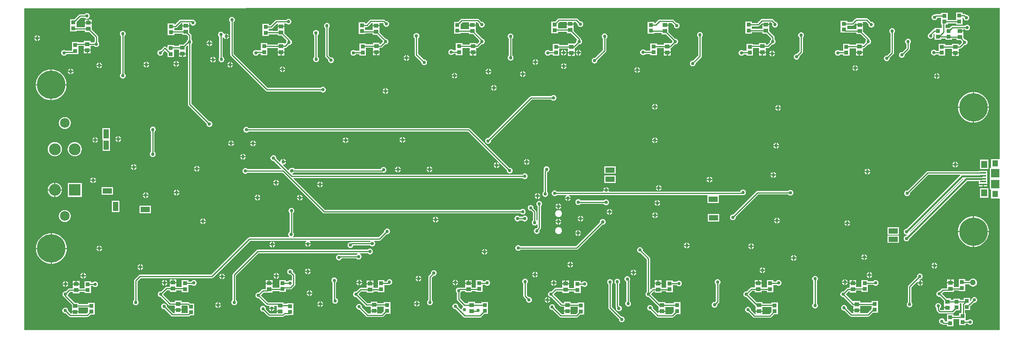
<source format=gbr>
%TF.GenerationSoftware,Altium Limited,Altium Designer,18.1.9 (240)*%
G04 Layer_Physical_Order=2*
G04 Layer_Color=16711680*
%FSLAX26Y26*%
%MOIN*%
%TF.FileFunction,Copper,L2,Bot,Signal*%
%TF.Part,Single*%
G01*
G75*
%TA.AperFunction,SMDPad,CuDef*%
%ADD18R,0.037402X0.033465*%
%ADD23R,0.039370X0.035433*%
%TA.AperFunction,Conductor*%
%ADD32C,0.010000*%
%ADD35C,0.015000*%
%TA.AperFunction,SMDPad,CuDef*%
%ADD36R,0.080709X0.045276*%
%TA.AperFunction,ViaPad*%
%ADD37C,0.250000*%
%TA.AperFunction,SMDPad,CuDef*%
%ADD38R,0.045276X0.080709*%
%TA.AperFunction,ComponentPad*%
%ADD39C,0.103937*%
%TA.AperFunction,ViaPad*%
%ADD40R,0.060000X0.060000*%
%TA.AperFunction,ComponentPad*%
%ADD41C,0.085039*%
%ADD42R,0.103937X0.103937*%
%TA.AperFunction,ViaPad*%
%ADD43C,0.030000*%
%ADD44C,0.050000*%
%TA.AperFunction,SMDPad,CuDef*%
%ADD45R,0.074803X0.074803*%
%TA.AperFunction,ConnectorPad*%
%ADD46R,0.051181X0.057087*%
%ADD47R,0.055118X0.062992*%
%ADD48R,0.053150X0.015748*%
G36*
X9587255Y3661112D02*
X9583591Y3656630D01*
X9581255Y3656630D01*
X9512409D01*
Y3583890D01*
X9512409Y3579543D01*
X9507094Y3577890D01*
X9500599D01*
Y3483087D01*
Y3388599D01*
X9507094D01*
X9512409Y3386945D01*
X9512409Y3382598D01*
Y3309858D01*
X9581255D01*
X9583591Y3309858D01*
X9587255Y3305376D01*
Y2149745D01*
X1012745Y2149744D01*
X1012745Y4985002D01*
X4879906Y4987255D01*
X9587255D01*
Y3661112D01*
D02*
G37*
%LPC*%
G36*
X1562000Y4943490D02*
X1552245Y4941550D01*
X1543976Y4936024D01*
X1542152Y4933294D01*
X1502378D01*
X1496525Y4932130D01*
X1491563Y4928815D01*
X1450072Y4887323D01*
X1414299D01*
Y4833858D01*
Y4782677D01*
X1471701D01*
Y4789131D01*
X1544315D01*
Y4776709D01*
X1582056D01*
X1630281Y4728484D01*
Y4689423D01*
X1627551Y4687599D01*
X1625727Y4684869D01*
X1595685D01*
Y4697291D01*
X1536315D01*
Y4684869D01*
X1488701D01*
Y4687323D01*
X1431299D01*
Y4633858D01*
Y4612971D01*
X1376110D01*
X1370755Y4616550D01*
X1361000Y4618490D01*
X1351245Y4616550D01*
X1342976Y4611024D01*
X1337450Y4602755D01*
X1335510Y4593000D01*
X1337450Y4583245D01*
X1342976Y4574976D01*
X1351245Y4569450D01*
X1361000Y4567510D01*
X1370755Y4569450D01*
X1379024Y4574976D01*
X1383973Y4582383D01*
X1448268D01*
X1449745Y4582677D01*
X1488701D01*
Y4633858D01*
Y4654281D01*
X1536315D01*
Y4641858D01*
Y4621425D01*
X1595685D01*
Y4641858D01*
Y4654281D01*
X1625727D01*
X1627551Y4651551D01*
X1635820Y4646025D01*
X1645575Y4644085D01*
X1655329Y4646025D01*
X1663599Y4651551D01*
X1669124Y4659820D01*
X1671065Y4669575D01*
X1669124Y4679329D01*
X1663599Y4687599D01*
X1660869Y4689423D01*
Y4734819D01*
X1659705Y4740672D01*
X1656389Y4745633D01*
X1603685Y4798337D01*
Y4829858D01*
Y4852575D01*
X1574000D01*
X1544315D01*
Y4819719D01*
X1471701D01*
Y4865694D01*
X1508713Y4902706D01*
X1542152D01*
X1543976Y4899976D01*
X1552245Y4894450D01*
X1562000Y4892510D01*
X1571755Y4894450D01*
X1580024Y4899976D01*
X1585550Y4908245D01*
X1587490Y4918000D01*
X1585550Y4927755D01*
X1580024Y4936024D01*
X1571755Y4941550D01*
X1562000Y4943490D01*
D02*
G37*
G36*
X9261701Y4948323D02*
X9204299D01*
Y4894858D01*
Y4882703D01*
X9130701D01*
Y4945323D01*
X9073299D01*
Y4933885D01*
X9027591D01*
X9021738Y4932720D01*
X9018773Y4930739D01*
X9015000Y4931490D01*
X9005246Y4929550D01*
X8996976Y4924024D01*
X8991451Y4915755D01*
X8989510Y4906000D01*
X8991451Y4896245D01*
X8996976Y4887976D01*
X9005246Y4882450D01*
X9015000Y4880510D01*
X9024754Y4882450D01*
X9033024Y4887976D01*
X9038549Y4896245D01*
X9039952Y4903297D01*
X9073299D01*
Y4840677D01*
X9079706D01*
Y4787176D01*
X9079701Y4787172D01*
X9073701Y4790380D01*
Y4813323D01*
X9016299D01*
Y4801885D01*
X9013591D01*
X9007738Y4800720D01*
X9002776Y4797405D01*
X8971267Y4765895D01*
X8963976Y4761024D01*
X8958451Y4752755D01*
X8956510Y4743000D01*
X8958451Y4733245D01*
X8963976Y4724976D01*
X8972246Y4719450D01*
X8982000Y4717510D01*
X8991754Y4719450D01*
X9000024Y4724976D01*
X9005549Y4733245D01*
X9007490Y4743000D01*
X9005549Y4752755D01*
X9003881Y4755252D01*
X9010775Y4762146D01*
X9014546Y4760584D01*
X9016299Y4759185D01*
Y4708677D01*
X9073701D01*
Y4720116D01*
X9110299D01*
Y4708677D01*
X9167701D01*
Y4717131D01*
X9208315D01*
Y4704709D01*
X9244088D01*
X9255885Y4692911D01*
X9254510Y4686000D01*
X9255151Y4682780D01*
X9233685Y4661314D01*
X9227685Y4661943D01*
Y4673291D01*
X9168315D01*
Y4660869D01*
X9107701D01*
Y4671913D01*
X9050299D01*
Y4609294D01*
X9031085D01*
X9028024Y4613874D01*
X9019754Y4619400D01*
X9010000Y4621340D01*
X9000246Y4619400D01*
X8991976Y4613874D01*
X8986451Y4605605D01*
X8984510Y4595850D01*
X8986451Y4586096D01*
X8991976Y4577826D01*
X9000246Y4572301D01*
X9010000Y4570361D01*
X9019754Y4572301D01*
X9028024Y4577826D01*
X9028612Y4578706D01*
X9050299D01*
Y4567268D01*
X9107701D01*
Y4630281D01*
X9168315D01*
Y4617858D01*
Y4597425D01*
X9227685D01*
Y4617858D01*
Y4630281D01*
X9239575D01*
X9245427Y4631445D01*
X9250389Y4634760D01*
X9276780Y4661151D01*
X9280000Y4660510D01*
X9289754Y4662450D01*
X9298024Y4667976D01*
X9303549Y4676245D01*
X9305490Y4686000D01*
X9303549Y4695755D01*
X9298024Y4704024D01*
X9289754Y4709550D01*
X9280704Y4711350D01*
X9267685Y4724369D01*
Y4757858D01*
Y4780575D01*
X9238000D01*
Y4790575D01*
X9267685D01*
Y4800997D01*
X9280957D01*
X9282976Y4797976D01*
X9291246Y4792450D01*
X9301000Y4790510D01*
X9310754Y4792450D01*
X9319024Y4797976D01*
X9324549Y4806245D01*
X9326490Y4816000D01*
X9324549Y4825755D01*
X9319024Y4834024D01*
X9310754Y4839550D01*
X9301000Y4841490D01*
X9291246Y4839550D01*
X9282976Y4834024D01*
X9281346Y4831585D01*
X9170669D01*
X9164817Y4830421D01*
X9159855Y4827106D01*
X9146072Y4813323D01*
X9110299D01*
X9110294Y4819321D01*
Y4840677D01*
X9130701D01*
Y4852116D01*
X9204299D01*
Y4843677D01*
X9261701D01*
Y4900705D01*
X9263632Y4901796D01*
X9270364Y4898706D01*
X9271451Y4893245D01*
X9276976Y4884976D01*
X9285246Y4879450D01*
X9295000Y4877510D01*
X9304754Y4879450D01*
X9313024Y4884976D01*
X9318549Y4893245D01*
X9320490Y4903000D01*
X9318549Y4912755D01*
X9313024Y4921024D01*
X9304754Y4926550D01*
X9295000Y4928490D01*
X9291780Y4927849D01*
X9287224Y4932405D01*
X9282262Y4935720D01*
X9276409Y4936885D01*
X9261701D01*
Y4948323D01*
D02*
G37*
G36*
X8419000Y4897294D02*
X8329000D01*
X8323147Y4896130D01*
X8318186Y4892814D01*
X8289256Y4863885D01*
X8246701D01*
Y4875323D01*
X8189299D01*
Y4821858D01*
Y4770677D01*
X8246701D01*
Y4771131D01*
X8327315D01*
Y4758709D01*
X8363088D01*
X8414093Y4707703D01*
X8409451Y4700755D01*
X8407510Y4691000D01*
X8408151Y4687780D01*
X8389685Y4669314D01*
X8383685Y4671799D01*
Y4676717D01*
X8324315D01*
Y4664294D01*
X8268701D01*
Y4673323D01*
X8211299D01*
Y4610703D01*
X8182522D01*
X8182024Y4611449D01*
X8173755Y4616975D01*
X8164000Y4618915D01*
X8154245Y4616975D01*
X8145976Y4611449D01*
X8140450Y4603180D01*
X8138510Y4593425D01*
X8140450Y4583671D01*
X8145976Y4575401D01*
X8154245Y4569876D01*
X8164000Y4567935D01*
X8173755Y4569876D01*
X8182024Y4575401D01*
X8185174Y4580115D01*
X8211299D01*
Y4568677D01*
X8268701D01*
Y4619858D01*
Y4633706D01*
X8324315D01*
Y4621283D01*
Y4600850D01*
X8383685D01*
Y4621283D01*
Y4633706D01*
X8391000D01*
X8396853Y4634870D01*
X8401814Y4638186D01*
X8429780Y4666151D01*
X8433000Y4665510D01*
X8442754Y4667450D01*
X8451024Y4672976D01*
X8456549Y4681245D01*
X8458490Y4691000D01*
X8456549Y4700755D01*
X8451024Y4709024D01*
X8448197Y4710913D01*
X8447130Y4716278D01*
X8443814Y4721240D01*
X8386685Y4778369D01*
Y4811858D01*
Y4834575D01*
X8357000D01*
X8327315D01*
Y4801719D01*
X8246701D01*
Y4833297D01*
X8295591D01*
X8301443Y4834461D01*
X8306405Y4837776D01*
X8321772Y4853143D01*
X8327315Y4850847D01*
Y4844575D01*
X8357000D01*
X8386685D01*
Y4866706D01*
X8412665D01*
X8435151Y4844220D01*
X8434510Y4841000D01*
X8436451Y4831245D01*
X8441976Y4822976D01*
X8450246Y4817450D01*
X8460000Y4815510D01*
X8469754Y4817450D01*
X8478024Y4822976D01*
X8483549Y4831245D01*
X8485490Y4841000D01*
X8483549Y4850755D01*
X8478024Y4859024D01*
X8469754Y4864550D01*
X8460000Y4866490D01*
X8456780Y4865849D01*
X8429814Y4892814D01*
X8424853Y4896130D01*
X8419000Y4897294D01*
D02*
G37*
G36*
X1603685Y4885291D02*
X1579000D01*
Y4862575D01*
X1603685D01*
Y4885291D01*
D02*
G37*
G36*
X1569000D02*
X1544315D01*
Y4862575D01*
X1569000D01*
Y4885291D01*
D02*
G37*
G36*
X7585000Y4892294D02*
X7499000D01*
X7493147Y4891130D01*
X7488186Y4887815D01*
X7457256Y4856885D01*
X7409701D01*
Y4868323D01*
X7352299D01*
Y4814858D01*
Y4763677D01*
X7409701D01*
Y4774706D01*
X7503315D01*
Y4762283D01*
X7539088D01*
X7577706Y4723665D01*
Y4711848D01*
X7574976Y4710024D01*
X7569450Y4701755D01*
X7567510Y4692000D01*
X7568151Y4688780D01*
X7545665Y4666294D01*
X7530685D01*
Y4678717D01*
X7471315D01*
Y4666294D01*
X7419701D01*
Y4673323D01*
X7362299D01*
Y4610703D01*
X7336829D01*
X7336615Y4611024D01*
X7328345Y4616550D01*
X7318591Y4618490D01*
X7308836Y4616550D01*
X7300567Y4611024D01*
X7295041Y4602755D01*
X7293101Y4593000D01*
X7295041Y4583245D01*
X7300567Y4574976D01*
X7308836Y4569450D01*
X7318591Y4567510D01*
X7328345Y4569450D01*
X7336615Y4574976D01*
X7340049Y4580115D01*
X7362299D01*
Y4568677D01*
X7419701D01*
Y4619858D01*
Y4635706D01*
X7471315D01*
Y4623283D01*
Y4602850D01*
X7530685D01*
Y4623283D01*
Y4635706D01*
X7552000D01*
X7557853Y4636870D01*
X7562814Y4640186D01*
X7589780Y4667151D01*
X7593000Y4666510D01*
X7602755Y4668450D01*
X7611024Y4673976D01*
X7616550Y4682245D01*
X7618490Y4692000D01*
X7616550Y4701755D01*
X7611024Y4710024D01*
X7608294Y4711848D01*
Y4730000D01*
X7607130Y4735853D01*
X7603814Y4740814D01*
X7562685Y4781944D01*
Y4815433D01*
Y4838150D01*
X7533000D01*
X7503315D01*
Y4805294D01*
X7409701D01*
Y4826297D01*
X7463591D01*
X7469443Y4827461D01*
X7474405Y4830776D01*
X7497772Y4854143D01*
X7503315Y4851847D01*
Y4848150D01*
X7533000D01*
X7562685D01*
Y4861706D01*
X7578665D01*
X7589517Y4850854D01*
X7589450Y4850755D01*
X7587510Y4841000D01*
X7589450Y4831245D01*
X7594976Y4822976D01*
X7603245Y4817450D01*
X7613000Y4815510D01*
X7622755Y4817450D01*
X7631024Y4822976D01*
X7636550Y4831245D01*
X7638490Y4841000D01*
X7636550Y4850755D01*
X7631024Y4859024D01*
X7622755Y4864550D01*
X7618167Y4865462D01*
X7595814Y4887814D01*
X7590853Y4891130D01*
X7585000Y4892294D01*
D02*
G37*
G36*
X6711000Y4886294D02*
X6597000D01*
X6591147Y4885130D01*
X6586186Y4881814D01*
X6558256Y4853885D01*
X6550701D01*
Y4865323D01*
X6493299D01*
Y4811858D01*
Y4760677D01*
X6550701D01*
Y4769131D01*
X6615315D01*
Y4756709D01*
X6651088D01*
X6710387Y4697409D01*
X6709510Y4693000D01*
X6710151Y4689780D01*
X6700476Y4680105D01*
X6695685Y4677292D01*
Y4677291D01*
X6695685Y4677291D01*
X6636315D01*
Y4664869D01*
X6573701D01*
Y4675732D01*
X6516299D01*
Y4613294D01*
X6471848D01*
X6470024Y4616024D01*
X6461755Y4621550D01*
X6452000Y4623490D01*
X6442245Y4621550D01*
X6433976Y4616024D01*
X6428450Y4607755D01*
X6426510Y4598000D01*
X6428450Y4588245D01*
X6433976Y4579976D01*
X6442245Y4574450D01*
X6452000Y4572510D01*
X6461755Y4574450D01*
X6470024Y4579976D01*
X6471848Y4582706D01*
X6516299D01*
Y4571087D01*
X6573701D01*
Y4634281D01*
X6636315D01*
Y4621858D01*
Y4601425D01*
X6695685D01*
Y4621858D01*
Y4635099D01*
X6697427Y4635445D01*
X6702389Y4638760D01*
X6731780Y4668151D01*
X6735000Y4667510D01*
X6744755Y4669450D01*
X6753024Y4674976D01*
X6758550Y4683245D01*
X6760490Y4693000D01*
X6758550Y4702755D01*
X6753024Y4711024D01*
X6744755Y4716550D01*
X6735000Y4718490D01*
X6732968Y4718086D01*
X6674685Y4776369D01*
Y4809858D01*
Y4832575D01*
X6645000D01*
Y4842575D01*
X6674685D01*
Y4855706D01*
X6704665D01*
X6724151Y4836220D01*
X6723510Y4833000D01*
X6725450Y4823245D01*
X6730976Y4814976D01*
X6739245Y4809450D01*
X6749000Y4807510D01*
X6758755Y4809450D01*
X6767024Y4814976D01*
X6772550Y4823245D01*
X6774490Y4833000D01*
X6772550Y4842755D01*
X6767024Y4851024D01*
X6758755Y4856550D01*
X6749000Y4858490D01*
X6745780Y4857849D01*
X6721814Y4881814D01*
X6716853Y4885130D01*
X6711000Y4886294D01*
D02*
G37*
G36*
X4172000D02*
X4059000D01*
X4053147Y4885130D01*
X4048186Y4881815D01*
X4017256Y4850885D01*
X4009701D01*
Y4862323D01*
X3952299D01*
Y4808858D01*
Y4757677D01*
X4009701D01*
Y4765131D01*
X4075315D01*
Y4752709D01*
X4111088D01*
X4163885Y4699911D01*
X4162510Y4693000D01*
X4163151Y4689780D01*
X4142685Y4669314D01*
X4136685Y4669943D01*
Y4681291D01*
X4077315D01*
Y4668869D01*
X4015701D01*
Y4674323D01*
X3958299D01*
Y4611703D01*
X3923007D01*
X3915755Y4616550D01*
X3906000Y4618490D01*
X3896245Y4616550D01*
X3887976Y4611024D01*
X3882450Y4602755D01*
X3880510Y4593000D01*
X3882450Y4583245D01*
X3887976Y4574976D01*
X3896245Y4569450D01*
X3906000Y4567510D01*
X3915755Y4569450D01*
X3924024Y4574976D01*
X3928126Y4581115D01*
X3958299D01*
Y4569677D01*
X4015701D01*
Y4620858D01*
Y4638281D01*
X4077315D01*
Y4625858D01*
Y4605425D01*
X4136685D01*
Y4625858D01*
Y4638281D01*
X4148575D01*
X4154427Y4639445D01*
X4159389Y4642760D01*
X4184780Y4668151D01*
X4188000Y4667510D01*
X4197755Y4669450D01*
X4206024Y4674976D01*
X4211550Y4683245D01*
X4213490Y4693000D01*
X4211550Y4702755D01*
X4206024Y4711024D01*
X4197755Y4716550D01*
X4188704Y4718350D01*
X4134685Y4772369D01*
Y4805858D01*
Y4828575D01*
X4105000D01*
X4075315D01*
Y4805858D01*
Y4795719D01*
X4009701D01*
Y4808858D01*
Y4820297D01*
X4023591D01*
X4029443Y4821461D01*
X4034405Y4824776D01*
X4065335Y4855706D01*
X4075315D01*
Y4838575D01*
X4105000D01*
X4134685D01*
Y4855706D01*
X4165665D01*
X4170151Y4851220D01*
X4169510Y4848000D01*
X4171450Y4838245D01*
X4176976Y4829976D01*
X4185245Y4824450D01*
X4195000Y4822510D01*
X4204755Y4824450D01*
X4213024Y4829976D01*
X4218550Y4838245D01*
X4220490Y4848000D01*
X4218550Y4857755D01*
X4213024Y4866024D01*
X4204755Y4871550D01*
X4195000Y4873490D01*
X4191780Y4872849D01*
X4182814Y4881814D01*
X4177853Y4885130D01*
X4172000Y4886294D01*
D02*
G37*
G36*
X3335000Y4893490D02*
X3325245Y4891550D01*
X3316976Y4886024D01*
X3315152Y4883294D01*
X3230000D01*
X3224147Y4882130D01*
X3219186Y4878814D01*
X3176256Y4835885D01*
X3162701D01*
Y4847323D01*
X3105299D01*
Y4793858D01*
Y4742677D01*
X3162701D01*
Y4752682D01*
X3166959Y4756909D01*
X3240315Y4756366D01*
Y4744709D01*
X3276088D01*
X3319491Y4701305D01*
X3316450Y4696755D01*
X3314510Y4687000D01*
X3315151Y4683780D01*
X3305228Y4673857D01*
X3299685Y4676153D01*
Y4678291D01*
X3240315D01*
Y4665869D01*
X3149701D01*
Y4677323D01*
X3092299D01*
Y4614703D01*
X3060517D01*
X3057755Y4616550D01*
X3048000Y4618490D01*
X3038245Y4616550D01*
X3029976Y4611024D01*
X3024450Y4602755D01*
X3022510Y4593000D01*
X3024450Y4583245D01*
X3029976Y4574976D01*
X3038245Y4569450D01*
X3048000Y4567510D01*
X3057755Y4569450D01*
X3066024Y4574976D01*
X3071550Y4583245D01*
X3071723Y4584115D01*
X3092299D01*
Y4572677D01*
X3149701D01*
Y4635281D01*
X3240315D01*
Y4622858D01*
Y4602425D01*
X3299685D01*
Y4622858D01*
Y4635281D01*
X3303575D01*
X3309427Y4636445D01*
X3314389Y4639760D01*
X3336780Y4662151D01*
X3340000Y4661510D01*
X3349755Y4663450D01*
X3358024Y4668976D01*
X3363550Y4677245D01*
X3365490Y4687000D01*
X3363550Y4696755D01*
X3358024Y4705024D01*
X3354279Y4707526D01*
X3354130Y4708278D01*
X3350814Y4713240D01*
X3299685Y4764369D01*
Y4797858D01*
Y4820575D01*
X3270000D01*
X3240315D01*
Y4791213D01*
X3236057Y4786986D01*
X3162701Y4787529D01*
Y4805297D01*
X3182591D01*
X3188443Y4806461D01*
X3193405Y4809776D01*
X3234315Y4850686D01*
X3240315Y4848201D01*
Y4830575D01*
X3270000D01*
X3299685D01*
Y4852706D01*
X3315152D01*
X3316976Y4849976D01*
X3325245Y4844450D01*
X3335000Y4842510D01*
X3344755Y4844450D01*
X3353024Y4849976D01*
X3358550Y4858245D01*
X3360490Y4868000D01*
X3358550Y4877755D01*
X3353024Y4886024D01*
X3344755Y4891550D01*
X3335000Y4893490D01*
D02*
G37*
G36*
X2495000Y4885294D02*
X2386000D01*
X2380147Y4884130D01*
X2375186Y4880814D01*
X2336701Y4842330D01*
X2330701Y4842959D01*
Y4853323D01*
X2273299D01*
Y4799858D01*
Y4748677D01*
X2330701D01*
Y4763131D01*
X2401315D01*
Y4750709D01*
X2439056D01*
X2450706Y4739059D01*
Y4709848D01*
X2447976Y4708024D01*
X2442450Y4699755D01*
X2441923Y4697101D01*
X2441753Y4696988D01*
X2411056Y4666291D01*
X2373315D01*
Y4653869D01*
X2327701D01*
Y4661323D01*
X2270299D01*
Y4641578D01*
X2264756Y4639282D01*
X2259019Y4645019D01*
X2254057Y4648334D01*
X2248205Y4649499D01*
X2242352Y4648334D01*
X2237390Y4645019D01*
X2210220Y4617849D01*
X2207000Y4618490D01*
X2197245Y4616550D01*
X2188976Y4611024D01*
X2183450Y4602755D01*
X2181510Y4593000D01*
X2183450Y4583245D01*
X2188976Y4574976D01*
X2197245Y4569450D01*
X2207000Y4567510D01*
X2216755Y4569450D01*
X2225024Y4574976D01*
X2230550Y4583245D01*
X2232490Y4593000D01*
X2231849Y4596220D01*
X2248205Y4612576D01*
X2252924Y4607857D01*
X2253169Y4606621D01*
X2256485Y4601659D01*
X2264100Y4594044D01*
X2269062Y4590729D01*
X2270298Y4590483D01*
X2270299Y4590481D01*
Y4556677D01*
X2327701D01*
Y4607858D01*
Y4623281D01*
X2373315D01*
Y4610858D01*
Y4590425D01*
X2432685D01*
Y4610858D01*
Y4644663D01*
X2445163Y4657140D01*
X2450706Y4654844D01*
Y4139000D01*
X2451870Y4133147D01*
X2455186Y4128186D01*
X2615151Y3968220D01*
X2614510Y3965000D01*
X2616450Y3955245D01*
X2621976Y3946976D01*
X2630245Y3941450D01*
X2640000Y3939510D01*
X2649755Y3941450D01*
X2658024Y3946976D01*
X2663550Y3955245D01*
X2665490Y3965000D01*
X2663550Y3974755D01*
X2658024Y3983024D01*
X2649755Y3988550D01*
X2640000Y3990490D01*
X2636780Y3989849D01*
X2481294Y4145335D01*
Y4670152D01*
X2484024Y4671976D01*
X2489550Y4680245D01*
X2491490Y4690000D01*
X2489550Y4699755D01*
X2484024Y4708024D01*
X2481294Y4709848D01*
Y4745394D01*
X2480130Y4751246D01*
X2476814Y4756208D01*
X2460685Y4772337D01*
Y4803858D01*
Y4826575D01*
X2431000D01*
X2401315D01*
Y4803858D01*
Y4793719D01*
X2330701D01*
Y4799858D01*
Y4811297D01*
X2342591D01*
X2348443Y4812461D01*
X2353405Y4815776D01*
X2392335Y4854706D01*
X2401315D01*
Y4836575D01*
X2431000D01*
X2460685D01*
Y4854706D01*
X2470165D01*
X2471450Y4848245D01*
X2476976Y4839976D01*
X2485245Y4834450D01*
X2495000Y4832510D01*
X2504755Y4834450D01*
X2513024Y4839976D01*
X2518550Y4848245D01*
X2520490Y4858000D01*
X2518550Y4867755D01*
X2513024Y4876024D01*
X2504755Y4881550D01*
X2504697Y4881561D01*
X2500853Y4884130D01*
X2495000Y4885294D01*
D02*
G37*
G36*
X5866000Y4896294D02*
X5712409D01*
X5706557Y4895130D01*
X5701595Y4891814D01*
X5680104Y4870323D01*
X5646299D01*
Y4816858D01*
Y4765677D01*
X5703701D01*
Y4778722D01*
X5783315D01*
Y4766299D01*
X5819088D01*
X5873100Y4712287D01*
X5872976Y4711024D01*
X5867450Y4702755D01*
X5865510Y4693000D01*
X5866151Y4689780D01*
X5850663Y4674291D01*
X5793315D01*
Y4661869D01*
X5715701D01*
Y4672732D01*
X5658299D01*
Y4610113D01*
X5632917D01*
X5632024Y4611449D01*
X5623755Y4616975D01*
X5614000Y4618915D01*
X5604245Y4616975D01*
X5595976Y4611449D01*
X5590450Y4603180D01*
X5588510Y4593425D01*
X5590450Y4583671D01*
X5595976Y4575401D01*
X5604245Y4569876D01*
X5614000Y4567935D01*
X5623755Y4569876D01*
X5632024Y4575401D01*
X5634779Y4579525D01*
X5658299D01*
Y4568087D01*
X5715701D01*
Y4631281D01*
X5793315D01*
Y4618858D01*
Y4598425D01*
X5852685D01*
Y4618858D01*
Y4633953D01*
X5855389Y4635760D01*
X5887780Y4668151D01*
X5891000Y4667510D01*
X5900755Y4669450D01*
X5909024Y4674976D01*
X5914550Y4683245D01*
X5916490Y4693000D01*
X5914550Y4702755D01*
X5909024Y4711024D01*
X5906294Y4712848D01*
Y4716016D01*
X5905130Y4721868D01*
X5901815Y4726830D01*
X5842685Y4785960D01*
Y4819449D01*
Y4842166D01*
X5813000D01*
X5783315D01*
Y4819449D01*
Y4809310D01*
X5703701D01*
Y4816858D01*
Y4850663D01*
X5718744Y4865706D01*
X5783315D01*
Y4852166D01*
X5813000D01*
X5842685D01*
Y4865706D01*
X5859665D01*
X5876151Y4849220D01*
X5875510Y4846000D01*
X5877450Y4836245D01*
X5882976Y4827976D01*
X5891245Y4822450D01*
X5901000Y4820510D01*
X5910755Y4822450D01*
X5919024Y4827976D01*
X5924550Y4836245D01*
X5926490Y4846000D01*
X5924550Y4855755D01*
X5919024Y4864024D01*
X5910755Y4869550D01*
X5901000Y4871490D01*
X5897780Y4870849D01*
X5876814Y4891814D01*
X5871853Y4895130D01*
X5866000Y4896294D01*
D02*
G37*
G36*
X4999000Y4893294D02*
X4859409D01*
X4853557Y4892130D01*
X4848595Y4888814D01*
X4825104Y4865323D01*
X4791299D01*
Y4811858D01*
Y4760677D01*
X4848701D01*
Y4770131D01*
X4921315D01*
Y4757709D01*
X4957088D01*
X5012383Y4702414D01*
X5010510Y4693000D01*
X5011151Y4689780D01*
X4992685Y4671314D01*
X4986685Y4673799D01*
Y4678291D01*
X4927315D01*
Y4665869D01*
X4863701D01*
Y4677323D01*
X4806299D01*
Y4614703D01*
X4786258D01*
X4784433Y4617433D01*
X4776164Y4622959D01*
X4766409Y4624899D01*
X4756655Y4622959D01*
X4748385Y4617433D01*
X4742860Y4609164D01*
X4740920Y4599409D01*
X4742860Y4589655D01*
X4748385Y4581385D01*
X4756655Y4575860D01*
X4766409Y4573920D01*
X4776164Y4575860D01*
X4784433Y4581385D01*
X4786258Y4584115D01*
X4806299D01*
Y4572677D01*
X4863701D01*
Y4635281D01*
X4927315D01*
Y4622858D01*
Y4602425D01*
X4986685D01*
Y4622858D01*
Y4635281D01*
X4993575D01*
X4999427Y4636445D01*
X5004389Y4639760D01*
X5032780Y4668151D01*
X5036000Y4667510D01*
X5045755Y4669450D01*
X5054024Y4674976D01*
X5059550Y4683245D01*
X5061490Y4693000D01*
X5059550Y4702755D01*
X5054024Y4711024D01*
X5045755Y4716550D01*
X5040449Y4717605D01*
X4980685Y4777369D01*
Y4810858D01*
Y4833575D01*
X4951000D01*
X4921315D01*
Y4810858D01*
Y4800719D01*
X4848701D01*
Y4811858D01*
Y4845663D01*
X4865744Y4862706D01*
X4921315D01*
Y4843575D01*
X4951000D01*
X4980685D01*
Y4862706D01*
X4992665D01*
X5010151Y4845220D01*
X5009510Y4842000D01*
X5011450Y4832245D01*
X5016976Y4823976D01*
X5025245Y4818450D01*
X5035000Y4816510D01*
X5044755Y4818450D01*
X5053024Y4823976D01*
X5058550Y4832245D01*
X5060490Y4842000D01*
X5058550Y4851755D01*
X5053024Y4860024D01*
X5044755Y4865550D01*
X5035000Y4867490D01*
X5031780Y4866849D01*
X5009814Y4888814D01*
X5004853Y4892130D01*
X4999000Y4893294D01*
D02*
G37*
G36*
X2791843Y4763338D02*
Y4743843D01*
X2811338D01*
X2810392Y4748597D01*
X2804867Y4756867D01*
X2796597Y4762392D01*
X2791843Y4763338D01*
D02*
G37*
G36*
X1130843Y4747338D02*
Y4727843D01*
X1150338D01*
X1149392Y4732597D01*
X1143867Y4740867D01*
X1135597Y4746392D01*
X1130843Y4747338D01*
D02*
G37*
G36*
X1120843D02*
X1116088Y4746392D01*
X1107819Y4740867D01*
X1102293Y4732597D01*
X1101347Y4727843D01*
X1120843D01*
Y4747338D01*
D02*
G37*
G36*
X2811338Y4733843D02*
X2791843D01*
Y4714347D01*
X2796597Y4715293D01*
X2804867Y4720819D01*
X2810392Y4729088D01*
X2811338Y4733843D01*
D02*
G37*
G36*
X2741000Y4779490D02*
X2731245Y4777550D01*
X2722976Y4772024D01*
X2717450Y4763755D01*
X2715510Y4754000D01*
X2717450Y4744245D01*
X2722976Y4735976D01*
X2725706Y4734152D01*
Y4548627D01*
X2722450Y4543755D01*
X2720510Y4534000D01*
X2722450Y4524245D01*
X2727976Y4515976D01*
X2736245Y4510450D01*
X2746000Y4508510D01*
X2755755Y4510450D01*
X2764024Y4515976D01*
X2769550Y4524245D01*
X2771490Y4534000D01*
X2769550Y4543755D01*
X2764024Y4552024D01*
X2756294Y4557189D01*
Y4727715D01*
X2757310Y4728411D01*
X2758278Y4728520D01*
X2765060Y4726444D01*
X2768819Y4720819D01*
X2777088Y4715293D01*
X2781843Y4714347D01*
Y4738843D01*
Y4763338D01*
X2777088Y4762392D01*
X2771660Y4758765D01*
X2765055Y4761212D01*
X2764550Y4763755D01*
X2759024Y4772024D01*
X2750755Y4777550D01*
X2741000Y4779490D01*
D02*
G37*
G36*
X1150338Y4717843D02*
X1130843D01*
Y4698347D01*
X1135597Y4699293D01*
X1143867Y4704819D01*
X1149392Y4713088D01*
X1150338Y4717843D01*
D02*
G37*
G36*
X1120843D02*
X1101347D01*
X1102293Y4713088D01*
X1107819Y4704819D01*
X1116088Y4699293D01*
X1120843Y4698347D01*
Y4717843D01*
D02*
G37*
G36*
X2644843Y4702338D02*
Y4682843D01*
X2664338D01*
X2663392Y4687597D01*
X2657867Y4695867D01*
X2649597Y4701392D01*
X2644843Y4702338D01*
D02*
G37*
G36*
X2634843D02*
X2630088Y4701392D01*
X2621819Y4695867D01*
X2616293Y4687597D01*
X2615347Y4682843D01*
X2634843D01*
Y4702338D01*
D02*
G37*
G36*
X2664338Y4672843D02*
X2644843D01*
Y4653347D01*
X2649597Y4654293D01*
X2657867Y4659819D01*
X2663392Y4668088D01*
X2664338Y4672843D01*
D02*
G37*
G36*
X2634843D02*
X2615347D01*
X2616293Y4668088D01*
X2621819Y4659819D01*
X2630088Y4654293D01*
X2634843Y4653347D01*
Y4672843D01*
D02*
G37*
G36*
X5759000Y4619250D02*
Y4599755D01*
X5778495D01*
X5777550Y4604509D01*
X5772024Y4612779D01*
X5763755Y4618304D01*
X5759000Y4619250D01*
D02*
G37*
G36*
X5749000D02*
X5744245Y4618304D01*
X5735976Y4612779D01*
X5730450Y4604509D01*
X5729505Y4599755D01*
X5749000D01*
Y4619250D01*
D02*
G37*
G36*
X8782000Y4717490D02*
X8772246Y4715550D01*
X8763976Y4710024D01*
X8758451Y4701755D01*
X8756510Y4692000D01*
X8758451Y4682245D01*
X8763976Y4673976D01*
X8766706Y4672152D01*
Y4635335D01*
X8730220Y4598849D01*
X8727000Y4599490D01*
X8717246Y4597550D01*
X8708976Y4592024D01*
X8703451Y4583755D01*
X8701510Y4574000D01*
X8703451Y4564245D01*
X8708976Y4555976D01*
X8717246Y4550450D01*
X8727000Y4548510D01*
X8736754Y4550450D01*
X8745024Y4555976D01*
X8750549Y4564245D01*
X8752490Y4574000D01*
X8751849Y4577220D01*
X8792814Y4618185D01*
X8796130Y4623147D01*
X8797294Y4629000D01*
Y4672152D01*
X8800024Y4673976D01*
X8805549Y4682245D01*
X8807490Y4692000D01*
X8805549Y4701755D01*
X8800024Y4710024D01*
X8791754Y4715550D01*
X8782000Y4717490D01*
D02*
G37*
G36*
X5889843Y4618338D02*
Y4598843D01*
X5909338D01*
X5908392Y4603597D01*
X5902867Y4611867D01*
X5894597Y4617392D01*
X5889843Y4618338D01*
D02*
G37*
G36*
X5879843D02*
X5875088Y4617392D01*
X5866819Y4611867D01*
X5861293Y4603597D01*
X5860347Y4598843D01*
X5879843D01*
Y4618338D01*
D02*
G37*
G36*
X7592000Y4611495D02*
Y4592000D01*
X7611495D01*
X7610550Y4596755D01*
X7605024Y4605024D01*
X7596755Y4610550D01*
X7592000Y4611495D01*
D02*
G37*
G36*
X7582000D02*
X7577245Y4610550D01*
X7568976Y4605024D01*
X7563450Y4596755D01*
X7562505Y4592000D01*
X7582000D01*
Y4611495D01*
D02*
G37*
G36*
X1595685Y4611425D02*
X1571000D01*
Y4588709D01*
X1595685D01*
Y4611425D01*
D02*
G37*
G36*
X1561000D02*
X1536315D01*
Y4588709D01*
X1561000D01*
Y4611425D01*
D02*
G37*
G36*
X7842000Y4774490D02*
X7832245Y4772550D01*
X7823976Y4767024D01*
X7818450Y4758755D01*
X7816510Y4749000D01*
X7818450Y4739245D01*
X7823976Y4730976D01*
X7826706Y4729152D01*
Y4604335D01*
X7806220Y4583849D01*
X7803000Y4584490D01*
X7793245Y4582550D01*
X7784976Y4577024D01*
X7779450Y4568755D01*
X7777510Y4559000D01*
X7779450Y4549245D01*
X7784976Y4540976D01*
X7793245Y4535450D01*
X7803000Y4533510D01*
X7812755Y4535450D01*
X7821024Y4540976D01*
X7826550Y4549245D01*
X7828490Y4559000D01*
X7827849Y4562220D01*
X7852814Y4587186D01*
X7856130Y4592147D01*
X7857294Y4598000D01*
Y4729152D01*
X7860024Y4730976D01*
X7865550Y4739245D01*
X7867490Y4749000D01*
X7865550Y4758755D01*
X7860024Y4767024D01*
X7851755Y4772550D01*
X7842000Y4774490D01*
D02*
G37*
G36*
X4136685Y4595425D02*
X4112000D01*
Y4572709D01*
X4136685D01*
Y4595425D01*
D02*
G37*
G36*
X4102000D02*
X4077315D01*
Y4572709D01*
X4102000D01*
Y4595425D01*
D02*
G37*
G36*
X5778495Y4589755D02*
X5759000D01*
Y4570259D01*
X5763755Y4571205D01*
X5772024Y4576730D01*
X5777550Y4585000D01*
X5778495Y4589755D01*
D02*
G37*
G36*
X5749000D02*
X5729505D01*
X5730450Y4585000D01*
X5735976Y4576730D01*
X5744245Y4571205D01*
X5749000Y4570259D01*
Y4589755D01*
D02*
G37*
G36*
X7530685Y4592850D02*
X7506000D01*
Y4570134D01*
X7530685D01*
Y4592850D01*
D02*
G37*
G36*
X7496000D02*
X7471315D01*
Y4570134D01*
X7496000D01*
Y4592850D01*
D02*
G37*
G36*
X4986685Y4592425D02*
X4962000D01*
Y4569709D01*
X4986685D01*
Y4592425D01*
D02*
G37*
G36*
X4952000D02*
X4927315D01*
Y4569709D01*
X4952000D01*
Y4592425D01*
D02*
G37*
G36*
X3299685D02*
X3275000D01*
Y4569709D01*
X3299685D01*
Y4592425D01*
D02*
G37*
G36*
X3265000D02*
X3240315D01*
Y4569709D01*
X3265000D01*
Y4592425D01*
D02*
G37*
G36*
X5909338Y4588843D02*
X5889843D01*
Y4569347D01*
X5894597Y4570293D01*
X5902867Y4575819D01*
X5908392Y4584088D01*
X5909338Y4588843D01*
D02*
G37*
G36*
X5879843D02*
X5860347D01*
X5861293Y4584088D01*
X5866819Y4575819D01*
X5875088Y4570293D01*
X5879843Y4569347D01*
Y4588843D01*
D02*
G37*
G36*
X8643000Y4810490D02*
X8633246Y4808550D01*
X8624976Y4803024D01*
X8619451Y4794755D01*
X8617510Y4785000D01*
X8619451Y4775245D01*
X8624976Y4766976D01*
X8627706Y4765152D01*
Y4598335D01*
X8598220Y4568849D01*
X8595000Y4569490D01*
X8585246Y4567550D01*
X8576976Y4562024D01*
X8571451Y4553755D01*
X8569510Y4544000D01*
X8571451Y4534245D01*
X8576976Y4525976D01*
X8585246Y4520450D01*
X8595000Y4518510D01*
X8604754Y4520450D01*
X8613024Y4525976D01*
X8618549Y4534245D01*
X8620490Y4544000D01*
X8619849Y4547220D01*
X8653815Y4581186D01*
X8657130Y4586147D01*
X8658294Y4592000D01*
Y4765152D01*
X8661024Y4766976D01*
X8666549Y4775245D01*
X8668490Y4785000D01*
X8666549Y4794755D01*
X8661024Y4803024D01*
X8652754Y4808550D01*
X8643000Y4810490D01*
D02*
G37*
G36*
X6695685Y4591425D02*
X6671000D01*
Y4568709D01*
X6695685D01*
Y4591425D01*
D02*
G37*
G36*
X6661000D02*
X6636315D01*
Y4568709D01*
X6661000D01*
Y4591425D01*
D02*
G37*
G36*
X8383685Y4590850D02*
X8359000D01*
Y4568134D01*
X8383685D01*
Y4590850D01*
D02*
G37*
G36*
X8349000D02*
X8324315D01*
Y4568134D01*
X8349000D01*
Y4590850D01*
D02*
G37*
G36*
X5852685Y4588425D02*
X5828000D01*
Y4565709D01*
X5852685D01*
Y4588425D01*
D02*
G37*
G36*
X5818000D02*
X5793315D01*
Y4565709D01*
X5818000D01*
Y4588425D01*
D02*
G37*
G36*
X9227685Y4587425D02*
X9203000D01*
Y4564709D01*
X9227685D01*
Y4587425D01*
D02*
G37*
G36*
X9193000D02*
X9168315D01*
Y4564709D01*
X9193000D01*
Y4587425D01*
D02*
G37*
G36*
X7611495Y4582000D02*
X7592000D01*
Y4562505D01*
X7596755Y4563450D01*
X7605024Y4568976D01*
X7610550Y4577245D01*
X7611495Y4582000D01*
D02*
G37*
G36*
X7582000D02*
X7562505D01*
X7563450Y4577245D01*
X7568976Y4568976D01*
X7577245Y4563450D01*
X7582000Y4562505D01*
Y4582000D01*
D02*
G37*
G36*
X2432685Y4580425D02*
X2408000D01*
Y4557709D01*
X2432685D01*
Y4580425D01*
D02*
G37*
G36*
X2398000D02*
X2373315D01*
Y4557709D01*
X2398000D01*
Y4580425D01*
D02*
G37*
G36*
X4377843Y4572338D02*
Y4552843D01*
X4397338D01*
X4396392Y4557597D01*
X4390867Y4565867D01*
X4382597Y4571392D01*
X4377843Y4572338D01*
D02*
G37*
G36*
X4367843D02*
X4363088Y4571392D01*
X4354819Y4565867D01*
X4349293Y4557597D01*
X4348347Y4552843D01*
X4367843D01*
Y4572338D01*
D02*
G37*
G36*
X6114000Y4764490D02*
X6104245Y4762550D01*
X6095976Y4757024D01*
X6090450Y4748755D01*
X6088510Y4739000D01*
X6090450Y4729245D01*
X6095976Y4720976D01*
X6098706Y4719152D01*
Y4618335D01*
X6029220Y4548849D01*
X6026000Y4549490D01*
X6016245Y4547550D01*
X6007976Y4542024D01*
X6002450Y4533755D01*
X6000510Y4524000D01*
X6002450Y4514245D01*
X6007976Y4505976D01*
X6016245Y4500450D01*
X6026000Y4498510D01*
X6035755Y4500450D01*
X6044024Y4505976D01*
X6049550Y4514245D01*
X6051490Y4524000D01*
X6050849Y4527220D01*
X6124814Y4601186D01*
X6128130Y4606147D01*
X6129294Y4612000D01*
Y4719152D01*
X6132024Y4720976D01*
X6137550Y4729245D01*
X6139490Y4739000D01*
X6137550Y4748755D01*
X6132024Y4757024D01*
X6123755Y4762550D01*
X6114000Y4764490D01*
D02*
G37*
G36*
X2675843Y4557338D02*
Y4537843D01*
X2695338D01*
X2694392Y4542597D01*
X2688867Y4550867D01*
X2680597Y4556392D01*
X2675843Y4557338D01*
D02*
G37*
G36*
X2665843D02*
X2661088Y4556392D01*
X2652819Y4550867D01*
X2647293Y4542597D01*
X2646347Y4537843D01*
X2665843D01*
Y4557338D01*
D02*
G37*
G36*
X6953000Y4776490D02*
X6943245Y4774550D01*
X6934976Y4769024D01*
X6929450Y4760755D01*
X6927510Y4751000D01*
X6929450Y4741245D01*
X6934976Y4732976D01*
X6937706Y4731152D01*
Y4570335D01*
X6892220Y4524849D01*
X6889000Y4525490D01*
X6879245Y4523550D01*
X6870976Y4518024D01*
X6865450Y4509755D01*
X6863510Y4500000D01*
X6865450Y4490245D01*
X6870976Y4481976D01*
X6879245Y4476450D01*
X6889000Y4474510D01*
X6898755Y4476450D01*
X6907024Y4481976D01*
X6912550Y4490245D01*
X6914490Y4500000D01*
X6913849Y4503220D01*
X6963814Y4553186D01*
X6967130Y4558147D01*
X6968294Y4564000D01*
Y4731152D01*
X6971024Y4732976D01*
X6976550Y4741245D01*
X6978490Y4751000D01*
X6976550Y4760755D01*
X6971024Y4769024D01*
X6962755Y4774550D01*
X6953000Y4776490D01*
D02*
G37*
G36*
X5287000Y4763490D02*
X5277245Y4761550D01*
X5268976Y4756024D01*
X5263450Y4747755D01*
X5261510Y4738000D01*
X5263450Y4728245D01*
X5268976Y4719976D01*
X5271706Y4718152D01*
Y4569848D01*
X5268976Y4568024D01*
X5263450Y4559755D01*
X5261510Y4550000D01*
X5263450Y4540245D01*
X5268976Y4531976D01*
X5277245Y4526450D01*
X5287000Y4524510D01*
X5296755Y4526450D01*
X5305024Y4531976D01*
X5310550Y4540245D01*
X5312490Y4550000D01*
X5310550Y4559755D01*
X5305024Y4568024D01*
X5302294Y4569848D01*
Y4718152D01*
X5305024Y4719976D01*
X5310550Y4728245D01*
X5312490Y4738000D01*
X5310550Y4747755D01*
X5305024Y4756024D01*
X5296755Y4761550D01*
X5287000Y4763490D01*
D02*
G37*
G36*
X4397338Y4542843D02*
X4377843D01*
Y4523347D01*
X4382597Y4524293D01*
X4390867Y4529819D01*
X4396392Y4538088D01*
X4397338Y4542843D01*
D02*
G37*
G36*
X4367843D02*
X4348347D01*
X4349293Y4538088D01*
X4354819Y4529819D01*
X4363088Y4524293D01*
X4367843Y4523347D01*
Y4542843D01*
D02*
G37*
G36*
X5510843Y4536338D02*
Y4516843D01*
X5530338D01*
X5529392Y4521597D01*
X5523867Y4529867D01*
X5515597Y4535392D01*
X5510843Y4536338D01*
D02*
G37*
G36*
X5500843D02*
X5496088Y4535392D01*
X5487819Y4529867D01*
X5482293Y4521597D01*
X5481347Y4516843D01*
X5500843D01*
Y4536338D01*
D02*
G37*
G36*
X3576590Y4794899D02*
X3566836Y4792959D01*
X3558566Y4787434D01*
X3553041Y4779164D01*
X3551101Y4769409D01*
X3553041Y4759655D01*
X3558566Y4751386D01*
X3561297Y4749561D01*
Y4554906D01*
X3559976Y4554024D01*
X3554450Y4545755D01*
X3552510Y4536000D01*
X3554450Y4526245D01*
X3559976Y4517976D01*
X3568245Y4512450D01*
X3578000Y4510510D01*
X3587755Y4512450D01*
X3596024Y4517976D01*
X3601550Y4526245D01*
X3603490Y4536000D01*
X3601550Y4545755D01*
X3596024Y4554024D01*
X3591884Y4556790D01*
Y4749561D01*
X3594615Y4751386D01*
X3600140Y4759655D01*
X3602080Y4769409D01*
X3600140Y4779164D01*
X3594615Y4787434D01*
X3586345Y4792959D01*
X3576590Y4794899D01*
D02*
G37*
G36*
X2695338Y4527843D02*
X2675843D01*
Y4508347D01*
X2680597Y4509293D01*
X2688867Y4514819D01*
X2694392Y4523088D01*
X2695338Y4527843D01*
D02*
G37*
G36*
X2665843D02*
X2646347D01*
X2647293Y4523088D01*
X2652819Y4514819D01*
X2661088Y4509293D01*
X2665843Y4508347D01*
Y4527843D01*
D02*
G37*
G36*
X3673000Y4857490D02*
X3663245Y4855550D01*
X3654976Y4850024D01*
X3649450Y4841755D01*
X3647510Y4832000D01*
X3649450Y4822245D01*
X3654976Y4813976D01*
X3657706Y4812152D01*
Y4564000D01*
X3658870Y4558147D01*
X3662186Y4553186D01*
X3684151Y4531220D01*
X3683510Y4528000D01*
X3685450Y4518245D01*
X3690976Y4509976D01*
X3699245Y4504450D01*
X3709000Y4502510D01*
X3718755Y4504450D01*
X3727024Y4509976D01*
X3732550Y4518245D01*
X3734490Y4528000D01*
X3732550Y4537755D01*
X3727024Y4546024D01*
X3718755Y4551550D01*
X3709000Y4553490D01*
X3705780Y4552849D01*
X3688294Y4570335D01*
Y4812152D01*
X3691024Y4813976D01*
X3696550Y4822245D01*
X3698490Y4832000D01*
X3696550Y4841755D01*
X3691024Y4850024D01*
X3682755Y4855550D01*
X3673000Y4857490D01*
D02*
G37*
G36*
X2352843Y4520338D02*
Y4500843D01*
X2372338D01*
X2371392Y4505597D01*
X2365867Y4513867D01*
X2357597Y4519392D01*
X2352843Y4520338D01*
D02*
G37*
G36*
X2342843D02*
X2338088Y4519392D01*
X2329819Y4513867D01*
X2324293Y4505597D01*
X2323347Y4500843D01*
X2342843D01*
Y4520338D01*
D02*
G37*
G36*
X2088843Y4514338D02*
Y4494843D01*
X2108338D01*
X2107392Y4499597D01*
X2101867Y4507867D01*
X2093597Y4513392D01*
X2088843Y4514338D01*
D02*
G37*
G36*
X2078843D02*
X2074088Y4513392D01*
X2065819Y4507867D01*
X2060293Y4499597D01*
X2059347Y4494843D01*
X2078843D01*
Y4514338D01*
D02*
G37*
G36*
X2826843Y4512338D02*
Y4492843D01*
X2846338D01*
X2845392Y4497597D01*
X2839867Y4505867D01*
X2831597Y4511392D01*
X2826843Y4512338D01*
D02*
G37*
G36*
X2816843D02*
X2812088Y4511392D01*
X2803819Y4505867D01*
X2798293Y4497597D01*
X2797347Y4492843D01*
X2816843D01*
Y4512338D01*
D02*
G37*
G36*
X5530338Y4506843D02*
X5510843D01*
Y4487347D01*
X5515597Y4488293D01*
X5523867Y4493819D01*
X5529392Y4502088D01*
X5530338Y4506843D01*
D02*
G37*
G36*
X5500843D02*
X5481347D01*
X5482293Y4502088D01*
X5487819Y4493819D01*
X5496088Y4488293D01*
X5500843Y4487347D01*
Y4506843D01*
D02*
G37*
G36*
X1675843Y4506338D02*
Y4486843D01*
X1695338D01*
X1694392Y4491597D01*
X1688867Y4499867D01*
X1680597Y4505392D01*
X1675843Y4506338D01*
D02*
G37*
G36*
X1665843D02*
X1661088Y4505392D01*
X1652819Y4499867D01*
X1647293Y4491597D01*
X1646347Y4486843D01*
X1665843D01*
Y4506338D01*
D02*
G37*
G36*
X4460000Y4768490D02*
X4450245Y4766550D01*
X4441976Y4761024D01*
X4436450Y4752755D01*
X4434510Y4743000D01*
X4436450Y4733245D01*
X4441976Y4724976D01*
X4444706Y4723152D01*
Y4577000D01*
X4445870Y4571147D01*
X4449186Y4566186D01*
X4502151Y4513220D01*
X4501510Y4510000D01*
X4503450Y4500245D01*
X4508976Y4491976D01*
X4517245Y4486450D01*
X4527000Y4484510D01*
X4536755Y4486450D01*
X4545024Y4491976D01*
X4550550Y4500245D01*
X4552490Y4510000D01*
X4550550Y4519755D01*
X4545024Y4528024D01*
X4536755Y4533550D01*
X4527000Y4535490D01*
X4523780Y4534849D01*
X4475294Y4583335D01*
Y4723152D01*
X4478024Y4724976D01*
X4483550Y4733245D01*
X4485490Y4743000D01*
X4483550Y4752755D01*
X4478024Y4761024D01*
X4469755Y4766550D01*
X4460000Y4768490D01*
D02*
G37*
G36*
X5759843Y4500338D02*
Y4480843D01*
X5779338D01*
X5778392Y4485597D01*
X5772867Y4493867D01*
X5764597Y4499392D01*
X5759843Y4500338D01*
D02*
G37*
G36*
X5749843D02*
X5745088Y4499392D01*
X5736819Y4493867D01*
X5731293Y4485597D01*
X5730347Y4480843D01*
X5749843D01*
Y4500338D01*
D02*
G37*
G36*
X2372338Y4490843D02*
X2352843D01*
Y4471347D01*
X2357597Y4472293D01*
X2365867Y4477819D01*
X2371392Y4486088D01*
X2372338Y4490843D01*
D02*
G37*
G36*
X2342843D02*
X2323347D01*
X2324293Y4486088D01*
X2329819Y4477819D01*
X2338088Y4472293D01*
X2342843Y4471347D01*
Y4490843D01*
D02*
G37*
G36*
X2108338Y4484843D02*
X2088843D01*
Y4465347D01*
X2093597Y4466293D01*
X2101867Y4471819D01*
X2107392Y4480088D01*
X2108338Y4484843D01*
D02*
G37*
G36*
X2078843D02*
X2059347D01*
X2060293Y4480088D01*
X2065819Y4471819D01*
X2074088Y4466293D01*
X2078843Y4465347D01*
Y4484843D01*
D02*
G37*
G36*
X8322000Y4483495D02*
Y4464000D01*
X8341495D01*
X8340549Y4468755D01*
X8335024Y4477024D01*
X8326754Y4482550D01*
X8322000Y4483495D01*
D02*
G37*
G36*
X8312000D02*
X8307246Y4482550D01*
X8298976Y4477024D01*
X8293451Y4468755D01*
X8292505Y4464000D01*
X8312000D01*
Y4483495D01*
D02*
G37*
G36*
X2846338Y4482843D02*
X2826843D01*
Y4463347D01*
X2831597Y4464293D01*
X2839867Y4469819D01*
X2845392Y4478088D01*
X2846338Y4482843D01*
D02*
G37*
G36*
X2816843D02*
X2797347D01*
X2798293Y4478088D01*
X2803819Y4469819D01*
X2812088Y4464293D01*
X2816843Y4463347D01*
Y4482843D01*
D02*
G37*
G36*
X1695338Y4476843D02*
X1675843D01*
Y4457347D01*
X1680597Y4458293D01*
X1688867Y4463819D01*
X1694392Y4472088D01*
X1695338Y4476843D01*
D02*
G37*
G36*
X1665843D02*
X1646347D01*
X1647293Y4472088D01*
X1652819Y4463819D01*
X1661088Y4458293D01*
X1665843Y4457347D01*
Y4476843D01*
D02*
G37*
G36*
X3286843Y4472044D02*
Y4452549D01*
X3306338D01*
X3305392Y4457303D01*
X3299867Y4465573D01*
X3291597Y4471098D01*
X3286843Y4472044D01*
D02*
G37*
G36*
X3276843D02*
X3272088Y4471098D01*
X3263819Y4465573D01*
X3258293Y4457303D01*
X3257347Y4452549D01*
X3276843D01*
Y4472044D01*
D02*
G37*
G36*
X5779338Y4470843D02*
X5759843D01*
Y4451347D01*
X5764597Y4452293D01*
X5772867Y4457819D01*
X5778392Y4466088D01*
X5779338Y4470843D01*
D02*
G37*
G36*
X5749843D02*
X5730347D01*
X5731293Y4466088D01*
X5736819Y4457819D01*
X5745088Y4452293D01*
X5749843Y4451347D01*
Y4470843D01*
D02*
G37*
G36*
X6405843Y4466338D02*
Y4446843D01*
X6425338D01*
X6424392Y4451597D01*
X6418867Y4459867D01*
X6410597Y4465392D01*
X6405843Y4466338D01*
D02*
G37*
G36*
X6395843D02*
X6391088Y4465392D01*
X6382819Y4459867D01*
X6377293Y4451597D01*
X6376347Y4446843D01*
X6395843D01*
Y4466338D01*
D02*
G37*
G36*
X8341495Y4454000D02*
X8322000D01*
Y4434505D01*
X8326754Y4435450D01*
X8335024Y4440976D01*
X8340549Y4449245D01*
X8341495Y4454000D01*
D02*
G37*
G36*
X8312000D02*
X8292505D01*
X8293451Y4449245D01*
X8298976Y4440976D01*
X8307246Y4435450D01*
X8312000Y4434505D01*
Y4454000D01*
D02*
G37*
G36*
X1424843Y4453338D02*
Y4433843D01*
X1444338D01*
X1443392Y4438597D01*
X1437867Y4446867D01*
X1429597Y4452392D01*
X1424843Y4453338D01*
D02*
G37*
G36*
X1414843D02*
X1410088Y4452392D01*
X1401819Y4446867D01*
X1396293Y4438597D01*
X1395347Y4433843D01*
X1414843D01*
Y4453338D01*
D02*
G37*
G36*
X5097843Y4452338D02*
Y4432843D01*
X5117338D01*
X5116392Y4437597D01*
X5110867Y4445867D01*
X5102597Y4451392D01*
X5097843Y4452338D01*
D02*
G37*
G36*
X5087843D02*
X5083088Y4451392D01*
X5074819Y4445867D01*
X5069293Y4437597D01*
X5068347Y4432843D01*
X5087843D01*
Y4452338D01*
D02*
G37*
G36*
X3306338Y4442549D02*
X3286843D01*
Y4423053D01*
X3291597Y4423999D01*
X3299867Y4429525D01*
X3305392Y4437794D01*
X3306338Y4442549D01*
D02*
G37*
G36*
X3276843D02*
X3257347D01*
X3258293Y4437794D01*
X3263819Y4429525D01*
X3272088Y4423999D01*
X3276843Y4423053D01*
Y4442549D01*
D02*
G37*
G36*
X6425338Y4436843D02*
X6405843D01*
Y4417347D01*
X6410597Y4418293D01*
X6418867Y4423819D01*
X6424392Y4432088D01*
X6425338Y4436843D01*
D02*
G37*
G36*
X6395843D02*
X6376347D01*
X6377293Y4432088D01*
X6382819Y4423819D01*
X6391088Y4418293D01*
X6395843Y4417347D01*
Y4436843D01*
D02*
G37*
G36*
X5399843Y4431338D02*
Y4411843D01*
X5419338D01*
X5418392Y4416597D01*
X5412867Y4424867D01*
X5404597Y4430392D01*
X5399843Y4431338D01*
D02*
G37*
G36*
X5389843D02*
X5385088Y4430392D01*
X5376819Y4424867D01*
X5371293Y4416597D01*
X5370347Y4411843D01*
X5389843D01*
Y4431338D01*
D02*
G37*
G36*
X1444338Y4423843D02*
X1424843D01*
Y4404347D01*
X1429597Y4405293D01*
X1437867Y4410819D01*
X1443392Y4419088D01*
X1444338Y4423843D01*
D02*
G37*
G36*
X1414843D02*
X1395347D01*
X1396293Y4419088D01*
X1401819Y4410819D01*
X1410088Y4405293D01*
X1414843Y4404347D01*
Y4423843D01*
D02*
G37*
G36*
X5117338Y4422843D02*
X5097843D01*
Y4403347D01*
X5102597Y4404293D01*
X5110867Y4409819D01*
X5116392Y4418088D01*
X5117338Y4422843D01*
D02*
G37*
G36*
X5087843D02*
X5068347D01*
X5069293Y4418088D01*
X5074819Y4409819D01*
X5083088Y4404293D01*
X5087843Y4403347D01*
Y4422843D01*
D02*
G37*
G36*
X4799843Y4416338D02*
Y4396843D01*
X4819338D01*
X4818392Y4401597D01*
X4812867Y4409867D01*
X4804597Y4415392D01*
X4799843Y4416338D01*
D02*
G37*
G36*
X4789843D02*
X4785088Y4415392D01*
X4776819Y4409867D01*
X4771293Y4401597D01*
X4770347Y4396843D01*
X4789843D01*
Y4416338D01*
D02*
G37*
G36*
X9040000Y4413495D02*
Y4394000D01*
X9059495D01*
X9058549Y4398755D01*
X9053024Y4407024D01*
X9044754Y4412550D01*
X9040000Y4413495D01*
D02*
G37*
G36*
X9030000D02*
X9025246Y4412550D01*
X9016976Y4407024D01*
X9011451Y4398755D01*
X9010505Y4394000D01*
X9030000D01*
Y4413495D01*
D02*
G37*
G36*
X5419338Y4401843D02*
X5399843D01*
Y4382347D01*
X5404597Y4383293D01*
X5412867Y4388819D01*
X5418392Y4397088D01*
X5419338Y4401843D01*
D02*
G37*
G36*
X5389843D02*
X5370347D01*
X5371293Y4397088D01*
X5376819Y4388819D01*
X5385088Y4383293D01*
X5389843Y4382347D01*
Y4401843D01*
D02*
G37*
G36*
X4819338Y4386843D02*
X4799843D01*
Y4367347D01*
X4804597Y4368293D01*
X4812867Y4373819D01*
X4818392Y4382088D01*
X4819338Y4386843D01*
D02*
G37*
G36*
X4789843D02*
X4770347D01*
X4771293Y4382088D01*
X4776819Y4373819D01*
X4785088Y4368293D01*
X4789843Y4367347D01*
Y4386843D01*
D02*
G37*
G36*
X1878000Y4786490D02*
X1868245Y4784550D01*
X1859976Y4779024D01*
X1854450Y4770755D01*
X1852510Y4761000D01*
X1854450Y4751245D01*
X1859976Y4742976D01*
X1862706Y4741152D01*
Y4411848D01*
X1859976Y4410024D01*
X1854450Y4401755D01*
X1852510Y4392000D01*
X1854450Y4382245D01*
X1859976Y4373976D01*
X1868245Y4368450D01*
X1878000Y4366510D01*
X1887755Y4368450D01*
X1896024Y4373976D01*
X1901550Y4382245D01*
X1903490Y4392000D01*
X1901550Y4401755D01*
X1896024Y4410024D01*
X1893294Y4411848D01*
Y4741152D01*
X1896024Y4742976D01*
X1901550Y4751245D01*
X1903490Y4761000D01*
X1901550Y4770755D01*
X1896024Y4779024D01*
X1887755Y4784550D01*
X1878000Y4786490D01*
D02*
G37*
G36*
X9059495Y4384000D02*
X9040000D01*
Y4364505D01*
X9044754Y4365450D01*
X9053024Y4370976D01*
X9058549Y4379245D01*
X9059495Y4384000D01*
D02*
G37*
G36*
X9030000D02*
X9010505D01*
X9011451Y4379245D01*
X9016976Y4370976D01*
X9025246Y4365450D01*
X9030000Y4364505D01*
Y4384000D01*
D02*
G37*
G36*
X1253000Y4446024D02*
Y4316000D01*
X1383024D01*
X1381750Y4332184D01*
X1376790Y4352846D01*
X1368658Y4372478D01*
X1357555Y4390596D01*
X1343755Y4406755D01*
X1327596Y4420555D01*
X1309478Y4431658D01*
X1289846Y4439790D01*
X1269184Y4444750D01*
X1253000Y4446024D01*
D02*
G37*
G36*
X1243000D02*
X1226816Y4444750D01*
X1206154Y4439790D01*
X1186522Y4431658D01*
X1168404Y4420555D01*
X1152245Y4406755D01*
X1138445Y4390596D01*
X1127342Y4372478D01*
X1119210Y4352846D01*
X1114250Y4332184D01*
X1112976Y4316000D01*
X1243000D01*
Y4446024D01*
D02*
G37*
G36*
X5145843Y4309338D02*
Y4289843D01*
X5165338D01*
X5164392Y4294597D01*
X5158867Y4302867D01*
X5150597Y4308392D01*
X5145843Y4309338D01*
D02*
G37*
G36*
X5135843D02*
X5131088Y4308392D01*
X5122819Y4302867D01*
X5117293Y4294597D01*
X5116347Y4289843D01*
X5135843D01*
Y4309338D01*
D02*
G37*
G36*
X4192000Y4280495D02*
Y4261000D01*
X4211495D01*
X4210550Y4265755D01*
X4205024Y4274024D01*
X4196755Y4279550D01*
X4192000Y4280495D01*
D02*
G37*
G36*
X4182000D02*
X4177245Y4279550D01*
X4168976Y4274024D01*
X4163450Y4265755D01*
X4162505Y4261000D01*
X4182000D01*
Y4280495D01*
D02*
G37*
G36*
X5165338Y4279843D02*
X5145843D01*
Y4260347D01*
X5150597Y4261293D01*
X5158867Y4266819D01*
X5164392Y4275088D01*
X5165338Y4279843D01*
D02*
G37*
G36*
X5135843D02*
X5116347D01*
X5117293Y4275088D01*
X5122819Y4266819D01*
X5131088Y4261293D01*
X5135843Y4260347D01*
Y4279843D01*
D02*
G37*
G36*
X2838000Y4909490D02*
X2828245Y4907550D01*
X2819976Y4902024D01*
X2814450Y4893755D01*
X2812510Y4884000D01*
X2814450Y4874245D01*
X2819976Y4865976D01*
X2822706Y4864152D01*
Y4576000D01*
X2823870Y4570147D01*
X2827186Y4565186D01*
X3134186Y4258186D01*
X3139147Y4254870D01*
X3145000Y4253706D01*
X3618152D01*
X3619976Y4250976D01*
X3628245Y4245450D01*
X3638000Y4243510D01*
X3647755Y4245450D01*
X3656024Y4250976D01*
X3661550Y4259245D01*
X3663490Y4269000D01*
X3661550Y4278755D01*
X3656024Y4287024D01*
X3647755Y4292550D01*
X3638000Y4294490D01*
X3628245Y4292550D01*
X3619976Y4287024D01*
X3618152Y4284294D01*
X3151335D01*
X2853294Y4582335D01*
Y4864152D01*
X2856024Y4865976D01*
X2861550Y4874245D01*
X2863490Y4884000D01*
X2861550Y4893755D01*
X2856024Y4902024D01*
X2847755Y4907550D01*
X2838000Y4909490D01*
D02*
G37*
G36*
X4211495Y4251000D02*
X4192000D01*
Y4231505D01*
X4196755Y4232450D01*
X4205024Y4237976D01*
X4210550Y4246245D01*
X4211495Y4251000D01*
D02*
G37*
G36*
X4182000D02*
X4162505D01*
X4163450Y4246245D01*
X4168976Y4237976D01*
X4177245Y4232450D01*
X4182000Y4231505D01*
Y4251000D01*
D02*
G37*
G36*
X1383024Y4306000D02*
X1253000D01*
Y4175976D01*
X1269184Y4177250D01*
X1289846Y4182210D01*
X1309478Y4190342D01*
X1327596Y4201445D01*
X1343755Y4215245D01*
X1357555Y4231404D01*
X1368658Y4249522D01*
X1376790Y4269154D01*
X1381750Y4289816D01*
X1383024Y4306000D01*
D02*
G37*
G36*
X1243000D02*
X1112976D01*
X1114250Y4289816D01*
X1119210Y4269154D01*
X1127342Y4249522D01*
X1138445Y4231404D01*
X1152245Y4215245D01*
X1168404Y4201445D01*
X1186522Y4190342D01*
X1206154Y4182210D01*
X1226816Y4177250D01*
X1243000Y4175976D01*
Y4306000D01*
D02*
G37*
G36*
X5666000Y4221490D02*
X5656245Y4219550D01*
X5647976Y4214024D01*
X5646152Y4211294D01*
X5469000D01*
X5463147Y4210130D01*
X5458186Y4206814D01*
X5093220Y3841849D01*
X5090000Y3842490D01*
X5080245Y3840550D01*
X5071976Y3835024D01*
X5066450Y3826755D01*
X5064510Y3817000D01*
X5066450Y3807245D01*
X5071976Y3798976D01*
X5080245Y3793450D01*
X5090000Y3791510D01*
X5099755Y3793450D01*
X5108024Y3798976D01*
X5113550Y3807245D01*
X5115490Y3817000D01*
X5114849Y3820220D01*
X5475335Y4180706D01*
X5646152D01*
X5647976Y4177976D01*
X5656245Y4172450D01*
X5666000Y4170510D01*
X5675755Y4172450D01*
X5684024Y4177976D01*
X5689550Y4186245D01*
X5691490Y4196000D01*
X5689550Y4205755D01*
X5684024Y4214024D01*
X5675755Y4219550D01*
X5666000Y4221490D01*
D02*
G37*
G36*
X6560843Y4142338D02*
Y4122843D01*
X6580338D01*
X6579392Y4127597D01*
X6573867Y4135867D01*
X6565597Y4141392D01*
X6560843Y4142338D01*
D02*
G37*
G36*
X6550843D02*
X6546088Y4141392D01*
X6537819Y4135867D01*
X6532293Y4127597D01*
X6531347Y4122843D01*
X6550843D01*
Y4142338D01*
D02*
G37*
G36*
X9362000Y4248024D02*
Y4118000D01*
X9492024D01*
X9490750Y4134184D01*
X9485790Y4154846D01*
X9477658Y4174478D01*
X9466555Y4192596D01*
X9452755Y4208755D01*
X9436596Y4222555D01*
X9418478Y4233658D01*
X9398846Y4241790D01*
X9378184Y4246750D01*
X9362000Y4248024D01*
D02*
G37*
G36*
X9352000D02*
X9335816Y4246750D01*
X9315154Y4241790D01*
X9295522Y4233658D01*
X9277404Y4222555D01*
X9261245Y4208755D01*
X9247445Y4192596D01*
X9236342Y4174478D01*
X9228210Y4154846D01*
X9223250Y4134184D01*
X9221976Y4118000D01*
X9352000D01*
Y4248024D01*
D02*
G37*
G36*
X7643843Y4132338D02*
Y4112843D01*
X7663338D01*
X7662392Y4117597D01*
X7656867Y4125867D01*
X7648597Y4131392D01*
X7643843Y4132338D01*
D02*
G37*
G36*
X7633843D02*
X7629088Y4131392D01*
X7620819Y4125867D01*
X7615293Y4117597D01*
X7614347Y4112843D01*
X7633843D01*
Y4132338D01*
D02*
G37*
G36*
X6580338Y4112843D02*
X6560843D01*
Y4093347D01*
X6565597Y4094293D01*
X6573867Y4099819D01*
X6579392Y4108088D01*
X6580338Y4112843D01*
D02*
G37*
G36*
X6550843D02*
X6531347D01*
X6532293Y4108088D01*
X6537819Y4099819D01*
X6546088Y4094293D01*
X6550843Y4093347D01*
Y4112843D01*
D02*
G37*
G36*
X7663338Y4102843D02*
X7643843D01*
Y4083347D01*
X7648597Y4084293D01*
X7656867Y4089819D01*
X7662392Y4098088D01*
X7663338Y4102843D01*
D02*
G37*
G36*
X7633843D02*
X7614347D01*
X7615293Y4098088D01*
X7620819Y4089819D01*
X7629088Y4084293D01*
X7633843Y4083347D01*
Y4102843D01*
D02*
G37*
G36*
X9492024Y4108000D02*
X9362000D01*
Y3977976D01*
X9378184Y3979250D01*
X9398846Y3984210D01*
X9418478Y3992342D01*
X9436596Y4003445D01*
X9452755Y4017245D01*
X9466555Y4033404D01*
X9477658Y4051522D01*
X9485790Y4071154D01*
X9490750Y4091816D01*
X9492024Y4108000D01*
D02*
G37*
G36*
X9352000D02*
X9221976D01*
X9223250Y4091816D01*
X9228210Y4071154D01*
X9236342Y4051522D01*
X9247445Y4033404D01*
X9261245Y4017245D01*
X9277404Y4003445D01*
X9295522Y3992342D01*
X9315154Y3984210D01*
X9335816Y3979250D01*
X9352000Y3977976D01*
Y4108000D01*
D02*
G37*
G36*
X1368000Y4026973D02*
X1354290Y4025168D01*
X1341514Y4019876D01*
X1330543Y4011457D01*
X1322124Y4000486D01*
X1316832Y3987710D01*
X1315027Y3974000D01*
X1316832Y3960290D01*
X1322124Y3947514D01*
X1330543Y3936543D01*
X1341514Y3928124D01*
X1354290Y3922832D01*
X1368000Y3921027D01*
X1381710Y3922832D01*
X1394486Y3928124D01*
X1405457Y3936543D01*
X1413876Y3947514D01*
X1419168Y3960290D01*
X1420973Y3974000D01*
X1419168Y3987710D01*
X1413876Y4000486D01*
X1405457Y4011457D01*
X1394486Y4019876D01*
X1381710Y4025168D01*
X1368000Y4026973D01*
D02*
G37*
G36*
X1843000Y3857495D02*
Y3838000D01*
X1862495D01*
X1861550Y3842755D01*
X1856024Y3851024D01*
X1847755Y3856550D01*
X1843000Y3857495D01*
D02*
G37*
G36*
X1833000D02*
X1828245Y3856550D01*
X1819976Y3851024D01*
X1814450Y3842755D01*
X1813505Y3838000D01*
X1833000D01*
Y3857495D01*
D02*
G37*
G36*
X4341843Y3851338D02*
Y3831843D01*
X4361338D01*
X4360392Y3836597D01*
X4354867Y3844867D01*
X4346597Y3850392D01*
X4341843Y3851338D01*
D02*
G37*
G36*
X4331843D02*
X4327088Y3850392D01*
X4318819Y3844867D01*
X4313293Y3836597D01*
X4312347Y3831843D01*
X4331843D01*
Y3851338D01*
D02*
G37*
G36*
X1639867Y3849495D02*
Y3830000D01*
X1659362D01*
X1658416Y3834755D01*
X1652891Y3843024D01*
X1644621Y3848550D01*
X1639867Y3849495D01*
D02*
G37*
G36*
X1629867D02*
X1625112Y3848550D01*
X1616843Y3843024D01*
X1611317Y3834755D01*
X1610371Y3830000D01*
X1629867D01*
Y3849495D01*
D02*
G37*
G36*
X3841843Y3847338D02*
Y3827843D01*
X3861338D01*
X3860392Y3832597D01*
X3854867Y3840867D01*
X3846597Y3846392D01*
X3841843Y3847338D01*
D02*
G37*
G36*
X3831843D02*
X3827088Y3846392D01*
X3818819Y3840867D01*
X3813293Y3832597D01*
X3812347Y3827843D01*
X3831843D01*
Y3847338D01*
D02*
G37*
G36*
X6560843Y3846338D02*
Y3826843D01*
X6580338D01*
X6579392Y3831597D01*
X6573867Y3839867D01*
X6565597Y3845392D01*
X6560843Y3846338D01*
D02*
G37*
G36*
X6550843D02*
X6546088Y3845392D01*
X6537819Y3839867D01*
X6532293Y3831597D01*
X6531347Y3826843D01*
X6550843D01*
Y3846338D01*
D02*
G37*
G36*
X1862495Y3828000D02*
X1843000D01*
Y3808505D01*
X1847755Y3809450D01*
X1856024Y3814976D01*
X1861550Y3823245D01*
X1862495Y3828000D01*
D02*
G37*
G36*
X1833000D02*
X1813505D01*
X1814450Y3823245D01*
X1819976Y3814976D01*
X1828245Y3809450D01*
X1833000Y3808505D01*
Y3828000D01*
D02*
G37*
G36*
X4361338Y3821843D02*
X4341843D01*
Y3802347D01*
X4346597Y3803293D01*
X4354867Y3808819D01*
X4360392Y3817088D01*
X4361338Y3821843D01*
D02*
G37*
G36*
X4331843D02*
X4312347D01*
X4313293Y3817088D01*
X4318819Y3808819D01*
X4327088Y3803293D01*
X4331843Y3802347D01*
Y3821843D01*
D02*
G37*
G36*
X2834843Y3820180D02*
Y3800685D01*
X2854338D01*
X2853392Y3805440D01*
X2847867Y3813709D01*
X2839597Y3819235D01*
X2834843Y3820180D01*
D02*
G37*
G36*
X2824843D02*
X2820088Y3819235D01*
X2811819Y3813709D01*
X2806293Y3805440D01*
X2805347Y3800685D01*
X2824843D01*
Y3820180D01*
D02*
G37*
G36*
X1659362Y3820000D02*
X1639867D01*
Y3800505D01*
X1644621Y3801450D01*
X1652891Y3806976D01*
X1658416Y3815245D01*
X1659362Y3820000D01*
D02*
G37*
G36*
X1629867D02*
X1610371D01*
X1611317Y3815245D01*
X1616843Y3806976D01*
X1625112Y3801450D01*
X1629867Y3800505D01*
Y3820000D01*
D02*
G37*
G36*
X3027843Y3819338D02*
Y3799843D01*
X3047338D01*
X3046392Y3804597D01*
X3040867Y3812867D01*
X3032597Y3818392D01*
X3027843Y3819338D01*
D02*
G37*
G36*
X3017843D02*
X3013088Y3818392D01*
X3004819Y3812867D01*
X2999293Y3804597D01*
X2998347Y3799843D01*
X3017843D01*
Y3819338D01*
D02*
G37*
G36*
X3861338Y3817843D02*
X3841843D01*
Y3798347D01*
X3846597Y3799293D01*
X3854867Y3804819D01*
X3860392Y3813088D01*
X3861338Y3817843D01*
D02*
G37*
G36*
X3831843D02*
X3812347D01*
X3813293Y3813088D01*
X3818819Y3804819D01*
X3827088Y3799293D01*
X3831843Y3798347D01*
Y3817843D01*
D02*
G37*
G36*
X6580338Y3816843D02*
X6560843D01*
Y3797347D01*
X6565597Y3798293D01*
X6573867Y3803819D01*
X6579392Y3812088D01*
X6580338Y3816843D01*
D02*
G37*
G36*
X6550843D02*
X6531347D01*
X6532293Y3812088D01*
X6537819Y3803819D01*
X6546088Y3798293D01*
X6550843Y3797347D01*
Y3816843D01*
D02*
G37*
G36*
X7627843Y3799338D02*
Y3779843D01*
X7647338D01*
X7646392Y3784597D01*
X7640867Y3792867D01*
X7632597Y3798392D01*
X7627843Y3799338D01*
D02*
G37*
G36*
X7617843D02*
X7613088Y3798392D01*
X7604819Y3792867D01*
X7599293Y3784597D01*
X7598347Y3779843D01*
X7617843D01*
Y3799338D01*
D02*
G37*
G36*
X2854338Y3790685D02*
X2834843D01*
Y3771190D01*
X2839597Y3772136D01*
X2847867Y3777661D01*
X2853392Y3785931D01*
X2854338Y3790685D01*
D02*
G37*
G36*
X2824843D02*
X2805347D01*
X2806293Y3785931D01*
X2811819Y3777661D01*
X2820088Y3772136D01*
X2824843Y3771190D01*
Y3790685D01*
D02*
G37*
G36*
X3047338Y3789843D02*
X3027843D01*
Y3770347D01*
X3032597Y3771293D01*
X3040867Y3776819D01*
X3046392Y3785088D01*
X3047338Y3789843D01*
D02*
G37*
G36*
X3017843D02*
X2998347D01*
X2999293Y3785088D01*
X3004819Y3776819D01*
X3013088Y3771293D01*
X3017843Y3770347D01*
Y3789843D01*
D02*
G37*
G36*
X7647338Y3769843D02*
X7627843D01*
Y3750347D01*
X7632597Y3751293D01*
X7640867Y3756819D01*
X7646392Y3765088D01*
X7647338Y3769843D01*
D02*
G37*
G36*
X7617843D02*
X7598347D01*
X7599293Y3765088D01*
X7604819Y3756819D01*
X7613088Y3751293D01*
X7617843Y3750347D01*
Y3769843D01*
D02*
G37*
G36*
X1764638Y3929354D02*
X1699362D01*
Y3833940D01*
X1699362Y3828646D01*
X1700362Y3823060D01*
Y3727646D01*
X1765638D01*
Y3823060D01*
X1765638Y3828354D01*
X1764638Y3833940D01*
Y3834354D01*
Y3929354D01*
D02*
G37*
G36*
X2939843Y3701788D02*
Y3682293D01*
X2959338D01*
X2958392Y3687048D01*
X2952867Y3695317D01*
X2944597Y3700843D01*
X2939843Y3701788D01*
D02*
G37*
G36*
X2929843D02*
X2925088Y3700843D01*
X2916819Y3695317D01*
X2911293Y3687048D01*
X2910347Y3682293D01*
X2929843D01*
Y3701788D01*
D02*
G37*
G36*
X1455520Y3805717D02*
X1443372Y3804521D01*
X1431691Y3800977D01*
X1420925Y3795223D01*
X1411489Y3787479D01*
X1403745Y3778043D01*
X1397991Y3767278D01*
X1394448Y3755597D01*
X1393251Y3743449D01*
X1394448Y3731301D01*
X1397991Y3719620D01*
X1403745Y3708854D01*
X1411489Y3699419D01*
X1420925Y3691675D01*
X1431691Y3685920D01*
X1443372Y3682377D01*
X1455520Y3681180D01*
X1467668Y3682377D01*
X1479349Y3685920D01*
X1490114Y3691675D01*
X1499550Y3699419D01*
X1507294Y3708854D01*
X1513048Y3719620D01*
X1516591Y3731301D01*
X1517788Y3743449D01*
X1516591Y3755597D01*
X1513048Y3767278D01*
X1507294Y3778043D01*
X1499550Y3787479D01*
X1490114Y3795223D01*
X1479349Y3800977D01*
X1467668Y3804521D01*
X1455520Y3805717D01*
D02*
G37*
G36*
X1280323D02*
X1268175Y3804521D01*
X1256494Y3800977D01*
X1245728Y3795223D01*
X1236293Y3787479D01*
X1228549Y3778043D01*
X1222794Y3767278D01*
X1219251Y3755597D01*
X1218054Y3743449D01*
X1219251Y3731301D01*
X1222794Y3719620D01*
X1228549Y3708854D01*
X1236293Y3699419D01*
X1245728Y3691675D01*
X1256494Y3685920D01*
X1268175Y3682377D01*
X1280323Y3681180D01*
X1292471Y3682377D01*
X1304152Y3685920D01*
X1314917Y3691675D01*
X1324353Y3699419D01*
X1332097Y3708854D01*
X1337851Y3719620D01*
X1341395Y3731301D01*
X1342591Y3743449D01*
X1341395Y3755597D01*
X1337851Y3767278D01*
X1332097Y3778043D01*
X1324353Y3787479D01*
X1314917Y3795223D01*
X1304152Y3800977D01*
X1292471Y3804521D01*
X1280323Y3805717D01*
D02*
G37*
G36*
X2143000Y3942490D02*
X2133245Y3940550D01*
X2124976Y3935024D01*
X2119450Y3926755D01*
X2117510Y3917000D01*
X2119450Y3907245D01*
X2124976Y3898976D01*
X2125706Y3898488D01*
Y3719848D01*
X2122976Y3718024D01*
X2117450Y3709755D01*
X2115510Y3700000D01*
X2117450Y3690245D01*
X2122976Y3681976D01*
X2131245Y3676450D01*
X2141000Y3674510D01*
X2150755Y3676450D01*
X2159024Y3681976D01*
X2164550Y3690245D01*
X2166490Y3700000D01*
X2164550Y3709755D01*
X2159024Y3718024D01*
X2156294Y3719848D01*
Y3895816D01*
X2161024Y3898976D01*
X2166550Y3907245D01*
X2168490Y3917000D01*
X2166550Y3926755D01*
X2161024Y3935024D01*
X2152755Y3940550D01*
X2143000Y3942490D01*
D02*
G37*
G36*
X2959338Y3672293D02*
X2939843D01*
Y3652798D01*
X2944597Y3653744D01*
X2952867Y3659269D01*
X2958392Y3667539D01*
X2959338Y3672293D01*
D02*
G37*
G36*
X2929843D02*
X2910347D01*
X2911293Y3667539D01*
X2916819Y3659269D01*
X2925088Y3653744D01*
X2929843Y3652798D01*
Y3672293D01*
D02*
G37*
G36*
X3292685Y3657338D02*
Y3637843D01*
X3312180D01*
X3311235Y3642597D01*
X3305709Y3650867D01*
X3297440Y3656392D01*
X3292685Y3657338D01*
D02*
G37*
G36*
X5434732Y3655495D02*
Y3636000D01*
X5454227D01*
X5453282Y3640755D01*
X5447756Y3649024D01*
X5439487Y3654550D01*
X5434732Y3655495D01*
D02*
G37*
G36*
X5424732D02*
X5419978Y3654550D01*
X5411708Y3649024D01*
X5406183Y3640755D01*
X5405237Y3636000D01*
X5424732D01*
Y3655495D01*
D02*
G37*
G36*
X9202000Y3632495D02*
Y3613000D01*
X9221495D01*
X9220549Y3617755D01*
X9215024Y3626024D01*
X9206754Y3631550D01*
X9202000Y3632495D01*
D02*
G37*
G36*
X9192000D02*
X9187246Y3631550D01*
X9178976Y3626024D01*
X9173451Y3617755D01*
X9172505Y3613000D01*
X9192000D01*
Y3632495D01*
D02*
G37*
G36*
X5169000Y3627495D02*
Y3608000D01*
X5188495D01*
X5187550Y3612755D01*
X5182024Y3621024D01*
X5173755Y3626550D01*
X5169000Y3627495D01*
D02*
G37*
G36*
X5159000D02*
X5154245Y3626550D01*
X5145976Y3621024D01*
X5140450Y3612755D01*
X5139505Y3608000D01*
X5159000D01*
Y3627495D01*
D02*
G37*
G36*
X5454227Y3626000D02*
X5434732D01*
Y3606505D01*
X5439487Y3607450D01*
X5447756Y3612976D01*
X5453282Y3621245D01*
X5454227Y3626000D01*
D02*
G37*
G36*
X5424732D02*
X5405237D01*
X5406183Y3621245D01*
X5411708Y3612976D01*
X5419978Y3607450D01*
X5424732Y3606505D01*
Y3626000D01*
D02*
G37*
G36*
X1978843Y3611180D02*
Y3591685D01*
X1998338D01*
X1997392Y3596440D01*
X1991867Y3604709D01*
X1983597Y3610235D01*
X1978843Y3611180D01*
D02*
G37*
G36*
X1968843D02*
X1964088Y3610235D01*
X1955819Y3604709D01*
X1950293Y3596440D01*
X1949347Y3591685D01*
X1968843D01*
Y3611180D01*
D02*
G37*
G36*
X9221495Y3603000D02*
X9202000D01*
Y3583505D01*
X9206754Y3584450D01*
X9215024Y3589976D01*
X9220549Y3598245D01*
X9221495Y3603000D01*
D02*
G37*
G36*
X9192000D02*
X9172505D01*
X9173451Y3598245D01*
X9178976Y3589976D01*
X9187246Y3584450D01*
X9192000Y3583505D01*
Y3603000D01*
D02*
G37*
G36*
X5188495Y3598000D02*
X5169000D01*
Y3578505D01*
X5173755Y3579450D01*
X5182024Y3584976D01*
X5187550Y3593245D01*
X5188495Y3598000D01*
D02*
G37*
G36*
X5159000D02*
X5139505D01*
X5140450Y3593245D01*
X5145976Y3584976D01*
X5154245Y3579450D01*
X5159000Y3578505D01*
Y3598000D01*
D02*
G37*
G36*
X2533843Y3595362D02*
Y3575867D01*
X2553338D01*
X2552392Y3580621D01*
X2546867Y3588891D01*
X2538597Y3594416D01*
X2533843Y3595362D01*
D02*
G37*
G36*
X2523843D02*
X2519088Y3594416D01*
X2510819Y3588891D01*
X2505293Y3580621D01*
X2504347Y3575867D01*
X2523843D01*
Y3595362D01*
D02*
G37*
G36*
X4578843Y3590338D02*
Y3570843D01*
X4598338D01*
X4597392Y3575597D01*
X4591867Y3583867D01*
X4583597Y3589392D01*
X4578843Y3590338D01*
D02*
G37*
G36*
X4568843D02*
X4564088Y3589392D01*
X4555819Y3583867D01*
X4550293Y3575597D01*
X4549347Y3570843D01*
X4568843D01*
Y3590338D01*
D02*
G37*
G36*
X4301843Y3589338D02*
Y3569843D01*
X4321338D01*
X4320392Y3574597D01*
X4314867Y3582867D01*
X4306597Y3588392D01*
X4301843Y3589338D01*
D02*
G37*
G36*
X4291843D02*
X4287088Y3588392D01*
X4278819Y3582867D01*
X4273293Y3574597D01*
X4272347Y3569843D01*
X4291843D01*
Y3589338D01*
D02*
G37*
G36*
X9489102Y3650724D02*
X9413984D01*
Y3567732D01*
X9489102D01*
Y3650724D01*
D02*
G37*
G36*
X3202000Y3690490D02*
X3192245Y3688550D01*
X3183976Y3683024D01*
X3178450Y3674755D01*
X3176510Y3665000D01*
X3178450Y3655245D01*
X3183976Y3646976D01*
X3192245Y3641450D01*
X3202000Y3639510D01*
X3205220Y3640151D01*
X3272534Y3572837D01*
X3270238Y3567294D01*
X2975848D01*
X2974024Y3570024D01*
X2965755Y3575550D01*
X2956000Y3577490D01*
X2946245Y3575550D01*
X2937976Y3570024D01*
X2932450Y3561755D01*
X2930510Y3552000D01*
X2932450Y3542245D01*
X2937976Y3533976D01*
X2946245Y3528450D01*
X2956000Y3526510D01*
X2965755Y3528450D01*
X2974024Y3533976D01*
X2975848Y3536706D01*
X3283209D01*
X3637730Y3182186D01*
X3642691Y3178870D01*
X3648544Y3177706D01*
X5374152D01*
X5375976Y3174976D01*
X5384245Y3169450D01*
X5394000Y3167510D01*
X5403755Y3169450D01*
X5412024Y3174976D01*
X5417550Y3183245D01*
X5419490Y3193000D01*
X5417550Y3202755D01*
X5412024Y3211024D01*
X5403755Y3216550D01*
X5394000Y3218490D01*
X5384245Y3216550D01*
X5375976Y3211024D01*
X5374152Y3208294D01*
X3654879D01*
X3379010Y3484163D01*
X3381306Y3489706D01*
X5392152D01*
X5393976Y3486976D01*
X5402245Y3481450D01*
X5412000Y3479510D01*
X5421755Y3481450D01*
X5430024Y3486976D01*
X5435550Y3495245D01*
X5437490Y3505000D01*
X5435550Y3514755D01*
X5430024Y3523024D01*
X5421755Y3528550D01*
X5412000Y3530490D01*
X5402245Y3528550D01*
X5393976Y3523024D01*
X5392152Y3520294D01*
X3370525D01*
X3368410Y3522907D01*
X3370654Y3529431D01*
X3370755Y3529450D01*
X3379024Y3534976D01*
X3380848Y3537706D01*
X4160863D01*
X4161245Y3537450D01*
X4171000Y3535510D01*
X4180755Y3537450D01*
X4189024Y3542976D01*
X4194550Y3551245D01*
X4196490Y3561000D01*
X4194550Y3570755D01*
X4189024Y3579024D01*
X4180755Y3584550D01*
X4171000Y3586490D01*
X4161245Y3584550D01*
X4152976Y3579024D01*
X4147450Y3570755D01*
X4146961Y3568294D01*
X3387639D01*
X3387130Y3570853D01*
X3383814Y3575814D01*
X3378853Y3579130D01*
X3373000Y3580294D01*
X3367147Y3579130D01*
X3364999Y3577694D01*
X3361000Y3578490D01*
X3351245Y3576550D01*
X3342976Y3571024D01*
X3337450Y3562755D01*
X3336771Y3559341D01*
X3331030Y3557599D01*
X3286740Y3601889D01*
X3289417Y3607697D01*
X3297440Y3609293D01*
X3305709Y3614819D01*
X3311235Y3623088D01*
X3312180Y3627843D01*
X3287685D01*
Y3632843D01*
X3282685D01*
Y3657338D01*
X3277931Y3656392D01*
X3269661Y3650867D01*
X3264136Y3642597D01*
X3262540Y3634574D01*
X3256731Y3631897D01*
X3226849Y3661780D01*
X3227490Y3665000D01*
X3225550Y3674755D01*
X3220024Y3683024D01*
X3211755Y3688550D01*
X3202000Y3690490D01*
D02*
G37*
G36*
X1998338Y3581685D02*
X1978843D01*
Y3562190D01*
X1983597Y3563136D01*
X1991867Y3568661D01*
X1997392Y3576931D01*
X1998338Y3581685D01*
D02*
G37*
G36*
X1968843D02*
X1949347D01*
X1950293Y3576931D01*
X1955819Y3568661D01*
X1964088Y3563136D01*
X1968843Y3562190D01*
Y3581685D01*
D02*
G37*
G36*
X8429000Y3570495D02*
Y3551000D01*
X8448495D01*
X8447549Y3555755D01*
X8442024Y3564024D01*
X8433754Y3569550D01*
X8429000Y3570495D01*
D02*
G37*
G36*
X8419000D02*
X8414246Y3569550D01*
X8405976Y3564024D01*
X8400451Y3555755D01*
X8399505Y3551000D01*
X8419000D01*
Y3570495D01*
D02*
G37*
G36*
X2553338Y3565867D02*
X2533843D01*
Y3546371D01*
X2538597Y3547317D01*
X2546867Y3552843D01*
X2552392Y3561112D01*
X2553338Y3565867D01*
D02*
G37*
G36*
X2523843D02*
X2504347D01*
X2505293Y3561112D01*
X2510819Y3552843D01*
X2519088Y3547317D01*
X2523843Y3546371D01*
Y3565867D01*
D02*
G37*
G36*
X4598338Y3560843D02*
X4578843D01*
Y3541347D01*
X4583597Y3542293D01*
X4591867Y3547819D01*
X4597392Y3556088D01*
X4598338Y3560843D01*
D02*
G37*
G36*
X4568843D02*
X4549347D01*
X4550293Y3556088D01*
X4555819Y3547819D01*
X4564088Y3542293D01*
X4568843Y3541347D01*
Y3560843D01*
D02*
G37*
G36*
X4321338Y3559843D02*
X4301843D01*
Y3540347D01*
X4306597Y3541293D01*
X4314867Y3546819D01*
X4320392Y3555088D01*
X4321338Y3559843D01*
D02*
G37*
G36*
X4291843D02*
X4272347D01*
X4273293Y3555088D01*
X4278819Y3546819D01*
X4287088Y3541293D01*
X4291843Y3540347D01*
Y3559843D01*
D02*
G37*
G36*
X2964000Y3940490D02*
X2954245Y3938550D01*
X2945976Y3933024D01*
X2940450Y3924755D01*
X2938510Y3915000D01*
X2940450Y3905245D01*
X2945976Y3896976D01*
X2954245Y3891450D01*
X2964000Y3889510D01*
X2973755Y3891450D01*
X2982024Y3896976D01*
X2983848Y3899706D01*
X4912665D01*
X5255151Y3557220D01*
X5254510Y3554000D01*
X5256450Y3544245D01*
X5261976Y3535976D01*
X5270245Y3530450D01*
X5280000Y3528510D01*
X5289755Y3530450D01*
X5298024Y3535976D01*
X5303550Y3544245D01*
X5305490Y3554000D01*
X5303550Y3563755D01*
X5298024Y3572024D01*
X5289755Y3577550D01*
X5280000Y3579490D01*
X5276780Y3578849D01*
X4929814Y3925814D01*
X4924853Y3929130D01*
X4919000Y3930294D01*
X2983848D01*
X2982024Y3933024D01*
X2973755Y3938550D01*
X2964000Y3940490D01*
D02*
G37*
G36*
X6211354Y3592638D02*
X6110646D01*
Y3527362D01*
X6211354D01*
Y3592638D01*
D02*
G37*
G36*
X7602843Y3541338D02*
Y3521843D01*
X7622338D01*
X7621392Y3526597D01*
X7615867Y3534867D01*
X7607597Y3540392D01*
X7602843Y3541338D01*
D02*
G37*
G36*
X7592843D02*
X7588088Y3540392D01*
X7579819Y3534867D01*
X7574293Y3526597D01*
X7573347Y3521843D01*
X7592843D01*
Y3541338D01*
D02*
G37*
G36*
X8448495Y3541000D02*
X8429000D01*
Y3521505D01*
X8433754Y3522450D01*
X8442024Y3527976D01*
X8447549Y3536245D01*
X8448495Y3541000D01*
D02*
G37*
G36*
X8419000D02*
X8399505D01*
X8400451Y3536245D01*
X8405976Y3527976D01*
X8414246Y3522450D01*
X8419000Y3521505D01*
Y3541000D01*
D02*
G37*
G36*
X7622338Y3511843D02*
X7602843D01*
Y3492347D01*
X7607597Y3493293D01*
X7615867Y3498819D01*
X7621392Y3507088D01*
X7622338Y3511843D01*
D02*
G37*
G36*
X7592843D02*
X7573347D01*
X7574293Y3507088D01*
X7579819Y3498819D01*
X7588088Y3493293D01*
X7592843Y3492347D01*
Y3511843D01*
D02*
G37*
G36*
X7041843Y3500338D02*
Y3480843D01*
X7061338D01*
X7060392Y3485597D01*
X7054867Y3493867D01*
X7046597Y3499392D01*
X7041843Y3500338D01*
D02*
G37*
G36*
X7031843D02*
X7027088Y3499392D01*
X7018819Y3493867D01*
X7013293Y3485597D01*
X7012347Y3480843D01*
X7031843D01*
Y3500338D01*
D02*
G37*
G36*
X1621843Y3494338D02*
Y3474843D01*
X1641338D01*
X1640392Y3479597D01*
X1634867Y3487867D01*
X1626597Y3493392D01*
X1621843Y3494338D01*
D02*
G37*
G36*
X1611843D02*
X1607088Y3493392D01*
X1598819Y3487867D01*
X1593293Y3479597D01*
X1592347Y3474843D01*
X1611843D01*
Y3494338D01*
D02*
G37*
G36*
X3230843Y3472338D02*
Y3452843D01*
X3250338D01*
X3249392Y3457597D01*
X3243867Y3465867D01*
X3235597Y3471392D01*
X3230843Y3472338D01*
D02*
G37*
G36*
X3220843D02*
X3216088Y3471392D01*
X3207819Y3465867D01*
X3202293Y3457597D01*
X3201347Y3452843D01*
X3220843D01*
Y3472338D01*
D02*
G37*
G36*
X7061338Y3470843D02*
X7041843D01*
Y3451347D01*
X7046597Y3452293D01*
X7054867Y3457819D01*
X7060392Y3466088D01*
X7061338Y3470843D01*
D02*
G37*
G36*
X7031843D02*
X7012347D01*
X7013293Y3466088D01*
X7018819Y3457819D01*
X7027088Y3452293D01*
X7031843Y3451347D01*
Y3470843D01*
D02*
G37*
G36*
X6211354Y3511638D02*
X6110646D01*
Y3446362D01*
X6211354D01*
Y3511638D01*
D02*
G37*
G36*
X1641338Y3464843D02*
X1621843D01*
Y3445347D01*
X1626597Y3446293D01*
X1634867Y3451819D01*
X1640392Y3460088D01*
X1641338Y3464843D01*
D02*
G37*
G36*
X1611843D02*
X1592347D01*
X1593293Y3460088D01*
X1598819Y3451819D01*
X1607088Y3446293D01*
X1611843Y3445347D01*
Y3464843D01*
D02*
G37*
G36*
X3617000Y3457495D02*
Y3438000D01*
X3636495D01*
X3635550Y3442755D01*
X3630024Y3451024D01*
X3621755Y3456550D01*
X3617000Y3457495D01*
D02*
G37*
G36*
X3607000D02*
X3602245Y3456550D01*
X3593976Y3451024D01*
X3588450Y3442755D01*
X3587505Y3438000D01*
X3607000D01*
Y3457495D01*
D02*
G37*
G36*
X9479260Y3552299D02*
X9406110D01*
Y3549719D01*
X8954425D01*
X8948573Y3548555D01*
X8943611Y3545240D01*
X8777220Y3378849D01*
X8774000Y3379490D01*
X8764246Y3377550D01*
X8755976Y3372024D01*
X8750451Y3363755D01*
X8748510Y3354000D01*
X8750451Y3344245D01*
X8755976Y3335976D01*
X8764246Y3330450D01*
X8774000Y3328510D01*
X8783754Y3330450D01*
X8792024Y3335976D01*
X8797549Y3344245D01*
X8799490Y3354000D01*
X8798849Y3357220D01*
X8960760Y3519131D01*
X9239058D01*
X9241354Y3513588D01*
X8769214Y3041447D01*
X8769000Y3041490D01*
X8759246Y3039550D01*
X8750976Y3034024D01*
X8745451Y3025755D01*
X8743510Y3016000D01*
X8745451Y3006245D01*
X8750976Y2997976D01*
X8759246Y2992450D01*
X8768416Y2990626D01*
X8769895Y2988046D01*
X8771072Y2984805D01*
X8768757Y2981441D01*
X8759246Y2979550D01*
X8750976Y2974024D01*
X8745451Y2965755D01*
X8743510Y2956000D01*
X8745451Y2946245D01*
X8750976Y2937976D01*
X8759246Y2932450D01*
X8769000Y2930510D01*
X8778754Y2932450D01*
X8787024Y2937976D01*
X8792549Y2946245D01*
X8794490Y2956000D01*
X8794447Y2956214D01*
X9301418Y3463185D01*
X9406110D01*
Y3437063D01*
X9442685D01*
X9479260D01*
Y3439780D01*
Y3465370D01*
Y3490961D01*
Y3516551D01*
Y3552299D01*
D02*
G37*
G36*
X3250338Y3442843D02*
X3230843D01*
Y3423347D01*
X3235597Y3424293D01*
X3243867Y3429819D01*
X3249392Y3438088D01*
X3250338Y3442843D01*
D02*
G37*
G36*
X3220843D02*
X3201347D01*
X3202293Y3438088D01*
X3207819Y3429819D01*
X3216088Y3424293D01*
X3220843Y3423347D01*
Y3442843D01*
D02*
G37*
G36*
X9479260Y3427063D02*
X9447685D01*
Y3414189D01*
X9479260D01*
Y3427063D01*
D02*
G37*
G36*
X9437685D02*
X9406110D01*
Y3414189D01*
X9437685D01*
Y3427063D01*
D02*
G37*
G36*
X3636495Y3428000D02*
X3617000D01*
Y3408505D01*
X3621755Y3409450D01*
X3630024Y3414976D01*
X3635550Y3423245D01*
X3636495Y3428000D01*
D02*
G37*
G36*
X3607000D02*
X3587505D01*
X3588450Y3423245D01*
X3593976Y3414976D01*
X3602245Y3409450D01*
X3607000Y3408505D01*
Y3428000D01*
D02*
G37*
G36*
X6594843Y3426338D02*
Y3406843D01*
X6614338D01*
X6613392Y3411597D01*
X6607867Y3419867D01*
X6599597Y3425392D01*
X6594843Y3426338D01*
D02*
G37*
G36*
X6584843D02*
X6580088Y3425392D01*
X6571819Y3419867D01*
X6566293Y3411597D01*
X6565347Y3406843D01*
X6584843D01*
Y3426338D01*
D02*
G37*
G36*
X1285323Y3446169D02*
Y3389394D01*
X1342099D01*
X1341395Y3396542D01*
X1337851Y3408223D01*
X1332097Y3418988D01*
X1324353Y3428424D01*
X1314917Y3436168D01*
X1304152Y3441922D01*
X1292471Y3445465D01*
X1285323Y3446169D01*
D02*
G37*
G36*
X1275323D02*
X1268175Y3445465D01*
X1256494Y3441922D01*
X1245728Y3436168D01*
X1236293Y3428424D01*
X1228549Y3418988D01*
X1222794Y3408223D01*
X1219251Y3396542D01*
X1218547Y3389394D01*
X1275323D01*
Y3446169D01*
D02*
G37*
G36*
X6132000Y3407495D02*
Y3388000D01*
X6151495D01*
X6150550Y3392755D01*
X6145024Y3401024D01*
X6136755Y3406550D01*
X6132000Y3407495D01*
D02*
G37*
G36*
X6122000D02*
X6117245Y3406550D01*
X6108976Y3401024D01*
X6103450Y3392755D01*
X6102505Y3388000D01*
X6122000D01*
Y3407495D01*
D02*
G37*
G36*
X6614338Y3396843D02*
X6594843D01*
Y3377347D01*
X6599597Y3378293D01*
X6607867Y3383819D01*
X6613392Y3392088D01*
X6614338Y3396843D01*
D02*
G37*
G36*
X6584843D02*
X6565347D01*
X6566293Y3392088D01*
X6571819Y3383819D01*
X6580088Y3378293D01*
X6584843Y3377347D01*
Y3396843D01*
D02*
G37*
G36*
X7331000Y3388490D02*
X7321245Y3386550D01*
X7312976Y3381024D01*
X7307450Y3372755D01*
X7306961Y3370294D01*
X6155244D01*
X6151156Y3376294D01*
X6151495Y3378000D01*
X6102505D01*
X6102844Y3376294D01*
X6098756Y3370294D01*
X5694848D01*
X5693024Y3373024D01*
X5684755Y3378550D01*
X5675000Y3380490D01*
X5665245Y3378550D01*
X5656976Y3373024D01*
X5651450Y3364755D01*
X5649510Y3355000D01*
X5651450Y3345245D01*
X5656976Y3336976D01*
X5665245Y3331450D01*
X5675000Y3329510D01*
X5684755Y3331450D01*
X5693024Y3336976D01*
X5694848Y3339706D01*
X5776745D01*
X5778565Y3333706D01*
X5772819Y3329867D01*
X5767293Y3321597D01*
X5766347Y3316843D01*
X5815338D01*
X5814392Y3321597D01*
X5808867Y3329867D01*
X5803120Y3333706D01*
X5804940Y3339706D01*
X7015396D01*
X7017646Y3334638D01*
X7017646Y3333706D01*
Y3269362D01*
X7118354D01*
Y3333706D01*
X7118354Y3334638D01*
X7120604Y3339706D01*
X7320863D01*
X7321245Y3339450D01*
X7331000Y3337510D01*
X7340755Y3339450D01*
X7349024Y3344976D01*
X7354550Y3353245D01*
X7356490Y3363000D01*
X7354550Y3372755D01*
X7349024Y3381024D01*
X7340755Y3386550D01*
X7331000Y3388490D01*
D02*
G37*
G36*
X2356000Y3385495D02*
Y3366000D01*
X2375495D01*
X2374550Y3370755D01*
X2369024Y3379024D01*
X2360755Y3384550D01*
X2356000Y3385495D01*
D02*
G37*
G36*
X2346000D02*
X2341245Y3384550D01*
X2332976Y3379024D01*
X2327450Y3370755D01*
X2326505Y3366000D01*
X2346000D01*
Y3385495D01*
D02*
G37*
G36*
X1790953Y3408638D02*
X1690244D01*
Y3343362D01*
X1790953D01*
Y3408638D01*
D02*
G37*
G36*
X2084000Y3362495D02*
Y3343000D01*
X2103495D01*
X2102550Y3347755D01*
X2097024Y3356024D01*
X2088755Y3361550D01*
X2084000Y3362495D01*
D02*
G37*
G36*
X2074000D02*
X2069245Y3361550D01*
X2060976Y3356024D01*
X2055450Y3347755D01*
X2054505Y3343000D01*
X2074000D01*
Y3362495D01*
D02*
G37*
G36*
X2375495Y3356000D02*
X2356000D01*
Y3336505D01*
X2360755Y3337450D01*
X2369024Y3342976D01*
X2374550Y3351245D01*
X2375495Y3356000D01*
D02*
G37*
G36*
X2346000D02*
X2326505D01*
X2327450Y3351245D01*
X2332976Y3342976D01*
X2341245Y3337450D01*
X2346000Y3336505D01*
Y3356000D01*
D02*
G37*
G36*
X5528843Y3355028D02*
Y3335533D01*
X5548338D01*
X5547392Y3340287D01*
X5541867Y3348557D01*
X5533597Y3354082D01*
X5528843Y3355028D01*
D02*
G37*
G36*
X5518843D02*
X5514088Y3354082D01*
X5505819Y3348557D01*
X5500293Y3340287D01*
X5499347Y3335533D01*
X5518843D01*
Y3355028D01*
D02*
G37*
G36*
X7748000Y3385490D02*
X7738245Y3383550D01*
X7729976Y3378024D01*
X7728152Y3375294D01*
X7460000D01*
X7454147Y3374130D01*
X7449185Y3370814D01*
X7246220Y3167849D01*
X7243000Y3168490D01*
X7233245Y3166550D01*
X7224976Y3161024D01*
X7219450Y3152755D01*
X7217510Y3143000D01*
X7219450Y3133245D01*
X7224976Y3124976D01*
X7233245Y3119450D01*
X7243000Y3117510D01*
X7252755Y3119450D01*
X7261024Y3124976D01*
X7266550Y3133245D01*
X7268490Y3143000D01*
X7267849Y3146220D01*
X7466335Y3344706D01*
X7728152D01*
X7729976Y3341976D01*
X7738245Y3336450D01*
X7748000Y3334510D01*
X7757755Y3336450D01*
X7766024Y3341976D01*
X7771550Y3350245D01*
X7773490Y3360000D01*
X7771550Y3369755D01*
X7766024Y3378024D01*
X7757755Y3383550D01*
X7748000Y3385490D01*
D02*
G37*
G36*
X5604000Y3592490D02*
X5594245Y3590550D01*
X5585976Y3585024D01*
X5580450Y3576755D01*
X5578510Y3567000D01*
X5580199Y3558508D01*
X5578713Y3556283D01*
X5577548Y3550430D01*
Y3368691D01*
X5574818Y3366866D01*
X5569293Y3358597D01*
X5567353Y3348842D01*
X5569293Y3339088D01*
X5574818Y3330818D01*
X5583088Y3325293D01*
X5592842Y3323353D01*
X5602597Y3325293D01*
X5610866Y3330818D01*
X5616392Y3339088D01*
X5618332Y3348842D01*
X5616392Y3358597D01*
X5610866Y3366866D01*
X5608136Y3368691D01*
Y3542333D01*
X5613755Y3543450D01*
X5622024Y3548976D01*
X5627550Y3557245D01*
X5629490Y3567000D01*
X5627550Y3576755D01*
X5622024Y3585024D01*
X5613755Y3590550D01*
X5604000Y3592490D01*
D02*
G37*
G36*
X1342099Y3379394D02*
X1285323D01*
Y3322618D01*
X1292471Y3323322D01*
X1304152Y3326865D01*
X1314917Y3332619D01*
X1324353Y3340363D01*
X1332097Y3349799D01*
X1337851Y3360565D01*
X1341395Y3372246D01*
X1342099Y3379394D01*
D02*
G37*
G36*
X1275323D02*
X1218547D01*
X1219251Y3372246D01*
X1222794Y3360565D01*
X1228549Y3349799D01*
X1236293Y3340363D01*
X1245728Y3332619D01*
X1256494Y3326865D01*
X1268175Y3323322D01*
X1275323Y3322618D01*
Y3379394D01*
D02*
G37*
G36*
X1517488Y3446362D02*
X1393551D01*
Y3322425D01*
X1517488D01*
Y3446362D01*
D02*
G37*
G36*
X3067000Y3341495D02*
Y3322000D01*
X3086495D01*
X3085550Y3326755D01*
X3080024Y3335024D01*
X3071755Y3340550D01*
X3067000Y3341495D01*
D02*
G37*
G36*
X3057000D02*
X3052245Y3340550D01*
X3043976Y3335024D01*
X3038450Y3326755D01*
X3037505Y3322000D01*
X3057000D01*
Y3341495D01*
D02*
G37*
G36*
X3439000Y3340495D02*
Y3321000D01*
X3458495D01*
X3457550Y3325755D01*
X3452024Y3334024D01*
X3443755Y3339550D01*
X3439000Y3340495D01*
D02*
G37*
G36*
X3429000D02*
X3424245Y3339550D01*
X3415976Y3334024D01*
X3410450Y3325755D01*
X3409505Y3321000D01*
X3429000D01*
Y3340495D01*
D02*
G37*
G36*
X9489102Y3398756D02*
X9413984D01*
Y3315764D01*
X9489102D01*
Y3398756D01*
D02*
G37*
G36*
X2103495Y3333000D02*
X2084000D01*
Y3313505D01*
X2088755Y3314450D01*
X2097024Y3319976D01*
X2102550Y3328245D01*
X2103495Y3333000D01*
D02*
G37*
G36*
X2074000D02*
X2054505D01*
X2055450Y3328245D01*
X2060976Y3319976D01*
X2069245Y3314450D01*
X2074000Y3313505D01*
Y3333000D01*
D02*
G37*
G36*
X5548338Y3325533D02*
X5528843D01*
Y3306038D01*
X5533597Y3306983D01*
X5541867Y3312509D01*
X5547392Y3320778D01*
X5548338Y3325533D01*
D02*
G37*
G36*
X5518843D02*
X5499347D01*
X5500293Y3320778D01*
X5505819Y3312509D01*
X5514088Y3306983D01*
X5518843Y3306038D01*
Y3325533D01*
D02*
G37*
G36*
X3086495Y3312000D02*
X3067000D01*
Y3292505D01*
X3071755Y3293450D01*
X3080024Y3298976D01*
X3085550Y3307245D01*
X3086495Y3312000D01*
D02*
G37*
G36*
X3057000D02*
X3037505D01*
X3038450Y3307245D01*
X3043976Y3298976D01*
X3052245Y3293450D01*
X3057000Y3292505D01*
Y3312000D01*
D02*
G37*
G36*
X3458495Y3311000D02*
X3439000D01*
Y3291505D01*
X3443755Y3292450D01*
X3452024Y3297976D01*
X3457550Y3306245D01*
X3458495Y3311000D01*
D02*
G37*
G36*
X3429000D02*
X3409505D01*
X3410450Y3306245D01*
X3415976Y3297976D01*
X3424245Y3292450D01*
X3429000Y3291505D01*
Y3311000D01*
D02*
G37*
G36*
X5815338Y3306843D02*
X5795843D01*
Y3287347D01*
X5800597Y3288293D01*
X5808867Y3293819D01*
X5814392Y3302088D01*
X5815338Y3306843D01*
D02*
G37*
G36*
X5785843D02*
X5766347D01*
X5767293Y3302088D01*
X5772819Y3293819D01*
X5781088Y3288293D01*
X5785843Y3287347D01*
Y3306843D01*
D02*
G37*
G36*
X6582843Y3294338D02*
Y3274843D01*
X6602338D01*
X6601392Y3279597D01*
X6595867Y3287867D01*
X6587597Y3293392D01*
X6582843Y3294338D01*
D02*
G37*
G36*
X6572843D02*
X6568088Y3293392D01*
X6559819Y3287867D01*
X6554293Y3279597D01*
X6553347Y3274843D01*
X6572843D01*
Y3294338D01*
D02*
G37*
G36*
X5883000Y3302490D02*
X5873245Y3300550D01*
X5864976Y3295024D01*
X5859450Y3286755D01*
X5857510Y3277000D01*
X5859450Y3267245D01*
X5864976Y3258976D01*
X5873245Y3253450D01*
X5883000Y3251510D01*
X5892755Y3253450D01*
X5901024Y3258976D01*
X5902848Y3261706D01*
X6105815D01*
X6108976Y3256976D01*
X6117245Y3251450D01*
X6127000Y3249510D01*
X6136755Y3251450D01*
X6145024Y3256976D01*
X6150550Y3265245D01*
X6152490Y3275000D01*
X6150550Y3284755D01*
X6145024Y3293024D01*
X6136755Y3298550D01*
X6127000Y3300490D01*
X6117245Y3298550D01*
X6108976Y3293024D01*
X6108488Y3292294D01*
X5902848D01*
X5901024Y3295024D01*
X5892755Y3300550D01*
X5883000Y3302490D01*
D02*
G37*
G36*
X6602338Y3264843D02*
X6582843D01*
Y3245347D01*
X6587597Y3246293D01*
X6595867Y3251819D01*
X6601392Y3260088D01*
X6602338Y3264843D01*
D02*
G37*
G36*
X6572843D02*
X6553347D01*
X6554293Y3260088D01*
X6559819Y3251819D01*
X6568088Y3246293D01*
X6572843Y3245347D01*
Y3264843D01*
D02*
G37*
G36*
X5712843Y3264338D02*
Y3244843D01*
X5732338D01*
X5731392Y3249597D01*
X5725867Y3257867D01*
X5717597Y3263392D01*
X5712843Y3264338D01*
D02*
G37*
G36*
X5702843D02*
X5698088Y3263392D01*
X5689819Y3257867D01*
X5684293Y3249597D01*
X5683347Y3244843D01*
X5702843D01*
Y3264338D01*
D02*
G37*
G36*
X5732338Y3234843D02*
X5712843D01*
Y3215347D01*
X5717597Y3216293D01*
X5725867Y3221819D01*
X5731392Y3230088D01*
X5732338Y3234843D01*
D02*
G37*
G36*
X5702843D02*
X5683347D01*
X5684293Y3230088D01*
X5689819Y3221819D01*
X5698088Y3216293D01*
X5702843Y3215347D01*
Y3234843D01*
D02*
G37*
G36*
X6162843Y3215338D02*
Y3195843D01*
X6182338D01*
X6181392Y3200597D01*
X6175867Y3208867D01*
X6167597Y3214392D01*
X6162843Y3215338D01*
D02*
G37*
G36*
X6152843D02*
X6148088Y3214392D01*
X6139819Y3208867D01*
X6134293Y3200597D01*
X6133347Y3195843D01*
X6152843D01*
Y3215338D01*
D02*
G37*
G36*
X1847638Y3289354D02*
X1782362D01*
Y3188646D01*
X1847638D01*
Y3289354D01*
D02*
G37*
G36*
X2126354Y3245638D02*
X2025646D01*
Y3180362D01*
X2126354D01*
Y3245638D01*
D02*
G37*
G36*
X6182338Y3185843D02*
X6162843D01*
Y3166347D01*
X6167597Y3167293D01*
X6175867Y3172819D01*
X6181392Y3181088D01*
X6182338Y3185843D01*
D02*
G37*
G36*
X6152843D02*
X6133347D01*
X6134293Y3181088D01*
X6139819Y3172819D01*
X6148088Y3167293D01*
X6152843Y3166347D01*
Y3185843D01*
D02*
G37*
G36*
X6562843Y3185338D02*
Y3165843D01*
X6582338D01*
X6581392Y3170597D01*
X6575867Y3178867D01*
X6567597Y3184392D01*
X6562843Y3185338D01*
D02*
G37*
G36*
X6552843D02*
X6548088Y3184392D01*
X6539819Y3178867D01*
X6534293Y3170597D01*
X6533347Y3165843D01*
X6552843D01*
Y3185338D01*
D02*
G37*
G36*
X5413000Y3157490D02*
X5403245Y3155550D01*
X5394976Y3150024D01*
X5393152Y3147294D01*
X5367848D01*
X5366024Y3150024D01*
X5357755Y3155550D01*
X5348000Y3157490D01*
X5338245Y3155550D01*
X5329976Y3150024D01*
X5324450Y3141755D01*
X5322510Y3132000D01*
X5324450Y3122245D01*
X5329976Y3113976D01*
X5338245Y3108450D01*
X5348000Y3106510D01*
X5357755Y3108450D01*
X5366024Y3113976D01*
X5367848Y3116706D01*
X5393152D01*
X5394976Y3113976D01*
X5403245Y3108450D01*
X5413000Y3106510D01*
X5422755Y3108450D01*
X5431024Y3113976D01*
X5436550Y3122245D01*
X5438490Y3132000D01*
X5436550Y3141755D01*
X5431024Y3150024D01*
X5422755Y3155550D01*
X5413000Y3157490D01*
D02*
G37*
G36*
X5709000Y3205941D02*
X5701251Y3204921D01*
X5694029Y3201930D01*
X5687828Y3197172D01*
X5683070Y3190971D01*
X5680079Y3183749D01*
X5679059Y3176000D01*
X5680079Y3168251D01*
X5683070Y3161029D01*
X5687828Y3154828D01*
X5694029Y3150070D01*
X5701251Y3147079D01*
X5709000Y3146059D01*
X5716749Y3147079D01*
X5723971Y3150070D01*
X5730172Y3154828D01*
X5734930Y3161029D01*
X5737921Y3168251D01*
X5738941Y3176000D01*
X5737921Y3183749D01*
X5734930Y3190971D01*
X5730172Y3197172D01*
X5723971Y3201930D01*
X5716749Y3204921D01*
X5709000Y3205941D01*
D02*
G37*
G36*
X6582338Y3155843D02*
X6562843D01*
Y3136347D01*
X6567597Y3137293D01*
X6575867Y3142819D01*
X6581392Y3151088D01*
X6582338Y3155843D01*
D02*
G37*
G36*
X6552843D02*
X6533347D01*
X6534293Y3151088D01*
X6539819Y3142819D01*
X6548088Y3137293D01*
X6552843Y3136347D01*
Y3155843D01*
D02*
G37*
G36*
X5907843Y3155338D02*
Y3135843D01*
X5927338D01*
X5926392Y3140597D01*
X5920867Y3148867D01*
X5912597Y3154392D01*
X5907843Y3155338D01*
D02*
G37*
G36*
X5897843D02*
X5893088Y3154392D01*
X5884819Y3148867D01*
X5879293Y3140597D01*
X5878347Y3135843D01*
X5897843D01*
Y3155338D01*
D02*
G37*
G36*
X4633000Y3147495D02*
Y3128000D01*
X4652495D01*
X4651550Y3132755D01*
X4646024Y3141024D01*
X4637755Y3146550D01*
X4633000Y3147495D01*
D02*
G37*
G36*
X4623000D02*
X4618245Y3146550D01*
X4609976Y3141024D01*
X4604450Y3132755D01*
X4603505Y3128000D01*
X4623000D01*
Y3147495D01*
D02*
G37*
G36*
X7634843Y3139338D02*
Y3119843D01*
X7654338D01*
X7653392Y3124597D01*
X7647867Y3132867D01*
X7639597Y3138392D01*
X7634843Y3139338D01*
D02*
G37*
G36*
X7624843D02*
X7620088Y3138392D01*
X7611819Y3132867D01*
X7606293Y3124597D01*
X7605347Y3119843D01*
X7624843D01*
Y3139338D01*
D02*
G37*
G36*
X5539000Y3287490D02*
X5529245Y3285550D01*
X5520976Y3280024D01*
X5515450Y3271755D01*
X5513510Y3262000D01*
X5515450Y3252245D01*
X5520976Y3243976D01*
X5523706Y3242152D01*
Y3117984D01*
X5517758Y3115697D01*
X5514294Y3118374D01*
Y3191000D01*
X5513130Y3196853D01*
X5509814Y3201814D01*
X5488849Y3222780D01*
X5489490Y3226000D01*
X5487550Y3235755D01*
X5482024Y3244024D01*
X5473755Y3249550D01*
X5464000Y3251490D01*
X5454245Y3249550D01*
X5445976Y3244024D01*
X5440450Y3235755D01*
X5438510Y3226000D01*
X5440450Y3216245D01*
X5445976Y3207976D01*
X5454245Y3202450D01*
X5464000Y3200510D01*
X5467220Y3201151D01*
X5483706Y3184665D01*
Y3116848D01*
X5480976Y3115024D01*
X5475450Y3106755D01*
X5473510Y3097000D01*
X5475450Y3087245D01*
X5480976Y3078976D01*
X5489245Y3073450D01*
X5499000Y3071510D01*
X5508755Y3073450D01*
X5517024Y3078976D01*
X5517706Y3079997D01*
X5523706Y3078177D01*
Y3055747D01*
X5515064Y3047105D01*
X5507245Y3045550D01*
X5498976Y3040024D01*
X5493450Y3031755D01*
X5491510Y3022000D01*
X5493450Y3012245D01*
X5498976Y3003976D01*
X5507245Y2998450D01*
X5517000Y2996510D01*
X5526755Y2998450D01*
X5535024Y3003976D01*
X5540550Y3012245D01*
X5542490Y3022000D01*
X5540951Y3029735D01*
X5549814Y3038598D01*
X5553130Y3043559D01*
X5554294Y3049412D01*
Y3242152D01*
X5557024Y3243976D01*
X5562550Y3252245D01*
X5564490Y3262000D01*
X5562550Y3271755D01*
X5557024Y3280024D01*
X5548755Y3285550D01*
X5539000Y3287490D01*
D02*
G37*
G36*
X2587575Y3132495D02*
Y3113000D01*
X2607070D01*
X2606124Y3117755D01*
X2600599Y3126024D01*
X2592329Y3131550D01*
X2587575Y3132495D01*
D02*
G37*
G36*
X2577575D02*
X2572820Y3131550D01*
X2564551Y3126024D01*
X2559025Y3117755D01*
X2558080Y3113000D01*
X2577575D01*
Y3132495D01*
D02*
G37*
G36*
X5712843Y3128338D02*
Y3108843D01*
X5732338D01*
X5731392Y3113597D01*
X5725867Y3121867D01*
X5717597Y3127392D01*
X5712843Y3128338D01*
D02*
G37*
G36*
X5702843D02*
X5698088Y3127392D01*
X5689819Y3121867D01*
X5684293Y3113597D01*
X5683347Y3108843D01*
X5702843D01*
Y3128338D01*
D02*
G37*
G36*
X7121354Y3171638D02*
X7020646D01*
Y3106362D01*
X7121354D01*
Y3171638D01*
D02*
G37*
G36*
X5927338Y3125843D02*
X5907843D01*
Y3106347D01*
X5912597Y3107293D01*
X5920867Y3112819D01*
X5926392Y3121088D01*
X5927338Y3125843D01*
D02*
G37*
G36*
X5897843D02*
X5878347D01*
X5879293Y3121088D01*
X5884819Y3112819D01*
X5893088Y3107293D01*
X5897843Y3106347D01*
Y3125843D01*
D02*
G37*
G36*
X1368000Y3206894D02*
X1354290Y3205089D01*
X1341514Y3199797D01*
X1330543Y3191379D01*
X1322124Y3180408D01*
X1316832Y3167632D01*
X1315027Y3153921D01*
X1316832Y3140211D01*
X1322124Y3127435D01*
X1330543Y3116464D01*
X1341514Y3108045D01*
X1354290Y3102753D01*
X1368000Y3100948D01*
X1381710Y3102753D01*
X1394486Y3108045D01*
X1405457Y3116464D01*
X1413876Y3127435D01*
X1419168Y3140211D01*
X1420973Y3153921D01*
X1419168Y3167632D01*
X1413876Y3180408D01*
X1405457Y3191379D01*
X1394486Y3199797D01*
X1381710Y3205089D01*
X1368000Y3206894D01*
D02*
G37*
G36*
X4652495Y3118000D02*
X4633000D01*
Y3098505D01*
X4637755Y3099450D01*
X4646024Y3104976D01*
X4651550Y3113245D01*
X4652495Y3118000D01*
D02*
G37*
G36*
X4623000D02*
X4603505D01*
X4604450Y3113245D01*
X4609976Y3104976D01*
X4618245Y3099450D01*
X4623000Y3098505D01*
Y3118000D01*
D02*
G37*
G36*
X8252000Y3116495D02*
Y3097000D01*
X8271495D01*
X8270549Y3101755D01*
X8265024Y3110024D01*
X8256754Y3115550D01*
X8252000Y3116495D01*
D02*
G37*
G36*
X8242000D02*
X8237246Y3115550D01*
X8228976Y3110024D01*
X8223451Y3101755D01*
X8222505Y3097000D01*
X8242000D01*
Y3116495D01*
D02*
G37*
G36*
X7654338Y3109843D02*
X7634843D01*
Y3090347D01*
X7639597Y3091293D01*
X7647867Y3096819D01*
X7653392Y3105088D01*
X7654338Y3109843D01*
D02*
G37*
G36*
X7624843D02*
X7605347D01*
X7606293Y3105088D01*
X7611819Y3096819D01*
X7620088Y3091293D01*
X7624843Y3090347D01*
Y3109843D01*
D02*
G37*
G36*
X2607070Y3103000D02*
X2587575D01*
Y3083505D01*
X2592329Y3084450D01*
X2600599Y3089976D01*
X2606124Y3098245D01*
X2607070Y3103000D01*
D02*
G37*
G36*
X2577575D02*
X2558080D01*
X2559025Y3098245D01*
X2564551Y3089976D01*
X2572820Y3084450D01*
X2577575Y3083505D01*
Y3103000D01*
D02*
G37*
G36*
X5732338Y3098843D02*
X5712843D01*
Y3079347D01*
X5717597Y3080293D01*
X5725867Y3085819D01*
X5731392Y3094088D01*
X5732338Y3098843D01*
D02*
G37*
G36*
X5702843D02*
X5683347D01*
X5684293Y3094088D01*
X5689819Y3085819D01*
X5698088Y3080293D01*
X5702843Y3079347D01*
Y3098843D01*
D02*
G37*
G36*
X6098000Y3128490D02*
X6088245Y3126550D01*
X6079976Y3121024D01*
X6074450Y3112755D01*
X6072510Y3103000D01*
X6073151Y3099780D01*
X5861665Y2888294D01*
X5374848D01*
X5373024Y2891024D01*
X5364755Y2896550D01*
X5355000Y2898490D01*
X5345245Y2896550D01*
X5336976Y2891024D01*
X5331450Y2882755D01*
X5329510Y2873000D01*
X5331450Y2863245D01*
X5336976Y2854976D01*
X5345245Y2849450D01*
X5355000Y2847510D01*
X5364755Y2849450D01*
X5373024Y2854976D01*
X5374848Y2857706D01*
X5868000D01*
X5873853Y2858870D01*
X5878814Y2862186D01*
X6094780Y3078151D01*
X6098000Y3077510D01*
X6107755Y3079450D01*
X6116024Y3084976D01*
X6121550Y3093245D01*
X6123490Y3103000D01*
X6121550Y3112755D01*
X6116024Y3121024D01*
X6107755Y3126550D01*
X6098000Y3128490D01*
D02*
G37*
G36*
X8271495Y3087000D02*
X8252000D01*
Y3067505D01*
X8256754Y3068450D01*
X8265024Y3073976D01*
X8270549Y3082245D01*
X8271495Y3087000D01*
D02*
G37*
G36*
X8242000D02*
X8222505D01*
X8223451Y3082245D01*
X8228976Y3073976D01*
X8237246Y3068450D01*
X8242000Y3067505D01*
Y3087000D01*
D02*
G37*
G36*
X9362000Y3152024D02*
Y3022000D01*
X9492024D01*
X9490750Y3038184D01*
X9485790Y3058846D01*
X9477658Y3078478D01*
X9466555Y3096596D01*
X9452755Y3112755D01*
X9436596Y3126555D01*
X9418478Y3137658D01*
X9398846Y3145790D01*
X9378184Y3150750D01*
X9362000Y3152024D01*
D02*
G37*
G36*
X9352000D02*
X9335816Y3150750D01*
X9315154Y3145790D01*
X9295522Y3137658D01*
X9277404Y3126555D01*
X9261245Y3112755D01*
X9247445Y3096596D01*
X9236342Y3078478D01*
X9228210Y3058846D01*
X9223250Y3038184D01*
X9221976Y3022000D01*
X9352000D01*
Y3152024D01*
D02*
G37*
G36*
X5885843Y3028338D02*
Y3008843D01*
X5905338D01*
X5904392Y3013597D01*
X5898867Y3021867D01*
X5890597Y3027392D01*
X5885843Y3028338D01*
D02*
G37*
G36*
X5875843D02*
X5871088Y3027392D01*
X5862819Y3021867D01*
X5857293Y3013597D01*
X5856347Y3008843D01*
X5875843D01*
Y3028338D01*
D02*
G37*
G36*
X5709000Y3055941D02*
X5701251Y3054921D01*
X5694029Y3051930D01*
X5687828Y3047172D01*
X5683070Y3040971D01*
X5680079Y3033749D01*
X5679059Y3026000D01*
X5680079Y3018251D01*
X5683070Y3011029D01*
X5687828Y3004828D01*
X5694029Y3000070D01*
X5701251Y2997079D01*
X5709000Y2996059D01*
X5716749Y2997079D01*
X5723971Y3000070D01*
X5730172Y3004828D01*
X5734930Y3011029D01*
X5737921Y3018251D01*
X5738941Y3026000D01*
X5737921Y3033749D01*
X5734930Y3040971D01*
X5730172Y3047172D01*
X5723971Y3051930D01*
X5716749Y3054921D01*
X5709000Y3055941D01*
D02*
G37*
G36*
X3361000Y3226490D02*
X3351245Y3224550D01*
X3342976Y3219024D01*
X3337450Y3210755D01*
X3335510Y3201000D01*
X3337450Y3191245D01*
X3342976Y3182976D01*
X3345706Y3181152D01*
Y3014521D01*
X3338976Y3010024D01*
X3333450Y3001755D01*
X3331510Y2992000D01*
X3333450Y2982245D01*
X3338976Y2973976D01*
X3339997Y2973294D01*
X3338177Y2967294D01*
X2993000D01*
X2987147Y2966130D01*
X2982186Y2962814D01*
X2656665Y2637294D01*
X2029000D01*
X2023147Y2636130D01*
X2018186Y2632814D01*
X1982186Y2596814D01*
X1978870Y2591853D01*
X1977706Y2586000D01*
Y2412848D01*
X1974976Y2411024D01*
X1969450Y2402755D01*
X1967510Y2393000D01*
X1969450Y2383245D01*
X1974976Y2374976D01*
X1983245Y2369450D01*
X1993000Y2367510D01*
X2002755Y2369450D01*
X2011024Y2374976D01*
X2016550Y2383245D01*
X2018490Y2393000D01*
X2016550Y2402755D01*
X2011024Y2411024D01*
X2008294Y2412848D01*
Y2579665D01*
X2035335Y2606706D01*
X2663000D01*
X2668853Y2607870D01*
X2673814Y2611186D01*
X2999335Y2936706D01*
X3490248D01*
X3492068Y2930706D01*
X3487819Y2927867D01*
X3482293Y2919597D01*
X3481347Y2914843D01*
X3530338D01*
X3529392Y2919597D01*
X3523867Y2927867D01*
X3519617Y2930706D01*
X3521437Y2936706D01*
X4054673D01*
X4056493Y2930706D01*
X4053976Y2929024D01*
X4052152Y2926294D01*
X3892000D01*
X3886147Y2925130D01*
X3882616Y2922770D01*
X3879000Y2923490D01*
X3869245Y2921550D01*
X3860976Y2916024D01*
X3855450Y2907755D01*
X3853510Y2898000D01*
X3855450Y2888245D01*
X3860976Y2879976D01*
X3869245Y2874450D01*
X3879000Y2872510D01*
X3888755Y2874450D01*
X3897024Y2879976D01*
X3902550Y2888245D01*
X3904034Y2895706D01*
X4052152D01*
X4053976Y2892976D01*
X4062245Y2887450D01*
X4072000Y2885510D01*
X4081755Y2887450D01*
X4090024Y2892976D01*
X4095550Y2901245D01*
X4097490Y2911000D01*
X4095550Y2920755D01*
X4090024Y2929024D01*
X4087507Y2930706D01*
X4089327Y2936706D01*
X4135000D01*
X4140853Y2937870D01*
X4145814Y2941186D01*
X4198780Y2994151D01*
X4202000Y2993510D01*
X4211755Y2995450D01*
X4220024Y3000976D01*
X4225550Y3009245D01*
X4227490Y3019000D01*
X4225550Y3028755D01*
X4220024Y3037024D01*
X4211755Y3042550D01*
X4202000Y3044490D01*
X4192245Y3042550D01*
X4183976Y3037024D01*
X4178450Y3028755D01*
X4176510Y3019000D01*
X4177151Y3015780D01*
X4128665Y2967294D01*
X3375823D01*
X3374003Y2973294D01*
X3375024Y2973976D01*
X3380550Y2982245D01*
X3382490Y2992000D01*
X3380550Y3001755D01*
X3376294Y3008124D01*
Y3181152D01*
X3379024Y3182976D01*
X3384550Y3191245D01*
X3386490Y3201000D01*
X3384550Y3210755D01*
X3379024Y3219024D01*
X3370755Y3224550D01*
X3361000Y3226490D01*
D02*
G37*
G36*
X8701354Y3054638D02*
X8600646D01*
Y2989362D01*
X8701354D01*
Y3054638D01*
D02*
G37*
G36*
X5905338Y2998843D02*
X5885843D01*
Y2979347D01*
X5890597Y2980293D01*
X5898867Y2985819D01*
X5904392Y2994088D01*
X5905338Y2998843D01*
D02*
G37*
G36*
X5875843D02*
X5856347D01*
X5857293Y2994088D01*
X5862819Y2985819D01*
X5871088Y2980293D01*
X5875843Y2979347D01*
Y2998843D01*
D02*
G37*
G36*
X8701354Y2982638D02*
X8600646D01*
Y2917362D01*
X8701354D01*
Y2982638D01*
D02*
G37*
G36*
X3197843Y2928338D02*
Y2908843D01*
X3217338D01*
X3216392Y2913597D01*
X3210867Y2921867D01*
X3202597Y2927392D01*
X3197843Y2928338D01*
D02*
G37*
G36*
X3187843D02*
X3183088Y2927392D01*
X3174819Y2921867D01*
X3169293Y2913597D01*
X3168347Y2908843D01*
X3187843D01*
Y2928338D01*
D02*
G37*
G36*
X6841843Y2919338D02*
Y2899843D01*
X6861338D01*
X6860392Y2904597D01*
X6854867Y2912867D01*
X6846597Y2918392D01*
X6841843Y2919338D01*
D02*
G37*
G36*
X6831843D02*
X6827088Y2918392D01*
X6818819Y2912867D01*
X6813293Y2904597D01*
X6812347Y2899843D01*
X6831843D01*
Y2919338D01*
D02*
G37*
G36*
X7407843Y2912338D02*
Y2892843D01*
X7427338D01*
X7426392Y2897597D01*
X7420867Y2905867D01*
X7412597Y2911392D01*
X7407843Y2912338D01*
D02*
G37*
G36*
X7397843D02*
X7393088Y2911392D01*
X7384819Y2905867D01*
X7379293Y2897597D01*
X7378347Y2892843D01*
X7397843D01*
Y2912338D01*
D02*
G37*
G36*
X3530338Y2904843D02*
X3510843D01*
Y2885347D01*
X3515597Y2886293D01*
X3523867Y2891819D01*
X3529392Y2900088D01*
X3530338Y2904843D01*
D02*
G37*
G36*
X3500843D02*
X3481347D01*
X3482293Y2900088D01*
X3487819Y2891819D01*
X3496088Y2886293D01*
X3500843Y2885347D01*
Y2904843D01*
D02*
G37*
G36*
X9492024Y3012000D02*
X9362000D01*
Y2881976D01*
X9378184Y2883250D01*
X9398846Y2888210D01*
X9418478Y2896342D01*
X9436596Y2907445D01*
X9452755Y2921245D01*
X9466555Y2937404D01*
X9477658Y2955522D01*
X9485790Y2975154D01*
X9490750Y2995816D01*
X9492024Y3012000D01*
D02*
G37*
G36*
X9352000D02*
X9221976D01*
X9223250Y2995816D01*
X9228210Y2975154D01*
X9236342Y2955522D01*
X9247445Y2937404D01*
X9261245Y2921245D01*
X9277404Y2907445D01*
X9295522Y2896342D01*
X9315154Y2888210D01*
X9335816Y2883250D01*
X9352000Y2881976D01*
Y3012000D01*
D02*
G37*
G36*
X3217338Y2898843D02*
X3197843D01*
Y2879347D01*
X3202597Y2880293D01*
X3210867Y2885819D01*
X3216392Y2894088D01*
X3217338Y2898843D01*
D02*
G37*
G36*
X3187843D02*
X3168347D01*
X3169293Y2894088D01*
X3174819Y2885819D01*
X3183088Y2880293D01*
X3187843Y2879347D01*
Y2898843D01*
D02*
G37*
G36*
X1676000Y2893495D02*
Y2874000D01*
X1695495D01*
X1694550Y2878755D01*
X1689024Y2887024D01*
X1680755Y2892550D01*
X1676000Y2893495D01*
D02*
G37*
G36*
X1666000D02*
X1661245Y2892550D01*
X1652976Y2887024D01*
X1647450Y2878755D01*
X1646505Y2874000D01*
X1666000D01*
Y2893495D01*
D02*
G37*
G36*
X1255000Y3003024D02*
Y2873000D01*
X1385024D01*
X1383750Y2889184D01*
X1378790Y2909846D01*
X1370658Y2929478D01*
X1359555Y2947596D01*
X1345755Y2963755D01*
X1329596Y2977555D01*
X1311478Y2988658D01*
X1291846Y2996790D01*
X1271184Y3001750D01*
X1255000Y3003024D01*
D02*
G37*
G36*
X1245000D02*
X1228816Y3001750D01*
X1208154Y2996790D01*
X1188522Y2988658D01*
X1170404Y2977555D01*
X1154245Y2963755D01*
X1140445Y2947596D01*
X1129342Y2929478D01*
X1121210Y2909846D01*
X1116250Y2889184D01*
X1114976Y2873000D01*
X1245000D01*
Y3003024D01*
D02*
G37*
G36*
X6861338Y2889843D02*
X6841843D01*
Y2870347D01*
X6846597Y2871293D01*
X6854867Y2876819D01*
X6860392Y2885088D01*
X6861338Y2889843D01*
D02*
G37*
G36*
X6831843D02*
X6812347D01*
X6813293Y2885088D01*
X6818819Y2876819D01*
X6827088Y2871293D01*
X6831843Y2870347D01*
Y2889843D01*
D02*
G37*
G36*
X7427338Y2882843D02*
X7407843D01*
Y2863347D01*
X7412597Y2864293D01*
X7420867Y2869819D01*
X7426392Y2878088D01*
X7427338Y2882843D01*
D02*
G37*
G36*
X7397843D02*
X7378347D01*
X7379293Y2878088D01*
X7384819Y2869819D01*
X7393088Y2864293D01*
X7397843Y2863347D01*
Y2882843D01*
D02*
G37*
G36*
X1695495Y2864000D02*
X1676000D01*
Y2844505D01*
X1680755Y2845450D01*
X1689024Y2850976D01*
X1694550Y2859245D01*
X1695495Y2864000D01*
D02*
G37*
G36*
X1666000D02*
X1646505D01*
X1647450Y2859245D01*
X1652976Y2850976D01*
X1661245Y2845450D01*
X1666000Y2844505D01*
Y2864000D01*
D02*
G37*
G36*
X5064000Y2863495D02*
Y2844000D01*
X5083495D01*
X5082550Y2848755D01*
X5077024Y2857024D01*
X5068755Y2862550D01*
X5064000Y2863495D01*
D02*
G37*
G36*
X5054000D02*
X5049245Y2862550D01*
X5040976Y2857024D01*
X5035450Y2848755D01*
X5034505Y2844000D01*
X5054000D01*
Y2863495D01*
D02*
G37*
G36*
X4051000Y2867490D02*
X4041245Y2865550D01*
X4032976Y2860024D01*
X4031152Y2857294D01*
X3064000D01*
X3058147Y2856130D01*
X3053186Y2852814D01*
X2847186Y2646814D01*
X2843870Y2641853D01*
X2842706Y2636000D01*
Y2412848D01*
X2839976Y2411024D01*
X2834450Y2402755D01*
X2832510Y2393000D01*
X2834450Y2383245D01*
X2839976Y2374976D01*
X2848245Y2369450D01*
X2858000Y2367510D01*
X2867755Y2369450D01*
X2876024Y2374976D01*
X2881550Y2383245D01*
X2883490Y2393000D01*
X2881550Y2402755D01*
X2876024Y2411024D01*
X2873294Y2412848D01*
Y2629665D01*
X3070335Y2826706D01*
X3942442D01*
X3943033Y2820706D01*
X3942245Y2820550D01*
X3933976Y2815024D01*
X3932152Y2812294D01*
X3788137D01*
X3787755Y2812550D01*
X3778000Y2814490D01*
X3768245Y2812550D01*
X3759976Y2807024D01*
X3754450Y2798755D01*
X3752510Y2789000D01*
X3754450Y2779245D01*
X3759976Y2770976D01*
X3768245Y2765450D01*
X3778000Y2763510D01*
X3787755Y2765450D01*
X3796024Y2770976D01*
X3801550Y2779245D01*
X3802039Y2781706D01*
X3932152D01*
X3933976Y2778976D01*
X3942245Y2773450D01*
X3952000Y2771510D01*
X3961755Y2773450D01*
X3970024Y2778976D01*
X3975550Y2787245D01*
X3977490Y2797000D01*
X3975550Y2806755D01*
X3970024Y2815024D01*
X3961755Y2820550D01*
X3960967Y2820706D01*
X3961558Y2826706D01*
X4031152D01*
X4032976Y2823976D01*
X4041245Y2818450D01*
X4051000Y2816510D01*
X4060755Y2818450D01*
X4069024Y2823976D01*
X4074550Y2832245D01*
X4076490Y2842000D01*
X4074550Y2851755D01*
X4069024Y2860024D01*
X4060755Y2865550D01*
X4051000Y2867490D01*
D02*
G37*
G36*
X5083495Y2834000D02*
X5064000D01*
Y2814505D01*
X5068755Y2815450D01*
X5077024Y2820976D01*
X5082550Y2829245D01*
X5083495Y2834000D01*
D02*
G37*
G36*
X5054000D02*
X5034505D01*
X5035450Y2829245D01*
X5040976Y2820976D01*
X5049245Y2815450D01*
X5054000Y2814505D01*
Y2834000D01*
D02*
G37*
G36*
X8401843Y2816338D02*
Y2796843D01*
X8421338D01*
X8420392Y2801597D01*
X8414867Y2809867D01*
X8406597Y2815392D01*
X8401843Y2816338D01*
D02*
G37*
G36*
X8391843D02*
X8387088Y2815392D01*
X8378819Y2809867D01*
X8373293Y2801597D01*
X8372347Y2796843D01*
X8391843D01*
Y2816338D01*
D02*
G37*
G36*
X7781843Y2809338D02*
Y2789843D01*
X7801338D01*
X7800392Y2794597D01*
X7794867Y2802867D01*
X7786597Y2808392D01*
X7781843Y2809338D01*
D02*
G37*
G36*
X7771843D02*
X7767088Y2808392D01*
X7758819Y2802867D01*
X7753293Y2794597D01*
X7752347Y2789843D01*
X7771843D01*
Y2809338D01*
D02*
G37*
G36*
X8421338Y2786843D02*
X8401843D01*
Y2767347D01*
X8406597Y2768293D01*
X8414867Y2773819D01*
X8420392Y2782088D01*
X8421338Y2786843D01*
D02*
G37*
G36*
X8391843D02*
X8372347D01*
X8373293Y2782088D01*
X8378819Y2773819D01*
X8387088Y2768293D01*
X8391843Y2767347D01*
Y2786843D01*
D02*
G37*
G36*
X7801338Y2779843D02*
X7781843D01*
Y2760347D01*
X7786597Y2761293D01*
X7794867Y2766819D01*
X7800392Y2775088D01*
X7801338Y2779843D01*
D02*
G37*
G36*
X7771843D02*
X7752347D01*
X7753293Y2775088D01*
X7758819Y2766819D01*
X7767088Y2761293D01*
X7771843Y2760347D01*
Y2779843D01*
D02*
G37*
G36*
X1385024Y2863000D02*
X1255000D01*
Y2732976D01*
X1271184Y2734250D01*
X1291846Y2739210D01*
X1311478Y2747342D01*
X1329596Y2758445D01*
X1345755Y2772245D01*
X1359555Y2788404D01*
X1370658Y2806522D01*
X1378790Y2826154D01*
X1383750Y2846816D01*
X1385024Y2863000D01*
D02*
G37*
G36*
X1245000D02*
X1114976D01*
X1116250Y2846816D01*
X1121210Y2826154D01*
X1129342Y2806522D01*
X1140445Y2788404D01*
X1154245Y2772245D01*
X1170404Y2758445D01*
X1188522Y2747342D01*
X1208154Y2739210D01*
X1228816Y2734250D01*
X1245000Y2732976D01*
Y2863000D01*
D02*
G37*
G36*
X5817843Y2751338D02*
Y2731843D01*
X5837338D01*
X5836392Y2736597D01*
X5830867Y2744867D01*
X5822597Y2750392D01*
X5817843Y2751338D01*
D02*
G37*
G36*
X5807843D02*
X5803088Y2750392D01*
X5794819Y2744867D01*
X5789293Y2736597D01*
X5788347Y2731843D01*
X5807843D01*
Y2751338D01*
D02*
G37*
G36*
X9019000Y2741495D02*
Y2722000D01*
X9038495D01*
X9037549Y2726755D01*
X9032024Y2735024D01*
X9023754Y2740550D01*
X9019000Y2741495D01*
D02*
G37*
G36*
X9009000D02*
X9004246Y2740550D01*
X8995976Y2735024D01*
X8990451Y2726755D01*
X8989505Y2722000D01*
X9009000D01*
Y2741495D01*
D02*
G37*
G36*
X2037343Y2728338D02*
Y2708843D01*
X2056838D01*
X2055892Y2713597D01*
X2050367Y2721867D01*
X2042097Y2727392D01*
X2037343Y2728338D01*
D02*
G37*
G36*
X2027343D02*
X2022588Y2727392D01*
X2014319Y2721867D01*
X2008793Y2713597D01*
X2007847Y2708843D01*
X2027343D01*
Y2728338D01*
D02*
G37*
G36*
X5837338Y2721843D02*
X5817843D01*
Y2702347D01*
X5822597Y2703293D01*
X5830867Y2708819D01*
X5836392Y2717088D01*
X5837338Y2721843D01*
D02*
G37*
G36*
X5807843D02*
X5788347D01*
X5789293Y2717088D01*
X5794819Y2708819D01*
X5803088Y2703293D01*
X5807843Y2702347D01*
Y2721843D01*
D02*
G37*
G36*
X9038495Y2712000D02*
X9019000D01*
Y2692505D01*
X9023754Y2693450D01*
X9032024Y2698976D01*
X9037549Y2707245D01*
X9038495Y2712000D01*
D02*
G37*
G36*
X9009000D02*
X8989505D01*
X8990451Y2707245D01*
X8995976Y2698976D01*
X9004246Y2693450D01*
X9009000Y2692505D01*
Y2712000D01*
D02*
G37*
G36*
X7507000Y2700495D02*
Y2681000D01*
X7526495D01*
X7525550Y2685755D01*
X7520024Y2694024D01*
X7511755Y2699550D01*
X7507000Y2700495D01*
D02*
G37*
G36*
X7497000D02*
X7492245Y2699550D01*
X7483976Y2694024D01*
X7478450Y2685755D01*
X7477505Y2681000D01*
X7497000D01*
Y2700495D01*
D02*
G37*
G36*
X2056838Y2698843D02*
X2037343D01*
Y2679347D01*
X2042097Y2680293D01*
X2050367Y2685819D01*
X2055892Y2694088D01*
X2056838Y2698843D01*
D02*
G37*
G36*
X2027343D02*
X2007847D01*
X2008793Y2694088D01*
X2014319Y2685819D01*
X2022588Y2680293D01*
X2027343Y2679347D01*
Y2698843D01*
D02*
G37*
G36*
X3508843Y2691338D02*
Y2671843D01*
X3528338D01*
X3527392Y2676597D01*
X3521867Y2684867D01*
X3513597Y2690392D01*
X3508843Y2691338D01*
D02*
G37*
G36*
X3498843D02*
X3494088Y2690392D01*
X3485819Y2684867D01*
X3480293Y2676597D01*
X3479347Y2671843D01*
X3498843D01*
Y2691338D01*
D02*
G37*
G36*
X6373000Y2680495D02*
Y2661000D01*
X6392495D01*
X6391550Y2665755D01*
X6386024Y2674024D01*
X6377755Y2679550D01*
X6373000Y2680495D01*
D02*
G37*
G36*
X6363000D02*
X6358245Y2679550D01*
X6349976Y2674024D01*
X6344450Y2665755D01*
X6343505Y2661000D01*
X6363000D01*
Y2680495D01*
D02*
G37*
G36*
X7526495Y2671000D02*
X7507000D01*
Y2651505D01*
X7511755Y2652450D01*
X7520024Y2657976D01*
X7525550Y2666245D01*
X7526495Y2671000D01*
D02*
G37*
G36*
X7497000D02*
X7477505D01*
X7478450Y2666245D01*
X7483976Y2657976D01*
X7492245Y2652450D01*
X7497000Y2651505D01*
Y2671000D01*
D02*
G37*
G36*
X5507145Y2662208D02*
Y2642713D01*
X5526640D01*
X5525694Y2647467D01*
X5520168Y2655737D01*
X5511899Y2661262D01*
X5507145Y2662208D01*
D02*
G37*
G36*
X5497145D02*
X5492390Y2661262D01*
X5484120Y2655737D01*
X5478595Y2647467D01*
X5477649Y2642713D01*
X5497145D01*
Y2662208D01*
D02*
G37*
G36*
X3528338Y2661843D02*
X3508843D01*
Y2642347D01*
X3513597Y2643293D01*
X3521867Y2648819D01*
X3527392Y2657088D01*
X3528338Y2661843D01*
D02*
G37*
G36*
X3498843D02*
X3479347D01*
X3480293Y2657088D01*
X3485819Y2648819D01*
X3494088Y2643293D01*
X3498843Y2642347D01*
Y2661843D01*
D02*
G37*
G36*
X8447843Y2658338D02*
Y2638843D01*
X8467338D01*
X8466392Y2643597D01*
X8460867Y2651867D01*
X8452597Y2657392D01*
X8447843Y2658338D01*
D02*
G37*
G36*
X8437843D02*
X8433088Y2657392D01*
X8424819Y2651867D01*
X8419293Y2643597D01*
X8418347Y2638843D01*
X8437843D01*
Y2658338D01*
D02*
G37*
G36*
X1535000Y2652495D02*
Y2633000D01*
X1554495D01*
X1553550Y2637755D01*
X1548024Y2646024D01*
X1539755Y2651550D01*
X1535000Y2652495D01*
D02*
G37*
G36*
X1525000D02*
X1520245Y2651550D01*
X1511976Y2646024D01*
X1506450Y2637755D01*
X1505505Y2633000D01*
X1525000D01*
Y2652495D01*
D02*
G37*
G36*
X3233000Y2651495D02*
Y2632000D01*
X3252495D01*
X3251550Y2636755D01*
X3246024Y2645024D01*
X3237755Y2650550D01*
X3233000Y2651495D01*
D02*
G37*
G36*
X3223000D02*
X3218245Y2650550D01*
X3209976Y2645024D01*
X3204450Y2636755D01*
X3203505Y2632000D01*
X3223000D01*
Y2651495D01*
D02*
G37*
G36*
X6392495Y2651000D02*
X6373000D01*
Y2631505D01*
X6377755Y2632450D01*
X6386024Y2637976D01*
X6391550Y2646245D01*
X6392495Y2651000D01*
D02*
G37*
G36*
X6363000D02*
X6343505D01*
X6344450Y2646245D01*
X6349976Y2637976D01*
X6358245Y2632450D01*
X6363000Y2631505D01*
Y2651000D01*
D02*
G37*
G36*
X2755843Y2646338D02*
Y2626843D01*
X2775338D01*
X2774392Y2631597D01*
X2768867Y2639867D01*
X2760597Y2645392D01*
X2755843Y2646338D01*
D02*
G37*
G36*
X2745843D02*
X2741088Y2645392D01*
X2732819Y2639867D01*
X2727293Y2631597D01*
X2726347Y2626843D01*
X2745843D01*
Y2646338D01*
D02*
G37*
G36*
X4613000Y2676490D02*
X4603245Y2674550D01*
X4594976Y2669024D01*
X4589450Y2660755D01*
X4587510Y2651000D01*
X4588151Y2647780D01*
X4568186Y2627814D01*
X4564870Y2622853D01*
X4563706Y2617000D01*
Y2412848D01*
X4560976Y2411024D01*
X4555450Y2402755D01*
X4553510Y2393000D01*
X4555450Y2383245D01*
X4560976Y2374976D01*
X4569245Y2369450D01*
X4579000Y2367510D01*
X4588755Y2369450D01*
X4597024Y2374976D01*
X4602550Y2383245D01*
X4604490Y2393000D01*
X4602550Y2402755D01*
X4597024Y2411024D01*
X4594294Y2412848D01*
Y2610665D01*
X4609780Y2626151D01*
X4613000Y2625510D01*
X4622755Y2627450D01*
X4631024Y2632976D01*
X4636550Y2641245D01*
X4638490Y2651000D01*
X4636550Y2660755D01*
X4631024Y2669024D01*
X4622755Y2674550D01*
X4613000Y2676490D01*
D02*
G37*
G36*
X5526640Y2632713D02*
X5507145D01*
Y2613218D01*
X5511899Y2614163D01*
X5520168Y2619689D01*
X5525694Y2627958D01*
X5526640Y2632713D01*
D02*
G37*
G36*
X5497145D02*
X5477649D01*
X5478595Y2627958D01*
X5484120Y2619689D01*
X5492390Y2614163D01*
X5497145Y2613218D01*
Y2632713D01*
D02*
G37*
G36*
X8467338Y2628843D02*
X8447843D01*
Y2609347D01*
X8452597Y2610293D01*
X8460867Y2615819D01*
X8466392Y2624088D01*
X8467338Y2628843D01*
D02*
G37*
G36*
X8437843D02*
X8418347D01*
X8419293Y2624088D01*
X8424819Y2615819D01*
X8433088Y2610293D01*
X8437843Y2609347D01*
Y2628843D01*
D02*
G37*
G36*
X4482843Y2627003D02*
Y2607508D01*
X4502338D01*
X4501392Y2612262D01*
X4495867Y2620532D01*
X4487597Y2626057D01*
X4482843Y2627003D01*
D02*
G37*
G36*
X4472843D02*
X4468088Y2626057D01*
X4459819Y2620532D01*
X4454293Y2612262D01*
X4453347Y2607508D01*
X4472843D01*
Y2627003D01*
D02*
G37*
G36*
X1554495Y2623000D02*
X1535000D01*
Y2603505D01*
X1539755Y2604450D01*
X1548024Y2609976D01*
X1553550Y2618245D01*
X1554495Y2623000D01*
D02*
G37*
G36*
X1525000D02*
X1505505D01*
X1506450Y2618245D01*
X1511976Y2609976D01*
X1520245Y2604450D01*
X1525000Y2603505D01*
Y2623000D01*
D02*
G37*
G36*
X3252495Y2622000D02*
X3233000D01*
Y2602505D01*
X3237755Y2603450D01*
X3246024Y2608976D01*
X3251550Y2617245D01*
X3252495Y2622000D01*
D02*
G37*
G36*
X3223000D02*
X3203505D01*
X3204450Y2617245D01*
X3209976Y2608976D01*
X3218245Y2603450D01*
X3223000Y2602505D01*
Y2622000D01*
D02*
G37*
G36*
X2775338Y2616843D02*
X2755843D01*
Y2597347D01*
X2760597Y2598293D01*
X2768867Y2603819D01*
X2774392Y2612088D01*
X2775338Y2616843D01*
D02*
G37*
G36*
X2745843D02*
X2726347D01*
X2727293Y2612088D01*
X2732819Y2603819D01*
X2741088Y2598293D01*
X2745843Y2597347D01*
Y2616843D01*
D02*
G37*
G36*
X8886000Y2647490D02*
X8876246Y2645550D01*
X8867976Y2640024D01*
X8862451Y2631755D01*
X8860510Y2622000D01*
X8861151Y2618780D01*
X8785186Y2542814D01*
X8781870Y2537853D01*
X8780706Y2532000D01*
Y2393848D01*
X8777976Y2392024D01*
X8772451Y2383755D01*
X8770510Y2374000D01*
X8772451Y2364245D01*
X8777976Y2355976D01*
X8786246Y2350450D01*
X8796000Y2348510D01*
X8805754Y2350450D01*
X8814024Y2355976D01*
X8819549Y2364245D01*
X8821490Y2374000D01*
X8819549Y2383755D01*
X8814024Y2392024D01*
X8811294Y2393848D01*
Y2525665D01*
X8859320Y2573692D01*
X8864850Y2570736D01*
X8864505Y2569000D01*
X8884000D01*
Y2590095D01*
X8881693Y2594154D01*
X8884148Y2596878D01*
X8886000Y2596510D01*
X8895754Y2598450D01*
X8904024Y2603976D01*
X8909549Y2612245D01*
X8911490Y2622000D01*
X8909549Y2631755D01*
X8904024Y2640024D01*
X8895754Y2645550D01*
X8886000Y2647490D01*
D02*
G37*
G36*
X3350000Y2688490D02*
X3340245Y2686550D01*
X3331976Y2681024D01*
X3326450Y2672755D01*
X3324510Y2663000D01*
X3326450Y2653245D01*
X3331976Y2644976D01*
X3340245Y2639450D01*
X3350000Y2637510D01*
X3353220Y2638151D01*
X3364115Y2627256D01*
Y2589498D01*
X3358115Y2586349D01*
X3349409Y2588080D01*
X3339655Y2586140D01*
X3331385Y2580615D01*
X3329561Y2577885D01*
X3311701D01*
Y2589323D01*
X3254299D01*
Y2535858D01*
Y2523144D01*
X3194685D01*
Y2556000D01*
X3165000D01*
X3135315D01*
Y2533284D01*
Y2510428D01*
X3110134D01*
X3104281Y2509264D01*
X3099320Y2505948D01*
X3073220Y2479849D01*
X3070000Y2480490D01*
X3060245Y2478550D01*
X3051976Y2473024D01*
X3046450Y2464755D01*
X3044510Y2455000D01*
X3046450Y2445245D01*
X3051976Y2436976D01*
X3060245Y2431450D01*
X3070000Y2429510D01*
X3073220Y2430151D01*
X3135894Y2367477D01*
X3140856Y2364162D01*
X3146709Y2362997D01*
X3165945D01*
X3168622Y2356997D01*
X3164450Y2350755D01*
X3163505Y2346000D01*
X3212495D01*
X3211550Y2350755D01*
X3207378Y2356997D01*
X3210055Y2362997D01*
X3231315D01*
Y2337858D01*
Y2317425D01*
X3261000D01*
Y2307425D01*
X3231315D01*
Y2297003D01*
X3172626D01*
X3135849Y2333780D01*
X3136490Y2337000D01*
X3134550Y2346755D01*
X3129024Y2355024D01*
X3120755Y2360550D01*
X3111000Y2362490D01*
X3101245Y2360550D01*
X3092976Y2355024D01*
X3087450Y2346755D01*
X3085510Y2337000D01*
X3087450Y2327245D01*
X3092976Y2318976D01*
X3101245Y2313450D01*
X3111000Y2311510D01*
X3114220Y2312151D01*
X3155477Y2270894D01*
X3160439Y2267579D01*
X3166291Y2266415D01*
X3286070D01*
X3291922Y2267579D01*
X3296884Y2270894D01*
X3306373Y2280383D01*
X3338268D01*
X3339745Y2280677D01*
X3378701D01*
Y2331858D01*
Y2385323D01*
X3321299D01*
Y2380869D01*
X3290685D01*
Y2393291D01*
X3249761D01*
X3248284Y2393585D01*
X3153044D01*
X3094849Y2451780D01*
X3095490Y2455000D01*
X3094849Y2458220D01*
X3116469Y2479840D01*
X3152284D01*
X3153761Y2480134D01*
X3194685D01*
Y2492557D01*
X3254299D01*
Y2484677D01*
X3311701D01*
Y2507848D01*
X3352387D01*
X3358240Y2509012D01*
X3363201Y2512327D01*
X3390224Y2539350D01*
X3393539Y2544311D01*
X3394703Y2550164D01*
Y2633591D01*
X3393539Y2639443D01*
X3390224Y2644405D01*
X3374849Y2659780D01*
X3375490Y2663000D01*
X3373550Y2672755D01*
X3368024Y2681024D01*
X3359755Y2686550D01*
X3350000Y2688490D01*
D02*
G37*
G36*
X9353000Y2603145D02*
X9343863Y2601942D01*
X9335349Y2598415D01*
X9328038Y2592805D01*
X9322428Y2585494D01*
X9321451Y2583137D01*
X9284701D01*
Y2597323D01*
X9227299D01*
Y2543858D01*
Y2528719D01*
X9185685D01*
Y2561575D01*
X9156000D01*
X9126315D01*
Y2538858D01*
Y2516003D01*
X9087709D01*
X9081856Y2514838D01*
X9076894Y2511523D01*
X9059220Y2493849D01*
X9056000Y2494490D01*
X9046246Y2492550D01*
X9037976Y2487024D01*
X9032451Y2478755D01*
X9030510Y2469000D01*
X9032451Y2459245D01*
X9037976Y2450976D01*
X9046246Y2445450D01*
X9056000Y2443510D01*
X9060560Y2444417D01*
X9099315Y2405662D01*
Y2371858D01*
Y2351425D01*
X9129000D01*
Y2341425D01*
X9099315D01*
Y2326294D01*
X9068335D01*
X9063294Y2331335D01*
Y2341152D01*
X9066024Y2342976D01*
X9071549Y2351245D01*
X9073490Y2361000D01*
X9071549Y2370755D01*
X9066024Y2379024D01*
X9057754Y2384550D01*
X9048000Y2386490D01*
X9038246Y2384550D01*
X9029976Y2379024D01*
X9024451Y2370755D01*
X9022510Y2361000D01*
X9024451Y2351245D01*
X9029976Y2342976D01*
X9032706Y2341152D01*
Y2325000D01*
X9033870Y2319147D01*
X9037186Y2314186D01*
X9051186Y2300186D01*
X9056147Y2296870D01*
X9062000Y2295706D01*
X9171591D01*
X9177443Y2296870D01*
X9182405Y2300186D01*
X9203897Y2321677D01*
X9237701D01*
Y2384297D01*
X9248452D01*
X9252556Y2378296D01*
X9252005Y2375526D01*
Y2297732D01*
X9232299D01*
Y2276884D01*
X9181701D01*
Y2288323D01*
X9124299D01*
Y2225703D01*
X9106554D01*
X9105490Y2227000D01*
X9103549Y2236755D01*
X9098024Y2245024D01*
X9089754Y2250550D01*
X9080000Y2252490D01*
X9070246Y2250550D01*
X9061976Y2245024D01*
X9056451Y2236755D01*
X9054510Y2227000D01*
X9056451Y2217245D01*
X9061976Y2208976D01*
X9070246Y2203450D01*
X9080000Y2201510D01*
X9083220Y2202151D01*
X9085776Y2199595D01*
X9090738Y2196280D01*
X9096591Y2195115D01*
X9124299D01*
Y2183677D01*
X9181701D01*
Y2246297D01*
X9232299D01*
Y2193087D01*
X9289701D01*
Y2204525D01*
X9306971D01*
X9308795Y2201795D01*
X9317064Y2196269D01*
X9326819Y2194329D01*
X9336573Y2196269D01*
X9344843Y2201795D01*
X9350368Y2210064D01*
X9352309Y2219819D01*
X9350368Y2229573D01*
X9344843Y2237843D01*
X9336573Y2243368D01*
X9326819Y2245309D01*
X9317064Y2243368D01*
X9308795Y2237843D01*
X9306971Y2235113D01*
X9289701D01*
Y2297732D01*
X9282593D01*
Y2326677D01*
X9327701D01*
Y2358513D01*
X9329719Y2360531D01*
X9330711Y2360729D01*
X9335673Y2364044D01*
X9361780Y2390151D01*
X9365000Y2389510D01*
X9374754Y2391450D01*
X9383024Y2396976D01*
X9388549Y2405245D01*
X9390490Y2415000D01*
X9388549Y2424755D01*
X9383024Y2433024D01*
X9374754Y2438550D01*
X9365000Y2440490D01*
X9355246Y2438550D01*
X9346976Y2433024D01*
X9341451Y2424755D01*
X9339510Y2415000D01*
X9340151Y2411780D01*
X9333244Y2404873D01*
X9327701Y2407169D01*
Y2431323D01*
X9270299D01*
Y2414884D01*
X9237701D01*
Y2426323D01*
X9180299D01*
Y2414869D01*
X9158685D01*
Y2427291D01*
X9120944D01*
X9081673Y2466562D01*
X9081563Y2472934D01*
X9094044Y2485415D01*
X9143283D01*
X9144761Y2485709D01*
X9185685D01*
Y2498131D01*
X9227299D01*
Y2492677D01*
X9284701D01*
Y2552549D01*
X9321451D01*
X9322428Y2550192D01*
X9328038Y2542880D01*
X9335349Y2537270D01*
X9343863Y2533744D01*
X9353000Y2532541D01*
X9362137Y2533744D01*
X9370651Y2537270D01*
X9377962Y2542880D01*
X9383572Y2550192D01*
X9387099Y2558706D01*
X9388302Y2567843D01*
X9387099Y2576979D01*
X9383572Y2585494D01*
X9377962Y2592805D01*
X9370651Y2598415D01*
X9362137Y2601942D01*
X9353000Y2603145D01*
D02*
G37*
G36*
X4502338Y2597508D02*
X4482843D01*
Y2578012D01*
X4487597Y2578958D01*
X4495867Y2584484D01*
X4501392Y2592753D01*
X4502338Y2597508D01*
D02*
G37*
G36*
X4472843D02*
X4453347D01*
X4454293Y2592753D01*
X4459819Y2584484D01*
X4468088Y2578958D01*
X4472843Y2578012D01*
Y2597508D01*
D02*
G37*
G36*
X5082000Y2589490D02*
X5072245Y2587550D01*
X5063976Y2582024D01*
X5061210Y2577885D01*
X5040701D01*
Y2589323D01*
X4983299D01*
Y2535858D01*
Y2523719D01*
X4946685D01*
Y2556575D01*
X4917000D01*
X4887315D01*
Y2523719D01*
X4842425D01*
X4836573Y2522555D01*
X4835219Y2521651D01*
X4831000Y2522490D01*
X4821245Y2520550D01*
X4812976Y2515024D01*
X4807450Y2506755D01*
X4805510Y2497000D01*
X4807450Y2487245D01*
X4812976Y2478976D01*
X4815706Y2477152D01*
Y2419000D01*
X4816870Y2413147D01*
X4820186Y2408186D01*
X4869611Y2358760D01*
X4869908Y2358562D01*
X4869854Y2351382D01*
X4864819Y2348017D01*
X4859293Y2339748D01*
X4857812Y2332302D01*
X4851717Y2329912D01*
X4826849Y2354780D01*
X4827490Y2358000D01*
X4825550Y2367755D01*
X4820024Y2376024D01*
X4811755Y2381550D01*
X4802000Y2383490D01*
X4792245Y2381550D01*
X4783976Y2376024D01*
X4778450Y2367755D01*
X4776510Y2358000D01*
X4778450Y2348245D01*
X4783976Y2339976D01*
X4792245Y2334450D01*
X4802000Y2332510D01*
X4805220Y2333151D01*
X4875186Y2263186D01*
X4880147Y2259870D01*
X4886000Y2258706D01*
X5017591D01*
X5023443Y2259870D01*
X5028405Y2263186D01*
X5055896Y2290677D01*
X5089701D01*
Y2341858D01*
Y2395323D01*
X5032299D01*
Y2384869D01*
X4975685D01*
Y2397291D01*
X4916315D01*
Y2384869D01*
X4886760D01*
X4846294Y2425335D01*
Y2477152D01*
X4849024Y2478976D01*
X4854550Y2487245D01*
X4855720Y2493131D01*
X4887315D01*
Y2480709D01*
X4946685D01*
Y2493131D01*
X4983299D01*
Y2484677D01*
X5040701D01*
Y2547297D01*
X5063093D01*
X5063976Y2545976D01*
X5072245Y2540450D01*
X5082000Y2538510D01*
X5091755Y2540450D01*
X5100024Y2545976D01*
X5105550Y2554245D01*
X5107490Y2564000D01*
X5105550Y2573755D01*
X5100024Y2582024D01*
X5091755Y2587550D01*
X5082000Y2589490D01*
D02*
G37*
G36*
X7644425D02*
X7634671Y2587550D01*
X7626401Y2582024D01*
X7622967Y2576885D01*
X7597701D01*
Y2588323D01*
X7540299D01*
Y2524719D01*
X7495685D01*
Y2534858D01*
Y2557575D01*
X7466000D01*
X7436315D01*
Y2524719D01*
X7405425D01*
X7399573Y2523555D01*
X7394611Y2520240D01*
X7363220Y2488849D01*
X7360000Y2489490D01*
X7350245Y2487550D01*
X7341976Y2482024D01*
X7336450Y2473755D01*
X7334510Y2464000D01*
X7336450Y2454245D01*
X7341976Y2445976D01*
X7350245Y2440450D01*
X7360000Y2438510D01*
X7363220Y2439151D01*
X7443315Y2359056D01*
Y2339858D01*
Y2319425D01*
X7502685D01*
Y2339858D01*
Y2352281D01*
X7581299D01*
Y2338858D01*
Y2307337D01*
X7562256Y2288294D01*
X7502685D01*
Y2309425D01*
X7443315D01*
Y2288342D01*
X7437315Y2288314D01*
X7399849Y2325780D01*
X7400490Y2329000D01*
X7398550Y2338755D01*
X7393024Y2347024D01*
X7384755Y2352550D01*
X7375000Y2354490D01*
X7365245Y2352550D01*
X7356976Y2347024D01*
X7351450Y2338755D01*
X7349510Y2329000D01*
X7351450Y2319245D01*
X7356976Y2310976D01*
X7365245Y2305450D01*
X7375000Y2303510D01*
X7378220Y2304151D01*
X7420186Y2262186D01*
X7425147Y2258870D01*
X7431000Y2257706D01*
X7568591D01*
X7574443Y2258870D01*
X7579405Y2262186D01*
X7604896Y2287677D01*
X7638701D01*
Y2338858D01*
Y2392323D01*
X7581299D01*
Y2382869D01*
X7502685D01*
Y2395291D01*
X7450337D01*
X7384849Y2460780D01*
X7385490Y2464000D01*
X7384849Y2467220D01*
X7411760Y2494131D01*
X7436315D01*
Y2481709D01*
X7495685D01*
Y2494131D01*
X7540299D01*
Y2483677D01*
X7597701D01*
Y2546297D01*
X7626187D01*
X7626401Y2545976D01*
X7634671Y2540450D01*
X7644425Y2538510D01*
X7654180Y2540450D01*
X7662449Y2545976D01*
X7667975Y2554245D01*
X7669915Y2564000D01*
X7667975Y2573755D01*
X7662449Y2582024D01*
X7654180Y2587550D01*
X7644425Y2589490D01*
D02*
G37*
G36*
X4223000Y2597835D02*
X4213245Y2595895D01*
X4204976Y2590369D01*
X4199450Y2582100D01*
X4198413Y2576885D01*
X4178701D01*
Y2588323D01*
X4121299D01*
Y2534858D01*
Y2520719D01*
X4082685D01*
Y2553575D01*
X4053000D01*
Y2558575D01*
D01*
Y2553575D01*
X4023315D01*
Y2520719D01*
X3969425D01*
X3963573Y2519555D01*
X3958611Y2516240D01*
X3931220Y2488849D01*
X3928000Y2489490D01*
X3918245Y2487550D01*
X3909976Y2482024D01*
X3904450Y2473755D01*
X3902510Y2464000D01*
X3904450Y2454245D01*
X3909976Y2445976D01*
X3918245Y2440450D01*
X3928000Y2438510D01*
X3931220Y2439151D01*
X4010611Y2359760D01*
X4015573Y2356445D01*
X4021425Y2355281D01*
X4057315D01*
Y2322425D01*
X4116685D01*
Y2342858D01*
Y2355281D01*
X4173299D01*
Y2341858D01*
Y2314928D01*
X4153665Y2295294D01*
X4116685D01*
Y2312425D01*
X4057315D01*
Y2295294D01*
X4035335D01*
X3979849Y2350780D01*
X3980490Y2354000D01*
X3978550Y2363755D01*
X3973024Y2372024D01*
X3964755Y2377550D01*
X3955000Y2379490D01*
X3945245Y2377550D01*
X3936976Y2372024D01*
X3931450Y2363755D01*
X3929510Y2354000D01*
X3931450Y2344245D01*
X3936976Y2335976D01*
X3945245Y2330450D01*
X3955000Y2328510D01*
X3958220Y2329151D01*
X4018186Y2269186D01*
X4023147Y2265870D01*
X4029000Y2264706D01*
X4160000D01*
X4165853Y2265870D01*
X4170814Y2269186D01*
X4192306Y2290677D01*
X4230701D01*
Y2341858D01*
Y2395323D01*
X4173299D01*
Y2385869D01*
X4116685D01*
Y2398291D01*
X4057315D01*
Y2385869D01*
X4027760D01*
X3952849Y2460780D01*
X3953490Y2464000D01*
X3952849Y2467220D01*
X3975760Y2490131D01*
X4023315D01*
Y2477709D01*
X4082685D01*
Y2490131D01*
X4121299D01*
Y2483677D01*
X4178701D01*
Y2546297D01*
X4220591D01*
X4226443Y2547461D01*
X4226612Y2547574D01*
X4232755Y2548796D01*
X4241024Y2554321D01*
X4246550Y2562591D01*
X4248490Y2572345D01*
X4246550Y2582100D01*
X4241024Y2590369D01*
X4232755Y2595895D01*
X4223000Y2597835D01*
D02*
G37*
G36*
X2502000Y2589490D02*
X2492245Y2587550D01*
X2483976Y2582024D01*
X2480542Y2576885D01*
X2453701D01*
Y2588323D01*
X2396299D01*
Y2529719D01*
X2349685D01*
Y2539858D01*
Y2562575D01*
X2320000D01*
X2290315D01*
Y2529719D01*
X2261425D01*
X2255573Y2528555D01*
X2250611Y2525240D01*
X2214220Y2488849D01*
X2211000Y2489490D01*
X2201245Y2487550D01*
X2192976Y2482024D01*
X2187450Y2473755D01*
X2185510Y2464000D01*
X2187450Y2454245D01*
X2192976Y2445976D01*
X2201245Y2440450D01*
X2211000Y2438510D01*
X2211718Y2438653D01*
X2281611Y2368760D01*
X2286573Y2365445D01*
X2292425Y2364281D01*
X2336315D01*
Y2351858D01*
Y2331425D01*
X2395685D01*
Y2351858D01*
Y2364281D01*
X2446681D01*
X2448299Y2362662D01*
Y2328858D01*
Y2299294D01*
X2395685D01*
Y2321425D01*
X2336315D01*
Y2299294D01*
X2321335D01*
X2265849Y2354780D01*
X2266490Y2358000D01*
X2264550Y2367755D01*
X2259024Y2376024D01*
X2250755Y2381550D01*
X2241000Y2383490D01*
X2231245Y2381550D01*
X2222976Y2376024D01*
X2217450Y2367755D01*
X2215510Y2358000D01*
X2217450Y2348245D01*
X2222976Y2339976D01*
X2231245Y2334450D01*
X2241000Y2332510D01*
X2244220Y2333151D01*
X2304186Y2273186D01*
X2309147Y2269870D01*
X2315000Y2268706D01*
X2456591D01*
X2462443Y2269870D01*
X2467405Y2273186D01*
X2471896Y2277677D01*
X2505701D01*
Y2328858D01*
Y2382323D01*
X2471896D01*
X2463830Y2390389D01*
X2458868Y2393704D01*
X2453016Y2394869D01*
X2395685D01*
Y2407291D01*
X2336315D01*
Y2394869D01*
X2298760D01*
X2235352Y2458277D01*
X2236490Y2464000D01*
X2235849Y2467220D01*
X2267760Y2499131D01*
X2290315D01*
Y2486709D01*
X2349685D01*
Y2499131D01*
X2396299D01*
Y2483677D01*
X2453701D01*
Y2546297D01*
X2483762D01*
X2483976Y2545976D01*
X2492245Y2540450D01*
X2502000Y2538510D01*
X2511755Y2540450D01*
X2520024Y2545976D01*
X2525550Y2554245D01*
X2527490Y2564000D01*
X2525550Y2573755D01*
X2520024Y2582024D01*
X2511755Y2587550D01*
X2502000Y2589490D01*
D02*
G37*
G36*
X8231843Y2595338D02*
Y2575843D01*
X8251338D01*
X8250392Y2580597D01*
X8244867Y2588867D01*
X8236597Y2594392D01*
X8231843Y2595338D01*
D02*
G37*
G36*
X8221843D02*
X8217088Y2594392D01*
X8208819Y2588867D01*
X8203293Y2580597D01*
X8202347Y2575843D01*
X8221843D01*
Y2595338D01*
D02*
G37*
G36*
X4806843Y2592338D02*
Y2572843D01*
X4826338D01*
X4825392Y2577597D01*
X4819867Y2585867D01*
X4811597Y2591392D01*
X4806843Y2592338D01*
D02*
G37*
G36*
X4796843D02*
X4792088Y2591392D01*
X4783819Y2585867D01*
X4778293Y2577597D01*
X4777347Y2572843D01*
X4796843D01*
Y2592338D01*
D02*
G37*
G36*
X3961843D02*
Y2572843D01*
X3981338D01*
X3980392Y2577597D01*
X3974867Y2585867D01*
X3966597Y2591392D01*
X3961843Y2592338D01*
D02*
G37*
G36*
X3951843D02*
X3947088Y2591392D01*
X3938819Y2585867D01*
X3933293Y2577597D01*
X3932347Y2572843D01*
X3951843D01*
Y2592338D01*
D02*
G37*
G36*
X2349685Y2595291D02*
X2325000D01*
Y2572575D01*
X2349685D01*
Y2595291D01*
D02*
G37*
G36*
X2315000D02*
X2290315D01*
Y2572575D01*
X2315000D01*
Y2595291D01*
D02*
G37*
G36*
X9185685Y2594291D02*
X9161000D01*
Y2571575D01*
X9185685D01*
Y2594291D01*
D02*
G37*
G36*
X9151000D02*
X9126315D01*
Y2571575D01*
X9151000D01*
Y2594291D01*
D02*
G37*
G36*
X2250063Y2590338D02*
Y2570843D01*
X2269558D01*
X2268613Y2575597D01*
X2263087Y2583867D01*
X2254818Y2589392D01*
X2250063Y2590338D01*
D02*
G37*
G36*
X2240063D02*
X2235309Y2589392D01*
X2227039Y2583867D01*
X2221514Y2575597D01*
X2220568Y2570843D01*
X2240063D01*
Y2590338D01*
D02*
G37*
G36*
X5672843Y2589338D02*
Y2569843D01*
X5692338D01*
X5691392Y2574597D01*
X5685867Y2582867D01*
X5677597Y2588392D01*
X5672843Y2589338D01*
D02*
G37*
G36*
X5662843D02*
X5658088Y2588392D01*
X5649819Y2582867D01*
X5644293Y2574597D01*
X5643347Y2569843D01*
X5662843D01*
Y2589338D01*
D02*
G37*
G36*
X8894000Y2588495D02*
Y2569000D01*
X8913495D01*
X8912549Y2573755D01*
X8907024Y2582024D01*
X8898754Y2587550D01*
X8894000Y2588495D01*
D02*
G37*
G36*
X7495685Y2590291D02*
X7471000D01*
Y2567575D01*
X7495685D01*
Y2590291D01*
D02*
G37*
G36*
X7461000D02*
X7436315D01*
Y2567575D01*
X7461000D01*
Y2590291D01*
D02*
G37*
G36*
X4946685Y2589291D02*
X4922000D01*
Y2566575D01*
X4946685D01*
Y2589291D01*
D02*
G37*
G36*
X4912000D02*
X4887315D01*
Y2566575D01*
X4912000D01*
Y2589291D01*
D02*
G37*
G36*
X3194685Y2588716D02*
X3170000D01*
Y2566000D01*
X3194685D01*
Y2588716D01*
D02*
G37*
G36*
X3160000D02*
X3135315D01*
Y2566000D01*
X3160000D01*
Y2588716D01*
D02*
G37*
G36*
X8326685Y2588291D02*
X8302000D01*
Y2565575D01*
X8326685D01*
Y2588291D01*
D02*
G37*
G36*
X8292000D02*
X8267315D01*
Y2565575D01*
X8292000D01*
Y2588291D01*
D02*
G37*
G36*
X6614685Y2587291D02*
X6590000D01*
Y2564575D01*
X6614685D01*
Y2587291D01*
D02*
G37*
G36*
X6580000D02*
X6555315D01*
Y2564575D01*
X6580000D01*
Y2587291D01*
D02*
G37*
G36*
X4082685Y2586291D02*
X4058000D01*
Y2563575D01*
X4082685D01*
Y2586291D01*
D02*
G37*
G36*
X4048000D02*
X4023315D01*
Y2563575D01*
X4048000D01*
Y2586291D01*
D02*
G37*
G36*
X5800685Y2585291D02*
X5776000D01*
Y2562575D01*
X5800685D01*
Y2585291D01*
D02*
G37*
G36*
X5766000D02*
X5741315D01*
Y2562575D01*
X5766000D01*
Y2585291D01*
D02*
G37*
G36*
X1379000Y2579495D02*
Y2560000D01*
X1398495D01*
X1397550Y2564755D01*
X1392024Y2573024D01*
X1383755Y2578550D01*
X1379000Y2579495D01*
D02*
G37*
G36*
X1369000D02*
X1364245Y2578550D01*
X1355976Y2573024D01*
X1350450Y2564755D01*
X1349505Y2560000D01*
X1369000D01*
Y2579495D01*
D02*
G37*
G36*
X1497685Y2582291D02*
X1473000D01*
Y2559575D01*
X1497685D01*
Y2582291D01*
D02*
G37*
G36*
X1463000D02*
X1438315D01*
Y2559575D01*
X1463000D01*
Y2582291D01*
D02*
G37*
G36*
X8251338Y2565843D02*
X8231843D01*
Y2546347D01*
X8236597Y2547293D01*
X8244867Y2552819D01*
X8250392Y2561088D01*
X8251338Y2565843D01*
D02*
G37*
G36*
X8221843D02*
X8202347D01*
X8203293Y2561088D01*
X8208819Y2552819D01*
X8217088Y2547293D01*
X8221843Y2546347D01*
Y2565843D01*
D02*
G37*
G36*
X4826338Y2562843D02*
X4806843D01*
Y2543347D01*
X4811597Y2544293D01*
X4819867Y2549819D01*
X4825392Y2558088D01*
X4826338Y2562843D01*
D02*
G37*
G36*
X4796843D02*
X4777347D01*
X4778293Y2558088D01*
X4783819Y2549819D01*
X4792088Y2544293D01*
X4796843Y2543347D01*
Y2562843D01*
D02*
G37*
G36*
X3981338D02*
X3961843D01*
Y2543347D01*
X3966597Y2544293D01*
X3974867Y2549819D01*
X3980392Y2558088D01*
X3981338Y2562843D01*
D02*
G37*
G36*
X3951843D02*
X3932347D01*
X3933293Y2558088D01*
X3938819Y2549819D01*
X3947088Y2544293D01*
X3951843Y2543347D01*
Y2562843D01*
D02*
G37*
G36*
X2269558Y2560843D02*
X2250063D01*
Y2541347D01*
X2254818Y2542293D01*
X2263087Y2547819D01*
X2268613Y2556088D01*
X2269558Y2560843D01*
D02*
G37*
G36*
X2240063D02*
X2220568D01*
X2221514Y2556088D01*
X2227039Y2547819D01*
X2235309Y2542293D01*
X2240063Y2541347D01*
Y2560843D01*
D02*
G37*
G36*
X5692338Y2559843D02*
X5672843D01*
Y2540347D01*
X5677597Y2541293D01*
X5685867Y2546819D01*
X5691392Y2555088D01*
X5692338Y2559843D01*
D02*
G37*
G36*
X5662843D02*
X5643347D01*
X5644293Y2555088D01*
X5649819Y2546819D01*
X5658088Y2541293D01*
X5662843Y2540347D01*
Y2559843D01*
D02*
G37*
G36*
X8913495Y2559000D02*
X8894000D01*
Y2539505D01*
X8898754Y2540450D01*
X8907024Y2545976D01*
X8912549Y2554245D01*
X8913495Y2559000D01*
D02*
G37*
G36*
X8884000D02*
X8864505D01*
X8865451Y2554245D01*
X8870976Y2545976D01*
X8879246Y2540450D01*
X8884000Y2539505D01*
Y2559000D01*
D02*
G37*
G36*
X6425000Y2879490D02*
X6415245Y2877550D01*
X6406976Y2872024D01*
X6401450Y2863755D01*
X6399510Y2854000D01*
X6401450Y2844245D01*
X6406976Y2835976D01*
X6415245Y2830450D01*
X6425000Y2828510D01*
X6428220Y2829151D01*
X6484706Y2772665D01*
Y2483848D01*
X6481976Y2482024D01*
X6476450Y2473755D01*
X6474510Y2464000D01*
X6476450Y2454245D01*
X6481976Y2445976D01*
X6490245Y2440450D01*
X6500000Y2438510D01*
X6503220Y2439151D01*
X6584611Y2357760D01*
X6588315Y2355285D01*
Y2320425D01*
X6647685D01*
Y2340858D01*
Y2353281D01*
X6723299D01*
Y2340858D01*
Y2309337D01*
X6704256Y2290294D01*
X6647685D01*
Y2310425D01*
X6588315D01*
Y2299153D01*
X6582772Y2296857D01*
X6538849Y2340780D01*
X6539490Y2344000D01*
X6537550Y2353755D01*
X6532024Y2362024D01*
X6523755Y2367550D01*
X6514000Y2369490D01*
X6504245Y2367550D01*
X6495976Y2362024D01*
X6490450Y2353755D01*
X6488510Y2344000D01*
X6490450Y2334245D01*
X6495976Y2325976D01*
X6504245Y2320450D01*
X6514000Y2318510D01*
X6517220Y2319151D01*
X6572186Y2264186D01*
X6577147Y2260870D01*
X6583000Y2259706D01*
X6710591D01*
X6716443Y2260870D01*
X6721405Y2264186D01*
X6746896Y2289677D01*
X6780701D01*
Y2340858D01*
Y2394323D01*
X6723299D01*
Y2383869D01*
X6647685D01*
Y2396291D01*
X6589337D01*
X6524849Y2460780D01*
X6525490Y2464000D01*
X6524849Y2467220D01*
X6548760Y2491131D01*
X6555315D01*
Y2478709D01*
X6614685D01*
Y2491131D01*
X6656299D01*
Y2481677D01*
X6713701D01*
Y2544297D01*
X6747561D01*
X6749385Y2541567D01*
X6757655Y2536041D01*
X6767409Y2534101D01*
X6777164Y2536041D01*
X6785433Y2541567D01*
X6790959Y2549836D01*
X6792899Y2559591D01*
X6790959Y2569345D01*
X6785433Y2577615D01*
X6777164Y2583140D01*
X6767409Y2585080D01*
X6757655Y2583140D01*
X6749385Y2577615D01*
X6747561Y2574885D01*
X6713701D01*
Y2586323D01*
X6656299D01*
Y2521719D01*
X6614685D01*
Y2554575D01*
X6585000D01*
X6555315D01*
Y2521719D01*
X6542425D01*
X6536573Y2520555D01*
X6531611Y2517240D01*
X6520837Y2506466D01*
X6515294Y2508762D01*
Y2779000D01*
X6514130Y2784853D01*
X6510814Y2789814D01*
X6449849Y2850780D01*
X6450490Y2854000D01*
X6448550Y2863755D01*
X6443024Y2872024D01*
X6434755Y2877550D01*
X6425000Y2879490D01*
D02*
G37*
G36*
X1398495Y2550000D02*
X1379000D01*
Y2530505D01*
X1383755Y2531450D01*
X1392024Y2536976D01*
X1397550Y2545245D01*
X1398495Y2550000D01*
D02*
G37*
G36*
X1369000D02*
X1349505D01*
X1350450Y2545245D01*
X1355976Y2536976D01*
X1364245Y2531450D01*
X1369000Y2530505D01*
Y2550000D01*
D02*
G37*
G36*
X8429701Y2590323D02*
X8372299D01*
Y2527703D01*
X8326685D01*
Y2555575D01*
X8297000D01*
X8267315D01*
Y2522719D01*
X8255425D01*
X8249573Y2521555D01*
X8244611Y2518240D01*
X8215220Y2488849D01*
X8212000Y2489490D01*
X8202246Y2487550D01*
X8193976Y2482024D01*
X8188450Y2473755D01*
X8186510Y2464000D01*
X8188450Y2454245D01*
X8193976Y2445976D01*
X8202246Y2440450D01*
X8212000Y2438510D01*
X8215220Y2439151D01*
X8288611Y2365760D01*
X8293573Y2362445D01*
X8299425Y2361281D01*
X8301315D01*
Y2348858D01*
Y2328425D01*
X8360685D01*
Y2348858D01*
Y2361281D01*
X8460299D01*
Y2351858D01*
Y2331928D01*
X8425665Y2297294D01*
X8360685D01*
Y2318425D01*
X8301315D01*
Y2297294D01*
X8289335D01*
X8244849Y2341780D01*
X8245490Y2345000D01*
X8243549Y2354755D01*
X8238024Y2363024D01*
X8229754Y2368550D01*
X8220000Y2370490D01*
X8210246Y2368550D01*
X8201976Y2363024D01*
X8196451Y2354755D01*
X8194510Y2345000D01*
X8196451Y2335245D01*
X8201976Y2326976D01*
X8210246Y2321450D01*
X8220000Y2319510D01*
X8223220Y2320151D01*
X8272186Y2271186D01*
X8277147Y2267870D01*
X8283000Y2266706D01*
X8432000D01*
X8437853Y2267870D01*
X8442814Y2271186D01*
X8472306Y2300677D01*
X8517701D01*
Y2351858D01*
Y2405323D01*
X8460299D01*
Y2391869D01*
X8360685D01*
Y2404291D01*
X8301315D01*
Y2404153D01*
X8295772Y2401857D01*
X8236849Y2460780D01*
X8237490Y2464000D01*
X8236849Y2467220D01*
X8261315Y2491686D01*
X8267315Y2491057D01*
Y2479709D01*
X8326685D01*
Y2497116D01*
X8372299D01*
Y2485677D01*
X8429701D01*
Y2548297D01*
X8477425D01*
X8478976Y2545976D01*
X8487246Y2540450D01*
X8497000Y2538510D01*
X8506754Y2540450D01*
X8515024Y2545976D01*
X8520549Y2554245D01*
X8522490Y2564000D01*
X8520549Y2573755D01*
X8515024Y2582024D01*
X8506754Y2587550D01*
X8497000Y2589490D01*
X8487246Y2587550D01*
X8478976Y2582024D01*
X8476878Y2578885D01*
X8429701D01*
Y2590323D01*
D02*
G37*
G36*
X5903701Y2581323D02*
X5846299D01*
Y2519719D01*
X5800685D01*
Y2529858D01*
Y2552575D01*
X5771000D01*
X5741315D01*
Y2520719D01*
X5683425D01*
X5677573Y2519555D01*
X5672611Y2516240D01*
X5645220Y2488849D01*
X5642000Y2489490D01*
X5632245Y2487550D01*
X5623976Y2482024D01*
X5618450Y2473755D01*
X5616510Y2464000D01*
X5618450Y2454245D01*
X5623976Y2445976D01*
X5632245Y2440450D01*
X5642000Y2438510D01*
X5645220Y2439151D01*
X5725611Y2358760D01*
X5730573Y2355445D01*
X5736425Y2354281D01*
X5757315D01*
Y2341858D01*
Y2321425D01*
X5816685D01*
Y2341858D01*
Y2354281D01*
X5877299D01*
Y2337858D01*
Y2306337D01*
X5861256Y2290294D01*
X5816685D01*
Y2311425D01*
X5757315D01*
Y2290294D01*
X5735335D01*
X5677849Y2347780D01*
X5678490Y2351000D01*
X5676550Y2360755D01*
X5671024Y2369024D01*
X5662755Y2374550D01*
X5653000Y2376490D01*
X5643245Y2374550D01*
X5634976Y2369024D01*
X5629450Y2360755D01*
X5627510Y2351000D01*
X5629450Y2341245D01*
X5634976Y2332976D01*
X5643245Y2327450D01*
X5653000Y2325510D01*
X5656220Y2326151D01*
X5718186Y2264186D01*
X5723147Y2260870D01*
X5729000Y2259706D01*
X5867591D01*
X5873443Y2260870D01*
X5878405Y2264186D01*
X5900896Y2286677D01*
X5934701D01*
Y2337858D01*
Y2391323D01*
X5877299D01*
Y2384869D01*
X5816685D01*
Y2397291D01*
X5757315D01*
Y2384869D01*
X5742760D01*
X5666849Y2460780D01*
X5667490Y2464000D01*
X5666849Y2467220D01*
X5689760Y2490131D01*
X5741315D01*
Y2476709D01*
X5800685D01*
Y2489131D01*
X5846299D01*
Y2476677D01*
X5903701D01*
Y2539297D01*
X5917742D01*
X5919567Y2536567D01*
X5927836Y2531041D01*
X5937591Y2529101D01*
X5947345Y2531041D01*
X5955615Y2536567D01*
X5961140Y2544836D01*
X5963080Y2554591D01*
X5961140Y2564345D01*
X5955615Y2572615D01*
X5947345Y2578140D01*
X5937591Y2580080D01*
X5927836Y2578140D01*
X5919567Y2572615D01*
X5917742Y2569885D01*
X5903701D01*
Y2581323D01*
D02*
G37*
G36*
X1597701Y2579323D02*
X1540299D01*
Y2516719D01*
X1497685D01*
Y2526858D01*
Y2549575D01*
X1468000D01*
X1438315D01*
Y2516719D01*
X1409425D01*
X1403572Y2515555D01*
X1398611Y2512240D01*
X1376220Y2489849D01*
X1373000Y2490490D01*
X1363245Y2488550D01*
X1354976Y2483024D01*
X1349450Y2474755D01*
X1347510Y2465000D01*
X1349450Y2455245D01*
X1354976Y2446976D01*
X1358721Y2444474D01*
X1358870Y2443722D01*
X1362186Y2438760D01*
X1430315Y2370631D01*
Y2334858D01*
Y2314425D01*
X1489685D01*
Y2334858D01*
Y2347281D01*
X1573299D01*
Y2336858D01*
Y2307306D01*
X1559996Y2294003D01*
X1489685D01*
Y2304425D01*
X1430315D01*
Y2294003D01*
X1420626D01*
X1396849Y2317780D01*
X1397490Y2321000D01*
X1395550Y2330755D01*
X1390024Y2339024D01*
X1381755Y2344550D01*
X1372000Y2346490D01*
X1362245Y2344550D01*
X1353976Y2339024D01*
X1348450Y2330755D01*
X1346510Y2321000D01*
X1348450Y2311245D01*
X1353976Y2302976D01*
X1362245Y2297450D01*
X1372000Y2295510D01*
X1375220Y2296151D01*
X1403477Y2267894D01*
X1408439Y2264579D01*
X1414291Y2263415D01*
X1566331D01*
X1572184Y2264579D01*
X1577145Y2267894D01*
X1594928Y2285677D01*
X1630701D01*
Y2336858D01*
Y2390323D01*
X1573299D01*
Y2377869D01*
X1489685D01*
Y2390291D01*
X1453912D01*
X1393509Y2450695D01*
X1396550Y2455245D01*
X1398490Y2465000D01*
X1397849Y2468220D01*
X1415760Y2486131D01*
X1438315D01*
Y2473709D01*
X1497685D01*
Y2486131D01*
X1540299D01*
Y2474677D01*
X1597701D01*
Y2537297D01*
X1614425D01*
X1615976Y2534976D01*
X1624245Y2529450D01*
X1634000Y2527510D01*
X1643755Y2529450D01*
X1652024Y2534976D01*
X1657550Y2543245D01*
X1659490Y2553000D01*
X1657550Y2562755D01*
X1652024Y2571024D01*
X1643755Y2576550D01*
X1634000Y2578490D01*
X1624245Y2576550D01*
X1615976Y2571024D01*
X1613878Y2567885D01*
X1597701D01*
Y2579323D01*
D02*
G37*
G36*
X3524508Y2499338D02*
Y2479843D01*
X3544003D01*
X3543057Y2484597D01*
X3537532Y2492867D01*
X3529262Y2498392D01*
X3524508Y2499338D01*
D02*
G37*
G36*
X3514508D02*
X3509753Y2498392D01*
X3501484Y2492867D01*
X3495958Y2484597D01*
X3495012Y2479843D01*
X3514508D01*
Y2499338D01*
D02*
G37*
G36*
X3544003Y2469843D02*
X3524508D01*
Y2450347D01*
X3529262Y2451293D01*
X3537532Y2456819D01*
X3543057Y2465088D01*
X3544003Y2469843D01*
D02*
G37*
G36*
X3514508D02*
X3495012D01*
X3495958Y2465088D01*
X3501484Y2456819D01*
X3509753Y2451293D01*
X3514508Y2450347D01*
Y2469843D01*
D02*
G37*
G36*
X5616843Y2439338D02*
Y2419843D01*
X5636338D01*
X5635392Y2424597D01*
X5629867Y2432867D01*
X5621597Y2438392D01*
X5616843Y2439338D01*
D02*
G37*
G36*
X5606843D02*
X5602088Y2438392D01*
X5593819Y2432867D01*
X5588293Y2424597D01*
X5587347Y2419843D01*
X5606843D01*
Y2439338D01*
D02*
G37*
G36*
X7108000Y2597490D02*
X7098245Y2595550D01*
X7089976Y2590024D01*
X7084450Y2581755D01*
X7082510Y2572000D01*
X7084450Y2562245D01*
X7089976Y2553976D01*
X7092706Y2552152D01*
Y2404335D01*
X7084220Y2395849D01*
X7081000Y2396490D01*
X7071245Y2394550D01*
X7062976Y2389024D01*
X7057450Y2380755D01*
X7055510Y2371000D01*
X7057450Y2361245D01*
X7062976Y2352976D01*
X7071245Y2347450D01*
X7081000Y2345510D01*
X7090755Y2347450D01*
X7099024Y2352976D01*
X7104550Y2361245D01*
X7106490Y2371000D01*
X7105849Y2374220D01*
X7118814Y2387186D01*
X7122130Y2392147D01*
X7123294Y2398000D01*
Y2552152D01*
X7126024Y2553976D01*
X7131550Y2562245D01*
X7133490Y2572000D01*
X7131550Y2581755D01*
X7126024Y2590024D01*
X7117755Y2595550D01*
X7108000Y2597490D01*
D02*
G37*
G36*
X5636338Y2409843D02*
X5616843D01*
Y2390347D01*
X5621597Y2391293D01*
X5629867Y2396819D01*
X5635392Y2405088D01*
X5636338Y2409843D01*
D02*
G37*
G36*
X5606843D02*
X5587347D01*
X5588293Y2405088D01*
X5593819Y2396819D01*
X5602088Y2391293D01*
X5606843Y2390347D01*
Y2409843D01*
D02*
G37*
G36*
X5415000Y2602490D02*
X5405245Y2600550D01*
X5396976Y2595024D01*
X5391450Y2586755D01*
X5389510Y2577000D01*
X5391450Y2567245D01*
X5396976Y2558976D01*
X5399706Y2557152D01*
Y2450000D01*
X5400870Y2444147D01*
X5404186Y2439186D01*
X5425151Y2418220D01*
X5424510Y2415000D01*
X5426450Y2405245D01*
X5431976Y2396976D01*
X5440245Y2391450D01*
X5450000Y2389510D01*
X5459755Y2391450D01*
X5468024Y2396976D01*
X5473550Y2405245D01*
X5475490Y2415000D01*
X5473550Y2424755D01*
X5468024Y2433024D01*
X5459755Y2438550D01*
X5450000Y2440490D01*
X5446780Y2439849D01*
X5430294Y2456335D01*
Y2557152D01*
X5433024Y2558976D01*
X5438550Y2567245D01*
X5440490Y2577000D01*
X5438550Y2586755D01*
X5433024Y2595024D01*
X5424755Y2600550D01*
X5415000Y2602490D01*
D02*
G37*
G36*
X4468843Y2405848D02*
Y2386353D01*
X4488338D01*
X4487392Y2391107D01*
X4481867Y2399377D01*
X4473597Y2404902D01*
X4468843Y2405848D01*
D02*
G37*
G36*
X4458843D02*
X4454088Y2404902D01*
X4445819Y2399377D01*
X4440293Y2391107D01*
X4439347Y2386353D01*
X4458843D01*
Y2405848D01*
D02*
G37*
G36*
X3618843Y2402887D02*
Y2383392D01*
X3638338D01*
X3637392Y2388147D01*
X3631867Y2396416D01*
X3623597Y2401942D01*
X3618843Y2402887D01*
D02*
G37*
G36*
X3608843D02*
X3604088Y2401942D01*
X3595819Y2396416D01*
X3590293Y2388147D01*
X3589347Y2383392D01*
X3608843D01*
Y2402887D01*
D02*
G37*
G36*
X3737000Y2612490D02*
X3727245Y2610550D01*
X3718976Y2605024D01*
X3713450Y2596755D01*
X3711510Y2587000D01*
X3713450Y2577245D01*
X3718976Y2568976D01*
X3721706Y2567152D01*
Y2415000D01*
X3722003Y2413506D01*
X3720510Y2406000D01*
X3722450Y2396245D01*
X3727976Y2387976D01*
X3736245Y2382450D01*
X3746000Y2380510D01*
X3755755Y2382450D01*
X3764024Y2387976D01*
X3769550Y2396245D01*
X3771490Y2406000D01*
X3769550Y2415755D01*
X3764024Y2424024D01*
X3755755Y2429550D01*
X3752294Y2430238D01*
Y2567152D01*
X3755024Y2568976D01*
X3760550Y2577245D01*
X3762490Y2587000D01*
X3760550Y2596755D01*
X3755024Y2605024D01*
X3746755Y2610550D01*
X3737000Y2612490D01*
D02*
G37*
G36*
X2720843Y2394338D02*
Y2374843D01*
X2740338D01*
X2739392Y2379597D01*
X2733867Y2387867D01*
X2725597Y2393392D01*
X2720843Y2394338D01*
D02*
G37*
G36*
X2710843D02*
X2706088Y2393392D01*
X2697819Y2387867D01*
X2692293Y2379597D01*
X2691347Y2374843D01*
X2710843D01*
Y2394338D01*
D02*
G37*
G36*
X4488338Y2376353D02*
X4468843D01*
Y2356858D01*
X4473597Y2357803D01*
X4481867Y2363329D01*
X4487392Y2371598D01*
X4488338Y2376353D01*
D02*
G37*
G36*
X4458843D02*
X4439347D01*
X4440293Y2371598D01*
X4445819Y2363329D01*
X4454088Y2357803D01*
X4458843Y2356858D01*
Y2376353D01*
D02*
G37*
G36*
X6314000Y2624490D02*
X6304245Y2622550D01*
X6295976Y2617024D01*
X6290450Y2608755D01*
X6288510Y2599000D01*
X6290450Y2589245D01*
X6295976Y2580976D01*
X6304245Y2575450D01*
X6305706Y2575160D01*
Y2401848D01*
X6302976Y2400024D01*
X6297450Y2391755D01*
X6295510Y2382000D01*
X6297450Y2372245D01*
X6302976Y2363976D01*
X6311245Y2358450D01*
X6321000Y2356510D01*
X6330755Y2358450D01*
X6339024Y2363976D01*
X6344550Y2372245D01*
X6346490Y2382000D01*
X6344550Y2391755D01*
X6339024Y2400024D01*
X6336294Y2401848D01*
Y2587366D01*
X6337550Y2589245D01*
X6339490Y2599000D01*
X6337550Y2608755D01*
X6332024Y2617024D01*
X6323755Y2622550D01*
X6314000Y2624490D01*
D02*
G37*
G36*
X3638338Y2373392D02*
X3618843D01*
Y2353897D01*
X3623597Y2354843D01*
X3631867Y2360368D01*
X3637392Y2368638D01*
X3638338Y2373392D01*
D02*
G37*
G36*
X3608843D02*
X3589347D01*
X3590293Y2368638D01*
X3595819Y2360368D01*
X3604088Y2354843D01*
X3608843Y2353897D01*
Y2373392D01*
D02*
G37*
G36*
X2740338Y2364843D02*
X2720843D01*
Y2345347D01*
X2725597Y2346293D01*
X2733867Y2351819D01*
X2739392Y2360088D01*
X2740338Y2364843D01*
D02*
G37*
G36*
X2710843D02*
X2691347D01*
X2692293Y2360088D01*
X2697819Y2351819D01*
X2706088Y2346293D01*
X2710843Y2345347D01*
Y2364843D01*
D02*
G37*
G36*
X7965000Y2626490D02*
X7955245Y2624550D01*
X7946976Y2619024D01*
X7941450Y2610755D01*
X7939510Y2601000D01*
X7941450Y2591245D01*
X7946976Y2582976D01*
X7949706Y2581152D01*
Y2384848D01*
X7946976Y2383024D01*
X7941450Y2374755D01*
X7939510Y2365000D01*
X7941450Y2355245D01*
X7946976Y2346976D01*
X7955245Y2341450D01*
X7965000Y2339510D01*
X7974755Y2341450D01*
X7983024Y2346976D01*
X7988550Y2355245D01*
X7990490Y2365000D01*
X7988550Y2374755D01*
X7983024Y2383024D01*
X7980294Y2384848D01*
Y2581152D01*
X7983024Y2582976D01*
X7988550Y2591245D01*
X7990490Y2601000D01*
X7988550Y2610755D01*
X7983024Y2619024D01*
X7974755Y2624550D01*
X7965000Y2626490D01*
D02*
G37*
G36*
X3212495Y2336000D02*
X3193000D01*
Y2316505D01*
X3197755Y2317450D01*
X3206024Y2322976D01*
X3211550Y2331245D01*
X3212495Y2336000D01*
D02*
G37*
G36*
X3183000D02*
X3163505D01*
X3164450Y2331245D01*
X3169976Y2322976D01*
X3178245Y2317450D01*
X3183000Y2316505D01*
Y2336000D01*
D02*
G37*
G36*
X6226000Y2601490D02*
X6216245Y2599550D01*
X6207976Y2594024D01*
X6202450Y2585755D01*
X6200510Y2576000D01*
X6202450Y2566245D01*
X6207976Y2557976D01*
X6210706Y2556152D01*
Y2359412D01*
X6211870Y2353559D01*
X6215186Y2348598D01*
X6216049Y2347735D01*
X6214510Y2340000D01*
X6216450Y2330245D01*
X6221976Y2321976D01*
X6230245Y2316450D01*
X6240000Y2314510D01*
X6249755Y2316450D01*
X6258024Y2321976D01*
X6263550Y2330245D01*
X6265490Y2340000D01*
X6263550Y2349755D01*
X6258024Y2358024D01*
X6249755Y2363550D01*
X6241936Y2365105D01*
X6241294Y2365747D01*
Y2556152D01*
X6244024Y2557976D01*
X6249550Y2566245D01*
X6251490Y2576000D01*
X6249550Y2585755D01*
X6244024Y2594024D01*
X6235755Y2599550D01*
X6226000Y2601490D01*
D02*
G37*
G36*
X6163000Y2598490D02*
X6153245Y2596550D01*
X6144976Y2591024D01*
X6139450Y2582755D01*
X6137510Y2573000D01*
X6139450Y2563245D01*
X6144976Y2554976D01*
X6147706Y2553152D01*
Y2346000D01*
X6148870Y2340147D01*
X6152186Y2335186D01*
X6241151Y2246220D01*
X6240510Y2243000D01*
X6242450Y2233245D01*
X6247976Y2224976D01*
X6256245Y2219450D01*
X6266000Y2217510D01*
X6275755Y2219450D01*
X6284024Y2224976D01*
X6289550Y2233245D01*
X6291490Y2243000D01*
X6289550Y2252755D01*
X6284024Y2261024D01*
X6275755Y2266550D01*
X6266000Y2268490D01*
X6262780Y2267849D01*
X6178294Y2352335D01*
Y2553152D01*
X6181024Y2554976D01*
X6186550Y2563245D01*
X6188490Y2573000D01*
X6186550Y2582755D01*
X6181024Y2591024D01*
X6172755Y2596550D01*
X6163000Y2598490D01*
D02*
G37*
%LPD*%
G36*
X9264488Y3485207D02*
X9266463Y3478696D01*
X8804558Y3016791D01*
X8798180Y3018899D01*
X8798044Y3019811D01*
X9263614Y3485381D01*
X9264488Y3485207D01*
D02*
G37*
D18*
X1443000Y4860591D02*
D03*
Y4809409D02*
D03*
X1460000Y4609409D02*
D03*
Y4660591D02*
D03*
X2302000Y4826591D02*
D03*
Y4775409D02*
D03*
X2299000Y4583409D02*
D03*
Y4634591D02*
D03*
X3134000Y4820591D02*
D03*
Y4769409D02*
D03*
X3121000Y4599409D02*
D03*
Y4650591D02*
D03*
X3981000Y4835591D02*
D03*
Y4784409D02*
D03*
X3987000Y4596409D02*
D03*
Y4647591D02*
D03*
X4820000Y4838591D02*
D03*
Y4787409D02*
D03*
X4835000Y4599409D02*
D03*
Y4650591D02*
D03*
X5675000Y4843591D02*
D03*
Y4792409D02*
D03*
X5687000Y4594819D02*
D03*
Y4646000D02*
D03*
X6522000Y4838591D02*
D03*
Y4787409D02*
D03*
X6545000Y4597819D02*
D03*
Y4649000D02*
D03*
X7381000Y4841591D02*
D03*
Y4790409D02*
D03*
X7391000Y4595409D02*
D03*
Y4646591D02*
D03*
X8218000Y4848591D02*
D03*
Y4797409D02*
D03*
X8240000Y4595409D02*
D03*
Y4646591D02*
D03*
X9139000Y4786591D02*
D03*
Y4735409D02*
D03*
X9233000Y4921591D02*
D03*
Y4870409D02*
D03*
X8489000Y2327409D02*
D03*
Y2378590D02*
D03*
X8401000Y2563591D02*
D03*
Y2512410D02*
D03*
X7610000Y2314409D02*
D03*
Y2365590D02*
D03*
X7569000Y2561591D02*
D03*
Y2510410D02*
D03*
X6752000Y2316409D02*
D03*
Y2367590D02*
D03*
X6685000Y2559591D02*
D03*
Y2508410D02*
D03*
X5906000Y2313409D02*
D03*
Y2364590D02*
D03*
X5875000Y2554591D02*
D03*
Y2503410D02*
D03*
X5061000Y2317409D02*
D03*
Y2368590D02*
D03*
X5012000Y2562591D02*
D03*
Y2511410D02*
D03*
X4202000Y2317409D02*
D03*
Y2368590D02*
D03*
X4150000Y2561591D02*
D03*
Y2510410D02*
D03*
X3350000Y2307409D02*
D03*
Y2358590D02*
D03*
X3283000Y2562591D02*
D03*
Y2511410D02*
D03*
X2425000Y2561591D02*
D03*
Y2510410D02*
D03*
X2477000Y2304409D02*
D03*
Y2355590D02*
D03*
X1569000Y2552591D02*
D03*
Y2501410D02*
D03*
X1602000Y2312409D02*
D03*
Y2363590D02*
D03*
X9079000Y4594000D02*
D03*
Y4645181D02*
D03*
X9045000Y4786591D02*
D03*
Y4735409D02*
D03*
X9102000Y4918591D02*
D03*
Y4867409D02*
D03*
X9209000Y2348409D02*
D03*
Y2399590D02*
D03*
X9299000Y2353409D02*
D03*
Y2404590D02*
D03*
X9256000Y2570591D02*
D03*
Y2519410D02*
D03*
X9261000Y2219819D02*
D03*
Y2271000D02*
D03*
X9153000Y2210409D02*
D03*
Y2261590D02*
D03*
D23*
X1574000Y4804425D02*
D03*
Y4857575D02*
D03*
X1566000Y4669575D02*
D03*
Y4616425D02*
D03*
X2431000Y4778425D02*
D03*
Y4831575D02*
D03*
X2403000Y4638575D02*
D03*
Y4585425D02*
D03*
X3270000Y4772425D02*
D03*
Y4825575D02*
D03*
Y4650575D02*
D03*
Y4597425D02*
D03*
X4105000Y4780425D02*
D03*
Y4833575D02*
D03*
X4107000Y4653575D02*
D03*
Y4600425D02*
D03*
X4951000Y4785425D02*
D03*
Y4838575D02*
D03*
X4957000Y4650575D02*
D03*
Y4597425D02*
D03*
X5813000Y4794016D02*
D03*
Y4847165D02*
D03*
X5823000Y4646575D02*
D03*
Y4593425D02*
D03*
X6645000Y4784425D02*
D03*
Y4837575D02*
D03*
X6666000Y4649575D02*
D03*
Y4596425D02*
D03*
X7533000Y4790000D02*
D03*
Y4843150D02*
D03*
X7501000Y4651000D02*
D03*
Y4597850D02*
D03*
X8357000Y4786425D02*
D03*
Y4839575D02*
D03*
X8354000Y4649000D02*
D03*
Y4595850D02*
D03*
X9238000Y4732425D02*
D03*
Y4785575D02*
D03*
X9198000Y4645575D02*
D03*
Y4592425D02*
D03*
X9129000Y2399575D02*
D03*
Y2346425D02*
D03*
X8331000Y2376575D02*
D03*
Y2323425D02*
D03*
X8297000Y2507425D02*
D03*
Y2560575D02*
D03*
X7473000Y2367575D02*
D03*
Y2314425D02*
D03*
X7466000Y2509425D02*
D03*
Y2562575D02*
D03*
X6618000Y2368575D02*
D03*
Y2315425D02*
D03*
X6585000Y2506425D02*
D03*
Y2559575D02*
D03*
X5787000Y2369575D02*
D03*
Y2316425D02*
D03*
X5771000Y2504425D02*
D03*
Y2557575D02*
D03*
X4946000Y2369575D02*
D03*
Y2316425D02*
D03*
X4917000Y2508425D02*
D03*
Y2561575D02*
D03*
X4087000Y2370575D02*
D03*
Y2317425D02*
D03*
X4053000Y2505425D02*
D03*
Y2558575D02*
D03*
X3261000Y2365575D02*
D03*
Y2312425D02*
D03*
X3165000Y2507850D02*
D03*
Y2561000D02*
D03*
X2320000Y2514425D02*
D03*
Y2567575D02*
D03*
X2366000Y2379575D02*
D03*
Y2326425D02*
D03*
X1468000Y2501425D02*
D03*
Y2554575D02*
D03*
X1460000Y2362575D02*
D03*
Y2309425D02*
D03*
X9156000Y2513425D02*
D03*
Y2566575D02*
D03*
D32*
X4996425Y2316425D02*
X5001843Y2321843D01*
X4946000Y2316425D02*
X4996425D01*
X4223000Y2564000D02*
Y2572345D01*
X4220591Y2561591D02*
X4223000Y2564000D01*
X4831000Y2419000D02*
X4880425Y2369575D01*
X4831000Y2419000D02*
Y2497000D01*
X4842425Y2508425D02*
X4917000D01*
X4831000Y2497000D02*
X4842425Y2508425D01*
X9261000Y2271000D02*
X9267299Y2277299D01*
X9251591Y2261590D02*
X9261000Y2271000D01*
X9129000Y2399575D02*
X9208984D01*
X9127031D02*
X9129000D01*
X3137016Y4772425D02*
X3269993Y4771440D01*
X3270992Y4771433D01*
X6240000Y2340000D02*
Y2345412D01*
X2277551Y4604858D02*
X2299000Y4583409D01*
X2274914Y4604858D02*
X2277551D01*
X2267299Y4612474D02*
X2274914Y4604858D01*
X2267299Y4612474D02*
Y4615110D01*
X2248205Y4634205D02*
X2267299Y4615110D01*
X2207000Y4593000D02*
X2248205Y4634205D01*
X9324858Y2374858D02*
X9365000Y2415000D01*
X9300969Y2353409D02*
X9322417Y2374858D01*
X9324858D01*
X9299000Y2353409D02*
X9300969D01*
X9291363Y2398922D02*
Y2399590D01*
X9285299Y2392858D02*
X9291363Y2398922D01*
X9056000Y2469000D02*
X9087709Y2500709D01*
X9296363Y2404590D02*
X9299000D01*
X9209000Y2399590D02*
X9291363D01*
X9267299Y2277299D02*
Y2375526D01*
X9291363Y2399590D02*
X9296363Y2404590D01*
X9284631Y2392858D02*
X9285299D01*
X2431000Y4778425D02*
X2432968D01*
X2305016D02*
X2431000D01*
X1574000Y4804425D02*
X1575968D01*
X1447984D02*
X1574000D01*
X1566000Y4669575D02*
X1645575D01*
X1468984D02*
X1566000D01*
X2403000Y4638575D02*
X2404968D01*
X2302984D02*
X2403000D01*
X3283000Y2511410D02*
X3294732Y2523142D01*
X3279441Y2507850D02*
X3283000Y2511410D01*
X9267299Y2375526D02*
X9284631Y2392858D01*
X9256000Y2570591D02*
X9258748Y2567843D01*
X9353000D01*
X9300709Y4816291D02*
X9301000Y4816000D01*
X9170669Y4816291D02*
X9300709D01*
X9140969Y4786591D02*
X9170669Y4816291D01*
X9139000Y4786591D02*
X9140969D01*
X5090000Y3817000D02*
X5469000Y4196000D01*
X5666000D01*
X1372000Y2321000D02*
X1414291Y2278709D01*
X3111000Y2337000D02*
X3166291Y2281709D01*
X3286070D01*
X8774000Y3354000D02*
X8954425Y3534425D01*
X1361000Y4593000D02*
X1366412D01*
X1371089Y4597677D01*
X1645575Y4669575D02*
Y4734819D01*
X1502378Y4918000D02*
X1562000D01*
X8954425Y3534425D02*
X9442685D01*
X3361000Y3553000D02*
X3373000Y3565000D01*
X3361000Y3553000D02*
X4163000D01*
X4171000Y3561000D01*
X3648544Y3193000D02*
X5394000D01*
X3289544Y3552000D02*
X3648544Y3193000D01*
X3362000Y3505000D02*
X5412000D01*
X3202000Y3665000D02*
X3362000Y3505000D01*
X8595000Y4544000D02*
X8643000Y4592000D01*
Y4785000D01*
X2956000Y3552000D02*
X3289544D01*
X3070000Y2455000D02*
X3110134Y2495134D01*
X3379409Y2550164D02*
Y2633591D01*
X3350000Y2663000D02*
X3379409Y2633591D01*
X3352387Y2523142D02*
X3379409Y2550164D01*
X3294732Y2523142D02*
X3352387D01*
X3357000Y2992000D02*
X3361000Y2996000D01*
Y3201000D01*
X4135000Y2952000D02*
X4202000Y3019000D01*
X2993000Y2952000D02*
X4135000D01*
X2663000Y2622000D02*
X2993000Y2952000D01*
X3064000Y2842000D02*
X4051000D01*
X2858000Y2636000D02*
X3064000Y2842000D01*
X2466000Y4690000D02*
Y4745394D01*
X2462173Y4686173D02*
X2466000Y4690000D01*
X2452567Y4686173D02*
X2462173D01*
X2466000Y4139000D02*
X2640000Y3965000D01*
X2466000Y4139000D02*
Y4690000D01*
X3145000Y4269000D02*
X3638000D01*
X2838000Y4576000D02*
X3145000Y4269000D01*
X2838000Y4576000D02*
Y4884000D01*
X3673000Y4564000D02*
X3709000Y4528000D01*
X3673000Y4564000D02*
Y4832000D01*
X8727000Y4574000D02*
X8782000Y4629000D01*
Y4692000D01*
X7243000Y3143000D02*
X7460000Y3360000D01*
X7748000D01*
X8796000Y2374000D02*
Y2532000D01*
X8886000Y2622000D01*
X5604000Y3561588D02*
Y3567000D01*
X5592842Y3348842D02*
Y3550430D01*
X5604000Y3561588D01*
X7323000Y3355000D02*
X7331000Y3363000D01*
X5675000Y3355000D02*
X7323000D01*
X6125000Y3277000D02*
X6127000Y3275000D01*
X5883000Y3277000D02*
X6125000D01*
X6425000Y2854000D02*
X6500000Y2779000D01*
Y2464000D02*
Y2779000D01*
X5868000Y2873000D02*
X6098000Y3103000D01*
X5355000Y2873000D02*
X5868000D01*
X5348000Y3132000D02*
X5413000D01*
X5517000Y3022000D02*
Y3027412D01*
X5539000Y3049412D01*
Y3262000D01*
X5499000Y3097000D02*
Y3191000D01*
X5464000Y3226000D02*
X5499000Y3191000D01*
X4919000Y3915000D02*
X5280000Y3554000D01*
X2964000Y3915000D02*
X4919000D01*
X7081000Y2371000D02*
X7108000Y2398000D01*
Y2572000D01*
X2141000Y3915000D02*
X2143000Y3917000D01*
X2141000Y3700000D02*
Y3915000D01*
X2386000Y4870000D02*
X2495000D01*
X6314000Y2599000D02*
X6321000Y2592000D01*
Y2382000D02*
Y2592000D01*
X7965000Y2365000D02*
Y2601000D01*
X7803000Y4559000D02*
X7842000Y4598000D01*
Y4749000D01*
X6889000Y4500000D02*
X6953000Y4564000D01*
Y4751000D01*
X6026000Y4524000D02*
X6114000Y4612000D01*
Y4739000D01*
X5287000Y4550000D02*
Y4738000D01*
Y4545000D02*
Y4550000D01*
X4460000Y4577000D02*
X4527000Y4510000D01*
X4460000Y4577000D02*
Y4743000D01*
X3576590Y4537409D02*
X3578000Y4536000D01*
X3576590Y4537409D02*
Y4769409D01*
X2741000Y4539000D02*
X2746000Y4534000D01*
X2741000Y4539000D02*
Y4754000D01*
X1878000Y4392000D02*
Y4761000D01*
X1993000Y2393000D02*
Y2586000D01*
X2029000Y2622000D01*
X2663000D01*
X2211000Y2464000D02*
X2261425Y2514425D01*
X3892000Y2911000D02*
X4072000D01*
X3879000Y2898000D02*
X3892000Y2911000D01*
X2858000Y2393000D02*
Y2636000D01*
X3786000Y2797000D02*
X3952000D01*
X3778000Y2789000D02*
X3786000Y2797000D01*
X3737000Y2415000D02*
X3746000Y2406000D01*
X3737000Y2415000D02*
Y2587000D01*
X4579000Y2617000D02*
X4613000Y2651000D01*
X4579000Y2393000D02*
Y2617000D01*
X5415000Y2450000D02*
Y2577000D01*
Y2450000D02*
X5450000Y2415000D01*
X6226000Y2359412D02*
X6240000Y2345412D01*
X6226000Y2359412D02*
Y2576000D01*
X6163000Y2346000D02*
X6266000Y2243000D01*
X6163000Y2346000D02*
Y2573000D01*
X9010000Y4595850D02*
X9011850Y4594000D01*
X9079000D01*
X9055409Y4735409D02*
X9139000D01*
X9045000D02*
X9055409D01*
X9095000Y4775000D02*
Y4860409D01*
X9055409Y4735409D02*
X9095000Y4775000D01*
X9230000Y4867409D02*
X9233000Y4870409D01*
X9102000Y4867409D02*
X9230000D01*
X9095000Y4860409D02*
X9102000Y4867409D01*
X8982000Y4743000D02*
Y4755000D01*
X9013591Y4786591D01*
X9045000D01*
X9027591Y4918591D02*
X9102000D01*
X9015000Y4906000D02*
X9027591Y4918591D01*
X9276409Y4921591D02*
X9295000Y4903000D01*
X9233000Y4921591D02*
X9276409D01*
X9139000Y4735409D02*
X9141984Y4732425D01*
X9238000D01*
X9280000Y4690425D01*
Y4686000D02*
Y4690425D01*
X9079000Y4645181D02*
X9079394Y4645575D01*
X9198000D01*
X9239575D01*
X9280000Y4686000D01*
X8165984Y4595409D02*
X8240000D01*
X8164000Y4593425D02*
X8165984Y4595409D01*
X8419000Y4882000D02*
X8460000Y4841000D01*
X8329000Y4882000D02*
X8419000D01*
X8295591Y4848591D02*
X8329000Y4882000D01*
X8218000Y4848591D02*
X8295591D01*
X8218000Y4797409D02*
X8228984Y4786425D01*
X8357000D01*
X8433000Y4710425D01*
Y4691000D02*
Y4710425D01*
X8240000Y4646591D02*
X8242409Y4649000D01*
X8354000D01*
X8391000D01*
X8433000Y4691000D01*
X7321000Y4595409D02*
X7391000D01*
X7318591Y4593000D02*
X7321000Y4595409D01*
X7613000Y4841000D02*
Y4849000D01*
X7585000Y4877000D02*
X7613000Y4849000D01*
X7499000Y4877000D02*
X7585000D01*
X7463591Y4841591D02*
X7499000Y4877000D01*
X7381000Y4841591D02*
X7463591D01*
X7381000Y4790409D02*
X7381409Y4790000D01*
X7533000D01*
X7593000Y4730000D01*
Y4692000D02*
Y4730000D01*
X7391000Y4646591D02*
X7395409Y4651000D01*
X7501000D01*
X7552000D01*
X7593000Y4692000D01*
X6544819Y4598000D02*
X6545000Y4597819D01*
X6452000Y4598000D02*
X6544819D01*
X6711000Y4871000D02*
X6749000Y4833000D01*
X6597000Y4871000D02*
X6711000D01*
X6564591Y4838591D02*
X6597000Y4871000D01*
X6522000Y4838591D02*
X6564591D01*
X6522000Y4787409D02*
X6524984Y4784425D01*
X6645000D01*
X6735000Y4694425D01*
Y4693000D02*
Y4694425D01*
X6545000Y4649000D02*
X6545575Y4649575D01*
X6666000D01*
X6691575D01*
X6735000Y4693000D01*
X5614000Y4593425D02*
X5615394Y4594819D01*
X5687000D01*
X5675000Y4843591D02*
X5712409Y4881000D01*
X5866000D01*
X5901000Y4846000D01*
X5675000Y4792409D02*
X5676606Y4794016D01*
X5813000D01*
X5891000Y4716016D01*
Y4693000D02*
Y4716016D01*
X5687000Y4646000D02*
X5687575Y4646575D01*
X5823000D01*
X5844575D01*
X5891000Y4693000D01*
X4766409Y4599409D02*
X4835000D01*
X4820000Y4838591D02*
X4859409Y4878000D01*
X4999000D01*
X5035000Y4842000D01*
X4820000Y4787409D02*
X4821984Y4785425D01*
X4951000D01*
X5036000Y4700425D01*
Y4693000D02*
Y4700425D01*
X4835000Y4650591D02*
X4835016Y4650575D01*
X4957000D01*
X4993575D01*
X5036000Y4693000D01*
X3909409Y4596409D02*
X3987000D01*
X3906000Y4593000D02*
X3909409Y4596409D01*
X4172000Y4871000D02*
X4195000Y4848000D01*
X4059000Y4871000D02*
X4172000D01*
X4023591Y4835591D02*
X4059000Y4871000D01*
X3981000Y4835591D02*
X4023591D01*
X3981000Y4784409D02*
X3984984Y4780425D01*
X4105000D01*
X4188000Y4697425D01*
Y4693000D02*
Y4697425D01*
X3987000Y4647591D02*
X3992984Y4653575D01*
X4107000D01*
X4148575D01*
X4188000Y4693000D01*
X3270992Y4771433D02*
X3340000Y4702425D01*
Y4687000D02*
Y4702425D01*
X3303575Y4650575D02*
X3340000Y4687000D01*
X3270000Y4650575D02*
X3303575D01*
X3054409Y4599409D02*
X3121000D01*
X3048000Y4593000D02*
X3054409Y4599409D01*
X3230000Y4868000D02*
X3335000D01*
X3182591Y4820591D02*
X3230000Y4868000D01*
X3134000Y4820591D02*
X3182591D01*
X3134000Y4769409D02*
X3137016Y4772425D01*
X3121000Y4650591D02*
X3121016Y4650575D01*
X3270000D01*
X1448268Y4597677D02*
X1460000Y4609409D01*
X1371089Y4597677D02*
X1448268D01*
X1444968Y4860591D02*
X1502378Y4918000D01*
X1443000Y4860591D02*
X1444968D01*
X1443000Y4809409D02*
X1447984Y4804425D01*
X1575968D02*
X1645575Y4734819D01*
X1460000Y4660591D02*
X1468984Y4669575D01*
X2495000Y4858000D02*
Y4870000D01*
X2342591Y4826591D02*
X2386000Y4870000D01*
X2302000Y4826591D02*
X2342591D01*
X2302000Y4775409D02*
X2305016Y4778425D01*
X2432968D02*
X2466000Y4745394D01*
X2299000Y4634591D02*
X2302984Y4638575D01*
X2404968D02*
X2452567Y4686173D01*
X9096591Y2210409D02*
X9153000D01*
X9080000Y2227000D02*
X9096591Y2210409D01*
X9261000Y2219819D02*
X9326819D01*
X9208984Y2399575D02*
X9209000Y2399590D01*
X9057606Y2469000D02*
X9127031Y2399575D01*
X9048000Y2325000D02*
Y2361000D01*
Y2325000D02*
X9062000Y2311000D01*
X9171591D01*
X9209000Y2348409D01*
X9153000Y2261590D02*
X9251591D01*
X9056000Y2469000D02*
X9057606D01*
X9250016Y2513425D02*
X9256000Y2519410D01*
X9156000Y2513425D02*
X9250016D01*
X9143283Y2500709D02*
X9156000Y2513425D01*
X9087709Y2500709D02*
X9143283D01*
X8401000Y2563591D02*
X8496591D01*
X8497000Y2564000D01*
X8220000Y2345000D02*
X8283000Y2282000D01*
X8432000D01*
X8477409Y2327409D01*
X8489000D01*
X8486984Y2376575D02*
X8489000Y2378590D01*
X8331000Y2376575D02*
X8486984D01*
X8299425D02*
X8331000D01*
X8212000Y2464000D02*
X8299425Y2376575D01*
X8255425Y2507425D02*
X8297000D01*
X8212000Y2464000D02*
X8255425Y2507425D01*
X8297000D02*
X8301984Y2512410D01*
X8401000D01*
X7569000Y2561591D02*
X7642016D01*
X7644425Y2564000D01*
X7375000Y2329000D02*
X7431000Y2273000D01*
X7568591D01*
X7610000Y2314409D01*
X7608016Y2367575D02*
X7610000Y2365590D01*
X7473000Y2367575D02*
X7608016D01*
X7456425D02*
X7473000D01*
X7360000Y2464000D02*
X7456425Y2367575D01*
X7568016Y2509425D02*
X7569000Y2510410D01*
X7466000Y2509425D02*
X7568016D01*
X7405425D02*
X7466000D01*
X7360000Y2464000D02*
X7405425Y2509425D01*
X6685000Y2559591D02*
X6767409D01*
X6710591Y2275000D02*
X6752000Y2316409D01*
X6583000Y2275000D02*
X6710591D01*
X6514000Y2344000D02*
X6583000Y2275000D01*
X6751016Y2368575D02*
X6752000Y2367590D01*
X6618000Y2368575D02*
X6751016D01*
X6595425D02*
X6618000D01*
X6500000Y2464000D02*
X6595425Y2368575D01*
X6683016Y2506425D02*
X6685000Y2508410D01*
X6585000Y2506425D02*
X6683016D01*
X6542425D02*
X6585000D01*
X6500000Y2464000D02*
X6542425Y2506425D01*
X5875000Y2554591D02*
X5937591D01*
X5873984Y2504425D02*
X5875000Y2503410D01*
X5771000Y2504425D02*
X5873984D01*
X5770000Y2505425D02*
X5771000Y2504425D01*
X5683425Y2505425D02*
X5770000D01*
X5653000Y2351000D02*
X5729000Y2275000D01*
X5867591D01*
X5906000Y2313409D01*
X5642000Y2464000D02*
X5683425Y2505425D01*
X5901016Y2369575D02*
X5906000Y2364590D01*
X5787000Y2369575D02*
X5901016D01*
X5736425D02*
X5787000D01*
X5642000Y2464000D02*
X5736425Y2369575D01*
X5012000Y2562591D02*
X5080591D01*
X5082000Y2564000D01*
X4802000Y2358000D02*
X4886000Y2274000D01*
X5017591D01*
X5061000Y2317409D01*
X5060016Y2369575D02*
X5061000Y2368590D01*
X4946000Y2369575D02*
X5060016D01*
X4880425D02*
X4946000D01*
X5009016Y2508425D02*
X5012000Y2511410D01*
X4917000Y2508425D02*
X5009016D01*
X4150000Y2561591D02*
X4220591D01*
X3955000Y2354000D02*
X4029000Y2280000D01*
X4160000D01*
X4197409Y2317409D01*
X4202000D01*
X4200016Y2370575D02*
X4202000Y2368590D01*
X4087000Y2370575D02*
X4200016D01*
X3110134Y2495134D02*
X3152284D01*
X3165000Y2507850D01*
X3928000Y2464000D02*
X4021425Y2370575D01*
X4087000D01*
X3969425Y2505425D02*
X4053000D01*
X3928000Y2464000D02*
X3969425Y2505425D01*
X4145016D02*
X4150000Y2510410D01*
X4053000Y2505425D02*
X4145016D01*
X3283000Y2562591D02*
X3349409D01*
X3338268Y2295677D02*
X3350000Y2307409D01*
X3300038Y2295677D02*
X3338268D01*
X3286070Y2281709D02*
X3300038Y2295677D01*
X3248284Y2378291D02*
X3261000Y2365575D01*
X3070000Y2455000D02*
X3146709Y2378291D01*
X3248284D01*
X3343016Y2365575D02*
X3350000Y2358590D01*
X3261000Y2365575D02*
X3343016D01*
X3165000Y2507850D02*
X3279441D01*
X1566331Y2278709D02*
X1600032Y2312409D01*
X1602000D01*
X1414291Y2278709D02*
X1566331D01*
X1633591Y2552591D02*
X1634000Y2553000D01*
X1569000Y2552591D02*
X1633591D01*
X1568984Y2501425D02*
X1569000Y2501410D01*
X1468000Y2501425D02*
X1568984D01*
X1600984Y2362575D02*
X1602000Y2363590D01*
X1460000Y2362575D02*
X1600984D01*
X1373000Y2449575D02*
X1460000Y2362575D01*
X1373000Y2449575D02*
Y2465000D01*
X1409425Y2501425D02*
X1468000D01*
X1373000Y2465000D02*
X1409425Y2501425D01*
X2241000Y2358000D02*
X2315000Y2284000D01*
X2456591D01*
X2477000Y2304409D01*
X2453016Y2379575D02*
X2477000Y2355590D01*
X2366000Y2379575D02*
X2453016D01*
X2292425D02*
X2366000D01*
X2211000Y2461000D02*
X2292425Y2379575D01*
X2211000Y2461000D02*
Y2464000D01*
X2425000Y2561591D02*
X2499591D01*
X2502000Y2564000D01*
X2420984Y2514425D02*
X2425000Y2510410D01*
X2320000Y2514425D02*
X2420984D01*
X2261425D02*
X2320000D01*
D35*
X9294028Y3481028D02*
X9429000D01*
X8769000Y2956000D02*
X9294028Y3481028D01*
X9259618Y3506618D02*
X9429000D01*
X8769000Y3016000D02*
X9259618Y3506618D01*
D36*
X1740599Y3376000D02*
D03*
X8651000Y2950000D02*
D03*
Y3022000D02*
D03*
X7068000Y3302000D02*
D03*
X7071000Y3139000D02*
D03*
X6161000Y3479000D02*
D03*
Y3560000D02*
D03*
X2076000Y3213000D02*
D03*
D37*
X1248000Y4311000D02*
D03*
X1250000Y2868000D02*
D03*
X9357000Y3017000D02*
D03*
Y4113000D02*
D03*
D38*
X1733000Y3778000D02*
D03*
X1732000Y3879000D02*
D03*
X1815000Y3239000D02*
D03*
D39*
X1280323Y3743449D02*
D03*
X1455520D02*
D03*
X1280323Y3384394D02*
D03*
D40*
X1248000Y4311000D02*
D03*
X1250000Y2868000D02*
D03*
X9357000Y3017000D02*
D03*
Y4113000D02*
D03*
D41*
X1368000Y3153921D02*
D03*
Y3974000D02*
D03*
D42*
X1455520Y3384394D02*
D03*
D43*
X1838000Y3833000D02*
D03*
X4223000Y2572345D02*
D03*
X4831000Y2497000D02*
D03*
X5429732Y3631000D02*
D03*
X9365000Y2415000D02*
D03*
X9301000Y4816000D02*
D03*
X5090000Y3817000D02*
D03*
X3612000Y3433000D02*
D03*
X3434000Y3316000D02*
D03*
X2351000Y3361000D02*
D03*
X2582575Y3108000D02*
D03*
X1634867Y3825000D02*
D03*
X2079000Y3338000D02*
D03*
X9197000Y3608000D02*
D03*
X7502000Y2676000D02*
D03*
X6368000Y2656000D02*
D03*
X5164000Y3603000D02*
D03*
X4628000Y3123000D02*
D03*
X5059000Y2839000D02*
D03*
X3228000Y2627000D02*
D03*
X1530000Y2628000D02*
D03*
X9035000Y4389000D02*
D03*
X8424000Y3546000D02*
D03*
X6127000Y3383000D02*
D03*
X9014000Y2717000D02*
D03*
X8769000Y2956000D02*
D03*
Y3016000D02*
D03*
X8889000Y2564000D02*
D03*
X7776843Y2784843D02*
D03*
X8396843Y2791843D02*
D03*
X8247000Y3092000D02*
D03*
X8442843Y2633843D02*
D03*
X8226843Y2570843D02*
D03*
X5505843Y4511843D02*
D03*
X5394843Y4406843D02*
D03*
X5754843Y4475843D02*
D03*
X5754000Y4594755D02*
D03*
X5884843Y4593843D02*
D03*
X5001843Y2321843D02*
D03*
X3287685Y3632843D02*
D03*
X3062000Y3317000D02*
D03*
X3225843Y3447843D02*
D03*
X1125843Y4722843D02*
D03*
X1419843Y4428843D02*
D03*
X1670843Y4481843D02*
D03*
X2083843Y4489843D02*
D03*
X2347843Y4495843D02*
D03*
X2639843Y4677843D02*
D03*
X2786843Y4738843D02*
D03*
X2821843Y4487843D02*
D03*
X2670843Y4532843D02*
D03*
X3281843Y4447549D02*
D03*
X4372843Y4547843D02*
D03*
X4187000Y4256000D02*
D03*
X4794843Y4391843D02*
D03*
X5140843Y4284843D02*
D03*
X5092843Y4427843D02*
D03*
X6400843Y4441843D02*
D03*
X7587000Y4587000D02*
D03*
X8317000Y4459000D02*
D03*
X7638843Y4107843D02*
D03*
X6555843Y4117843D02*
D03*
Y3821843D02*
D03*
X7622843Y3774843D02*
D03*
X7597843Y3516843D02*
D03*
X7629843Y3114843D02*
D03*
X7402843Y2887843D02*
D03*
X6836843Y2894843D02*
D03*
X7036843Y3475843D02*
D03*
X6589843Y3401843D02*
D03*
X6577843Y3269843D02*
D03*
X6557843Y3160843D02*
D03*
X6157843Y3190843D02*
D03*
X5902843Y3130843D02*
D03*
X5790843Y3311843D02*
D03*
X5523843Y3330533D02*
D03*
X5707843Y3239843D02*
D03*
Y3103843D02*
D03*
X5880843Y3003843D02*
D03*
X5812843Y2726843D02*
D03*
X5667843Y2564843D02*
D03*
X5502145Y2637713D02*
D03*
X5611843Y2414843D02*
D03*
X4882843Y2329993D02*
D03*
X4801843Y2567843D02*
D03*
X4463843Y2381353D02*
D03*
X4477843Y2602508D02*
D03*
X3956843Y2567843D02*
D03*
X3505843Y2909843D02*
D03*
X3503843Y2666843D02*
D03*
X3519508Y2474843D02*
D03*
X3613843Y2378392D02*
D03*
X3188000Y2341000D02*
D03*
X3192843Y2903843D02*
D03*
X2750843Y2621843D02*
D03*
X2715843Y2369843D02*
D03*
X1671000Y2869000D02*
D03*
X2245063Y2565843D02*
D03*
X2032343Y2703843D02*
D03*
X1374000Y2555000D02*
D03*
X1616843Y3469843D02*
D03*
X1973843Y3586685D02*
D03*
X2528843Y3570867D02*
D03*
X2934843Y3677293D02*
D03*
X2829843Y3795685D02*
D03*
X3022843Y3794843D02*
D03*
X4336843Y3826843D02*
D03*
X3836843Y3822843D02*
D03*
X4296843Y3564843D02*
D03*
X4573843Y3565843D02*
D03*
X3361000Y3553000D02*
D03*
X4171000Y3561000D02*
D03*
X5666000Y4196000D02*
D03*
X8595000Y4544000D02*
D03*
X8643000Y4785000D02*
D03*
X5394000Y3193000D02*
D03*
X2956000Y3552000D02*
D03*
X3350000Y2663000D02*
D03*
X3357000Y2992000D02*
D03*
X3361000Y3201000D02*
D03*
X2640000Y3965000D02*
D03*
X3638000Y4269000D02*
D03*
X2838000Y4884000D02*
D03*
X3709000Y4528000D02*
D03*
X3673000Y4832000D02*
D03*
X8727000Y4574000D02*
D03*
X8782000Y4692000D02*
D03*
X8774000Y3354000D02*
D03*
X7243000Y3143000D02*
D03*
X7748000Y3360000D02*
D03*
X8796000Y2374000D02*
D03*
X8886000Y2622000D02*
D03*
X5604000Y3567000D02*
D03*
X5592842Y3348842D02*
D03*
X7331000Y3363000D02*
D03*
X5675000Y3355000D02*
D03*
X6127000Y3275000D02*
D03*
X5883000Y3277000D02*
D03*
X6425000Y2854000D02*
D03*
X6098000Y3103000D02*
D03*
X5355000Y2873000D02*
D03*
X5348000Y3132000D02*
D03*
X5413000D02*
D03*
X5517000Y3022000D02*
D03*
X5539000Y3262000D02*
D03*
X5499000Y3097000D02*
D03*
X5464000Y3226000D02*
D03*
X5280000Y3554000D02*
D03*
X5412000Y3505000D02*
D03*
X3202000Y3665000D02*
D03*
X2964000Y3915000D02*
D03*
X7108000Y2572000D02*
D03*
X2143000Y3917000D02*
D03*
X2141000Y3700000D02*
D03*
X6314000Y2599000D02*
D03*
X6321000Y2382000D02*
D03*
X7081000Y2371000D02*
D03*
X7965000Y2601000D02*
D03*
Y2365000D02*
D03*
X7803000Y4559000D02*
D03*
X7842000Y4749000D02*
D03*
X6889000Y4500000D02*
D03*
X6953000Y4751000D02*
D03*
X6026000Y4524000D02*
D03*
X6114000Y4739000D02*
D03*
X5287000Y4550000D02*
D03*
Y4738000D02*
D03*
X4527000Y4510000D02*
D03*
X4460000Y4743000D02*
D03*
X3578000Y4536000D02*
D03*
X3576590Y4769409D02*
D03*
X2746000Y4534000D02*
D03*
X2741000Y4754000D02*
D03*
X1878000Y4392000D02*
D03*
Y4761000D02*
D03*
X1993000Y2393000D02*
D03*
X4202000Y3019000D02*
D03*
X4072000Y2911000D02*
D03*
X3879000Y2898000D02*
D03*
X2858000Y2393000D02*
D03*
X4051000Y2842000D02*
D03*
X3952000Y2797000D02*
D03*
X3778000Y2789000D02*
D03*
X3746000Y2406000D02*
D03*
X3737000Y2587000D02*
D03*
X4613000Y2651000D02*
D03*
X4579000Y2393000D02*
D03*
X5415000Y2577000D02*
D03*
X5450000Y2415000D02*
D03*
X6240000Y2340000D02*
D03*
X6226000Y2576000D02*
D03*
X6266000Y2243000D02*
D03*
X6163000Y2573000D02*
D03*
X9010000Y4595850D02*
D03*
X8982000Y4743000D02*
D03*
X9015000Y4906000D02*
D03*
X9295000Y4903000D02*
D03*
X9280000Y4686000D02*
D03*
X8164000Y4593425D02*
D03*
X8460000Y4841000D02*
D03*
X8433000Y4691000D02*
D03*
X7318591Y4593000D02*
D03*
X7613000Y4841000D02*
D03*
X7593000Y4692000D02*
D03*
X6452000Y4598000D02*
D03*
X6749000Y4833000D02*
D03*
X6735000Y4693000D02*
D03*
X5614000Y4593425D02*
D03*
X5901000Y4846000D02*
D03*
X5891000Y4693000D02*
D03*
X4766409Y4599409D02*
D03*
X5035000Y4842000D02*
D03*
X5036000Y4693000D02*
D03*
X3906000Y4593000D02*
D03*
X4195000Y4848000D02*
D03*
X4188000Y4693000D02*
D03*
X3340000Y4687000D02*
D03*
X3048000Y4593000D02*
D03*
X3335000Y4868000D02*
D03*
X1361000Y4593000D02*
D03*
X1562000Y4918000D02*
D03*
X1645575Y4669575D02*
D03*
X2207000Y4593000D02*
D03*
X2495000Y4858000D02*
D03*
X2466000Y4690000D02*
D03*
X9080000Y2227000D02*
D03*
X9326819Y2219819D02*
D03*
X9048000Y2361000D02*
D03*
X9056000Y2469000D02*
D03*
X8497000Y2564000D02*
D03*
X8220000Y2345000D02*
D03*
X8212000Y2464000D02*
D03*
X7644425Y2564000D02*
D03*
X7375000Y2329000D02*
D03*
X7360000Y2464000D02*
D03*
X6767409Y2559591D02*
D03*
X6514000Y2344000D02*
D03*
X6500000Y2464000D02*
D03*
X5937591Y2554591D02*
D03*
X5653000Y2351000D02*
D03*
X5642000Y2464000D02*
D03*
X5082000Y2564000D02*
D03*
X4802000Y2358000D02*
D03*
X3955000Y2354000D02*
D03*
X3928000Y2464000D02*
D03*
X3349409Y2562591D02*
D03*
X3111000Y2337000D02*
D03*
X3070000Y2455000D02*
D03*
X1372000Y2321000D02*
D03*
X1634000Y2553000D02*
D03*
X1373000Y2465000D02*
D03*
X2241000Y2358000D02*
D03*
X2502000Y2564000D02*
D03*
X2211000Y2464000D02*
D03*
D44*
X9353000Y2567843D02*
D03*
D45*
X9548000Y3436000D02*
D03*
Y3530488D02*
D03*
D46*
Y3348402D02*
D03*
Y3618087D02*
D03*
D47*
X9451543Y3357260D02*
D03*
Y3609228D02*
D03*
D48*
X9442685Y3432063D02*
D03*
Y3457653D02*
D03*
Y3483244D02*
D03*
Y3508835D02*
D03*
Y3534425D02*
D03*
%TF.MD5,51ca79bd906a389c1c12bc768098a83a*%
M02*

</source>
